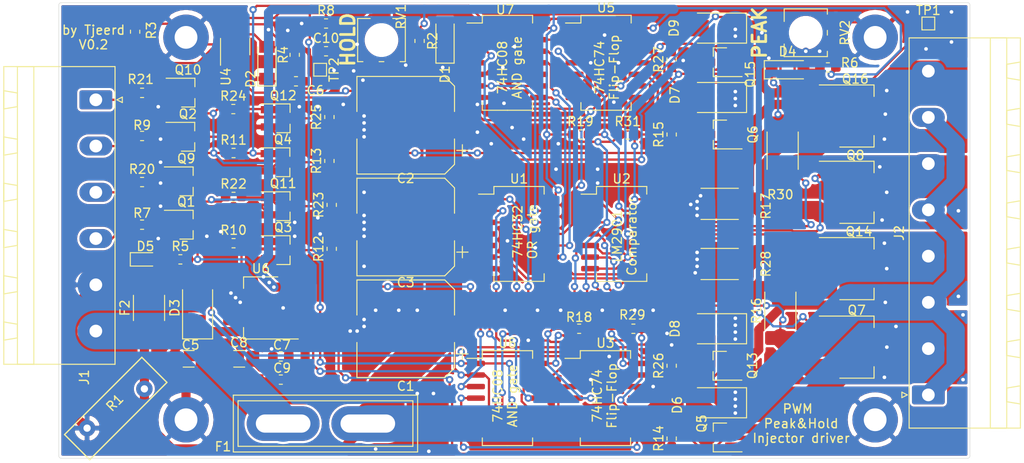
<source format=kicad_pcb>
(kicad_pcb (version 20171130) (host pcbnew 5.1.6-c6e7f7d~87~ubuntu18.04.1)
  (layers (0 F.Cu signal) (31 B.Cu signal) (34 B.Paste user hide) (35 F.Paste user hide) (36 B.SilkS user) (37 F.SilkS user) (38 B.Mask user hide) (39 F.Mask user hide) (44 Edge.Cuts user))
  (net 0 "")
  (net 1 5V)
  (net 2 VBAT)
  (net 3 INJ1-OUT)
  (net 4 "Net-(Q16-Pad3)")
  (net 5 INJ3-OUT)
  (net 6 INJ2-OUT)
  (net 7 INJ4-OUT)
  (net 8 "Net-(Q3-Pad3)")
  (net 9 "Net-(Q4-Pad3)")
  (net 10 "Net-(D1-Pad2)")
  (net 11 "Net-(D2-Pad2)")
  (net 12 "Net-(D6-Pad2)")
  (net 13 VREF)
  (net 14 PWM)
  (net 15 "Net-(U5-Pad8)")
  (net 16 "Net-(U5-Pad6)")
  (net 17 PWR_GND)
  (net 18 VBAT_IN)
  (net 19 INJ4)
  (net 20 INJ3)
  (net 21 INJ2)
  (net 22 INJ1)
  (net 23 inv_INJ1)
  (net 24 inv_INJ3)
  (net 25 "Net-(Q8-Pad3)")
  (net 26 "Net-(Q12-Pad3)")
  (net 27 "Net-(Q14-Pad1)")
  (net 28 "Net-(Q14-Pad3)")
  (net 29 inv_INJ2)
  (net 30 "Net-(RV1-Pad2)")
  (net 31 inv_INJ4)
  (net 32 "Net-(D4-Pad2)")
  (net 33 "Net-(D5-Pad2)")
  (net 34 "Net-(D8-Pad2)")
  (net 35 "Net-(D9-Pad2)")
  (net 36 "Net-(Q5-Pad1)")
  (net 37 "Net-(Q6-Pad1)")
  (net 38 "Net-(Q7-Pad1)")
  (net 39 "Net-(Q7-Pad3)")
  (net 40 "Net-(Q8-Pad1)")
  (net 41 "Net-(Q11-Pad3)")
  (net 42 "Net-(Q13-Pad1)")
  (net 43 "Net-(Q15-Pad1)")
  (net 44 "Net-(Q16-Pad1)")
  (net 45 "Net-(R3-Pad1)")
  (net 46 "Net-(R18-Pad2)")
  (net 47 "Net-(R19-Pad2)")
  (net 48 "Net-(R29-Pad2)")
  (net 49 "Net-(R31-Pad2)")
  (net 50 "Net-(U1-Pad13)")
  (net 51 "Net-(U1-Pad12)")
  (net 52 "Net-(U1-Pad10)")
  (net 53 "Net-(U1-Pad9)")
  (net 54 "Net-(U1-Pad5)")
  (net 55 "Net-(U1-Pad4)")
  (net 56 "Net-(U1-Pad2)")
  (net 57 "Net-(U1-Pad1)")
  (net 58 "Net-(U3-Pad9)")
  (net 59 "Net-(U3-Pad8)")
  (net 60 "Net-(U3-Pad6)")
  (net 61 "Net-(U3-Pad5)")
  (net 62 "Net-(U5-Pad9)")
  (net 63 "Net-(U5-Pad5)")
  (net 64 "Net-(C5-Pad2)")
  (net 65 "Net-(C10-Pad1)")
  (net 66 "Net-(D3-Pad2)")
  (net 67 "Net-(D7-Pad2)")
  (module Diode_SMD:D_MiniMELF (layer F.Cu) (at 134.62 72.644 90)
    (fp_text reference D2 (at -1.778 -1.778 90) (layer F.SilkS))
    (fp_text value BAV103)
    (pad 2 smd rect (at 1.75 0 90) (size 1.3 1.7) (layers F.Cu F.Paste F.Mask) (net 11 "Net-(D2-Pad2)"))
    (pad 1 smd rect (at -1.75 0 90) (size 1.3 1.7) (layers F.Cu F.Paste F.Mask) (net 17 PWR_GND))
  )
  (module Package_TO_SOT_SMD:SOT-23_Handsoldering (layer F.Cu) (at 125.754 90.424)
    (fp_text reference Q1 (at 0 -2.5) (layer F.SilkS))
    (fp_text value AO3400)
    (pad 3 smd rect (at 1.5 0) (size 1.9 0.8) (layers F.Cu F.Paste F.Mask) (net 23 inv_INJ1))
    (pad 2 smd rect (at -1.5 0.95) (size 1.9 0.8) (layers F.Cu F.Paste F.Mask) (net 17 PWR_GND))
    (pad 1 smd rect (at -1.5 -0.95) (size 1.9 0.8) (layers F.Cu F.Paste F.Mask) (net 22 INJ1))
  )
  (module Resistor_SMD:R_0603_1608Metric_Pad1.05x0.95mm_HandSolder (layer F.Cu) (at 130.951 87.376)
    (fp_text reference R22 (at 0 -1.43) (layer F.SilkS))
    (fp_text value 10K)
    (pad 2 smd roundrect (at 0.875 0) (size 1.05 0.95) (layers F.Cu F.Paste F.Mask) (net 29 inv_INJ2))
    (pad 1 smd roundrect (at -0.875 0) (size 1.05 0.95) (layers F.Cu F.Paste F.Mask) (net 1 5V))
  )
  (module Package_SO:SO-14_5.3x10.2mm_P1.27mm (layer F.Cu) (at 161.036 109.474)
    (fp_text reference U8 (at 0 -6.05) (layer F.SilkS))
    (fp_text value 74LS08)
    (pad 14 smd roundrect (at 3.4625 -3.81) (size 1.975 0.6) (layers F.Cu F.Paste F.Mask) (net 1 5V))
    (pad 13 smd roundrect (at 3.4625 -2.54) (size 1.975 0.6) (layers F.Cu F.Paste F.Mask) (net 23 inv_INJ1))
    (pad 12 smd roundrect (at 3.4625 -1.27) (size 1.975 0.6) (layers F.Cu F.Paste F.Mask) (net 60 "Net-(U3-Pad6)"))
    (pad 11 smd roundrect (at 3.4625 0) (size 1.975 0.6) (layers F.Cu F.Paste F.Mask) (net 56 "Net-(U1-Pad2)"))
    (pad 10 smd roundrect (at 3.4625 1.27) (size 1.975 0.6) (layers F.Cu F.Paste F.Mask) (net 23 inv_INJ1))
    (pad 9 smd roundrect (at 3.4625 2.54) (size 1.975 0.6) (layers F.Cu F.Paste F.Mask) (net 14 PWM))
    (pad 8 smd roundrect (at 3.4625 3.81) (size 1.975 0.6) (layers F.Cu F.Paste F.Mask) (net 57 "Net-(U1-Pad1)"))
    (pad 7 smd roundrect (at -3.4625 3.81) (size 1.975 0.6) (layers F.Cu F.Paste F.Mask) (net 17 PWR_GND))
    (pad 6 smd roundrect (at -3.4625 2.54) (size 1.975 0.6) (layers F.Cu F.Paste F.Mask) (net 54 "Net-(U1-Pad5)"))
    (pad 5 smd roundrect (at -3.4625 1.27) (size 1.975 0.6) (layers F.Cu F.Paste F.Mask) (net 29 inv_INJ2))
    (pad 4 smd roundrect (at -3.4625 0) (size 1.975 0.6) (layers F.Cu F.Paste F.Mask) (net 59 "Net-(U3-Pad8)"))
    (pad 3 smd roundrect (at -3.4625 -1.27) (size 1.975 0.6) (layers F.Cu F.Paste F.Mask) (net 55 "Net-(U1-Pad4)"))
    (pad 2 smd roundrect (at -3.4625 -2.54) (size 1.975 0.6) (layers F.Cu F.Paste F.Mask) (net 29 inv_INJ2))
    (pad 1 smd roundrect (at -3.4625 -3.81) (size 1.975 0.6) (layers F.Cu F.Paste F.Mask) (net 14 PWM))
  )
  (module Package_SO:SO-14_5.3x10.2mm_P1.27mm (layer F.Cu) (at 171.7975 109.474)
    (fp_text reference U3 (at 0 -6.05) (layer F.SilkS))
    (fp_text value 74LS74)
    (pad 14 smd roundrect (at 3.4625 -3.81) (size 1.975 0.6) (layers F.Cu F.Paste F.Mask) (net 1 5V))
    (pad 13 smd roundrect (at 3.4625 -2.54) (size 1.975 0.6) (layers F.Cu F.Paste F.Mask) (net 29 inv_INJ2))
    (pad 12 smd roundrect (at 3.4625 -1.27) (size 1.975 0.6) (layers F.Cu F.Paste F.Mask) (net 17 PWR_GND))
    (pad 11 smd roundrect (at 3.4625 0) (size 1.975 0.6) (layers F.Cu F.Paste F.Mask) (net 17 PWR_GND))
    (pad 10 smd roundrect (at 3.4625 1.27) (size 1.975 0.6) (layers F.Cu F.Paste F.Mask) (net 48 "Net-(R29-Pad2)"))
    (pad 9 smd roundrect (at 3.4625 2.54) (size 1.975 0.6) (layers F.Cu F.Paste F.Mask) (net 58 "Net-(U3-Pad9)"))
    (pad 8 smd roundrect (at 3.4625 3.81) (size 1.975 0.6) (layers F.Cu F.Paste F.Mask) (net 59 "Net-(U3-Pad8)"))
    (pad 7 smd roundrect (at -3.4625 3.81) (size 1.975 0.6) (layers F.Cu F.Paste F.Mask) (net 17 PWR_GND))
    (pad 6 smd roundrect (at -3.4625 2.54) (size 1.975 0.6) (layers F.Cu F.Paste F.Mask) (net 60 "Net-(U3-Pad6)"))
    (pad 5 smd roundrect (at -3.4625 1.27) (size 1.975 0.6) (layers F.Cu F.Paste F.Mask) (net 61 "Net-(U3-Pad5)"))
    (pad 4 smd roundrect (at -3.4625 0) (size 1.975 0.6) (layers F.Cu F.Paste F.Mask) (net 46 "Net-(R18-Pad2)"))
    (pad 3 smd roundrect (at -3.4625 -1.27) (size 1.975 0.6) (layers F.Cu F.Paste F.Mask) (net 17 PWR_GND))
    (pad 2 smd roundrect (at -3.4625 -2.54) (size 1.975 0.6) (layers F.Cu F.Paste F.Mask) (net 17 PWR_GND))
    (pad 1 smd roundrect (at -3.4625 -3.81) (size 1.975 0.6) (layers F.Cu F.Paste F.Mask) (net 23 inv_INJ1))
  )
  (module Resistor_SMD:R_2512_6332Metric_Pad1.52x3.35mm_HandSolder (layer F.Cu) (at 191.008 99.8825 90)
    (fp_text reference R16 (at 0 -2.62 90) (layer F.SilkS))
    (fp_text value 0R1)
    (pad 2 smd roundrect (at 2.9875 0 90) (size 1.525 3.35) (layers F.Cu F.Paste F.Mask) (roundrect_rratio 0.163934) (net 17 PWR_GND))
    (pad 1 smd roundrect (at -2.9875 0 90) (size 1.525 3.35) (layers F.Cu F.Paste F.Mask) (roundrect_rratio 0.163934) (net 39 "Net-(Q7-Pad3)"))
  )
  (module Package_TO_SOT_SMD:SOT-23_Handsoldering (layer F.Cu) (at 184.404 72.578 180)
    (fp_text reference Q15 (at -3.302 -1.336 90) (layer F.SilkS))
    (fp_text value TSM2309)
    (pad 3 smd rect (at 1.5 0 180) (size 1.9 0.8) (layers F.Cu F.Paste F.Mask) (net 35 "Net-(D9-Pad2)"))
    (pad 2 smd rect (at -1.5 0.95 180) (size 1.9 0.8) (layers F.Cu F.Paste F.Mask) (net 7 INJ4-OUT))
    (pad 1 smd rect (at -1.5 -0.95 180) (size 1.9 0.8) (layers F.Cu F.Paste F.Mask) (net 43 "Net-(Q15-Pad1)"))
  )
  (module Connector_Phoenix_MSTB:PhoenixContact_MSTBA_2,5_6-G-5,08_1x06_P5.08mm_Horizontal (layer F.Cu) (at 115.824 76.708 270)
    (fp_text reference J1 (at 30.48 1.27 90) (layer F.SilkS))
    (fp_text value Screw_Terminal_01x06)
    (pad 6 thru_hole oval (at 25.4 0 270) (size 2.08 3.6) (drill 1.4) (layers *.Cu *.Mask) (net 18 VBAT_IN))
    (pad 5 thru_hole oval (at 20.32 0 270) (size 2.08 3.6) (drill 1.4) (layers *.Cu *.Mask) (net 17 PWR_GND))
    (pad 4 thru_hole oval (at 15.24 0 270) (size 2.08 3.6) (drill 1.4) (layers *.Cu *.Mask) (net 22 INJ1))
    (pad 3 thru_hole oval (at 10.16 0 270) (size 2.08 3.6) (drill 1.4) (layers *.Cu *.Mask) (net 21 INJ2))
    (pad 2 thru_hole oval (at 5.08 0 270) (size 2.08 3.6) (drill 1.4) (layers *.Cu *.Mask) (net 20 INJ3))
    (pad 1 thru_hole roundrect (at 0 0 270) (size 2.08 3.6) (drill 1.4) (layers *.Cu *.Mask) (roundrect_rratio 0.120192) (net 19 INJ4))
  )
  (module Connector_Phoenix_MSTB:PhoenixContact_MSTBA_2,5_8-G-5,08_1x08_P5.08mm_Horizontal (layer F.Cu) (at 207.264 109.118 90)
    (fp_text reference J2 (at 17.78 -3.2 90) (layer F.SilkS))
    (fp_text value Screw_Terminal_01x08)
    (pad 8 thru_hole oval (at 35.56 0 90) (size 2.08 3.6) (drill 1.4) (layers *.Cu *.Mask) (net 7 INJ4-OUT))
    (pad 7 thru_hole oval (at 30.48 0 90) (size 2.08 3.6) (drill 1.4) (layers *.Cu *.Mask) (net 2 VBAT))
    (pad 6 thru_hole oval (at 25.4 0 90) (size 2.08 3.6) (drill 1.4) (layers *.Cu *.Mask) (net 5 INJ3-OUT))
    (pad 5 thru_hole oval (at 20.32 0 90) (size 2.08 3.6) (drill 1.4) (layers *.Cu *.Mask) (net 2 VBAT))
    (pad 4 thru_hole oval (at 15.24 0 90) (size 2.08 3.6) (drill 1.4) (layers *.Cu *.Mask) (net 6 INJ2-OUT))
    (pad 3 thru_hole oval (at 10.16 0 90) (size 2.08 3.6) (drill 1.4) (layers *.Cu *.Mask) (net 2 VBAT))
    (pad 2 thru_hole oval (at 5.08 0 90) (size 2.08 3.6) (drill 1.4) (layers *.Cu *.Mask) (net 3 INJ1-OUT))
    (pad 1 thru_hole roundrect (at 0 0 90) (size 2.08 3.6) (drill 1.4) (layers *.Cu *.Mask) (roundrect_rratio 0.120192) (net 2 VBAT))
  )
  (module MountingHole:MountingHole_2.5mm_Pad (layer F.Cu) (at 201.422 111.85)
    (fp_text reference H4 (at 0 -0.09) (layer F.SilkS))
    (fp_text value MountingHole_Pad)
    (pad 1 thru_hole circle (at 0 0) (size 5 5) (drill 2.5) (layers *.Cu *.Mask) (net 17 PWR_GND))
  )
  (module MountingHole:MountingHole_2.5mm_Pad (layer F.Cu) (at 201.422 69.85)
    (fp_text reference H3 (at 0 -0.254) (layer F.SilkS))
    (fp_text value MountingHole_Pad)
    (pad 1 thru_hole circle (at 0 0) (size 5 5) (drill 2.5) (layers *.Cu *.Mask) (net 17 PWR_GND))
  )
  (module MountingHole:MountingHole_2.5mm_Pad (layer F.Cu) (at 125.73 111.85)
    (fp_text reference H2 (at -0.254 0.164) (layer F.SilkS))
    (fp_text value MountingHole_Pad)
    (pad 1 thru_hole circle (at 0 0) (size 5 5) (drill 2.5) (layers *.Cu *.Mask) (net 17 PWR_GND))
  )
  (module MountingHole:MountingHole_2.5mm_Pad (layer F.Cu) (at 125.73 69.85)
    (fp_text reference H1 (at 0.254 0) (layer F.SilkS))
    (fp_text value MountingHole_Pad)
    (pad 1 thru_hole circle (at 0 0) (size 5 5) (drill 2.5) (layers *.Cu *.Mask) (net 17 PWR_GND))
  )
  (module Diode_SMD:D_SMA (layer F.Cu) (at 127 99.568 90)
    (fp_text reference D3 (at 0 -2.5 90) (layer F.SilkS))
    (fp_text value 1N4007)
    (pad 2 smd rect (at 2 0 90) (size 2.5 1.8) (layers F.Cu F.Paste F.Mask) (net 66 "Net-(D3-Pad2)"))
    (pad 1 smd rect (at -2 0 90) (size 2.5 1.8) (layers F.Cu F.Paste F.Mask) (net 64 "Net-(C5-Pad2)"))
  )
  (module Diode_SMD:D_SMA (layer F.Cu) (at 183.896 68.834 180)
    (fp_text reference D9 (at 4.572 0 90) (layer F.SilkS))
    (fp_text value SS36)
    (pad 2 smd rect (at 2 0 180) (size 2.5 1.8) (layers F.Cu F.Paste F.Mask) (net 35 "Net-(D9-Pad2)"))
    (pad 1 smd rect (at -2 0 180) (size 2.5 1.8) (layers F.Cu F.Paste F.Mask) (net 2 VBAT))
  )
  (module Diode_SMD:D_SMA (layer F.Cu) (at 183.896 101.854 180)
    (fp_text reference D8 (at 4.466 0 90) (layer F.SilkS))
    (fp_text value SS36)
    (pad 2 smd rect (at 2 0 180) (size 2.5 1.8) (layers F.Cu F.Paste F.Mask) (net 34 "Net-(D8-Pad2)"))
    (pad 1 smd rect (at -2 0 180) (size 2.5 1.8) (layers F.Cu F.Paste F.Mask) (net 2 VBAT))
  )
  (module Diode_SMD:D_SMA (layer F.Cu) (at 183.896 76.454 180)
    (fp_text reference D7 (at 4.466 0.254 90) (layer F.SilkS))
    (fp_text value SS36)
    (pad 2 smd rect (at 2 0 180) (size 2.5 1.8) (layers F.Cu F.Paste F.Mask) (net 67 "Net-(D7-Pad2)"))
    (pad 1 smd rect (at -2 0 180) (size 2.5 1.8) (layers F.Cu F.Paste F.Mask) (net 2 VBAT))
  )
  (module Diode_SMD:D_SMA (layer F.Cu) (at 183.896 109.982 180)
    (fp_text reference D6 (at 4.212 -0.254 90) (layer F.SilkS))
    (fp_text value SS36)
    (pad 2 smd rect (at 2 0 180) (size 2.5 1.8) (layers F.Cu F.Paste F.Mask) (net 12 "Net-(D6-Pad2)"))
    (pad 1 smd rect (at -2 0 180) (size 2.5 1.8) (layers F.Cu F.Paste F.Mask) (net 2 VBAT))
  )
  (module Package_TO_SOT_SMD:SOT-223-3_TabPin2 (layer F.Cu) (at 133.96 99.568 180)
    (fp_text reference U6 (at 0 4.318) (layer F.SilkS))
    (fp_text value LM78M05)
    (pad 1 smd rect (at -3.15 -2.3 180) (size 2 1.5) (layers F.Cu F.Paste F.Mask) (net 64 "Net-(C5-Pad2)"))
    (pad 3 smd rect (at -3.15 2.3 180) (size 2 1.5) (layers F.Cu F.Paste F.Mask) (net 1 5V))
    (pad 2 smd rect (at -3.15 0 180) (size 2 1.5) (layers F.Cu F.Paste F.Mask) (net 17 PWR_GND))
    (pad 2 smd rect (at 3.15 0 180) (size 2 3.8) (layers F.Cu F.Paste F.Mask) (net 17 PWR_GND))
  )
  (module TestPoint:TestPoint_Pad_1.0x1.0mm (layer F.Cu) (at 140.462 73.406 90)
    (fp_text reference TP2 (at 0 1.524 90) (layer F.SilkS))
    (fp_text value HoldTP)
    (pad 1 smd rect (at 0 0 90) (size 1 1) (layers F.Cu F.Mask) (net 65 "Net-(C10-Pad1)"))
  )
  (module TestPoint:TestPoint_Pad_1.0x1.0mm (layer F.Cu) (at 207.264 68.326)
    (fp_text reference TP1 (at 0 -1.448) (layer F.SilkS))
    (fp_text value PeakTP)
    (pad 1 smd rect (at 0 0) (size 1 1) (layers F.Cu F.Mask) (net 13 VREF))
  )
  (module Resistor_SMD:R_0603_1608Metric_Pad1.05x0.95mm_HandSolder (layer F.Cu) (at 141.111 68.326)
    (fp_text reference R8 (at 0 -1.43) (layer F.SilkS))
    (fp_text value 10k)
    (pad 2 smd roundrect (at 0.875 0) (size 1.05 0.95) (layers F.Cu F.Paste F.Mask) (net 14 PWM))
    (pad 1 smd roundrect (at -0.875 0) (size 1.05 0.95) (layers F.Cu F.Paste F.Mask) (net 65 "Net-(C10-Pad1)"))
  )
  (module Capacitor_SMD:C_0603_1608Metric_Pad1.05x0.95mm_HandSolder (layer F.Cu) (at 141.111 71.374)
    (fp_text reference C10 (at 0 -1.43) (layer F.SilkS))
    (fp_text value 220nf)
    (pad 2 smd roundrect (at 0.875 0) (size 1.05 0.95) (layers F.Cu F.Paste F.Mask) (net 17 PWR_GND))
    (pad 1 smd roundrect (at -0.875 0) (size 1.05 0.95) (layers F.Cu F.Paste F.Mask) (net 65 "Net-(C10-Pad1)"))
  )
  (module Capacitor_SMD:CP_Elec_10x12.5 (layer F.Cu) (at 149.86 90.678 180)
    (fp_text reference C3 (at 0 -6.096) (layer F.SilkS))
    (fp_text value 1mF)
    (pad 2 smd roundrect (at 4.2 0 180) (size 4.4 2.5) (layers F.Cu F.Paste F.Mask) (roundrect_rratio 0.1) (net 17 PWR_GND))
    (pad 1 smd roundrect (at -4.2 0 180) (size 4.4 2.5) (layers F.Cu F.Paste F.Mask) (roundrect_rratio 0.1) (net 2 VBAT))
  )
  (module Capacitor_SMD:CP_Elec_10x12.5 (layer F.Cu) (at 149.86 79.502 180)
    (fp_text reference C2 (at 0 -5.842) (layer F.SilkS))
    (fp_text value 1mF)
    (pad 2 smd roundrect (at 4.2 0 180) (size 4.4 2.5) (layers F.Cu F.Paste F.Mask) (roundrect_rratio 0.1) (net 17 PWR_GND))
    (pad 1 smd roundrect (at -4.2 0 180) (size 4.4 2.5) (layers F.Cu F.Paste F.Mask) (roundrect_rratio 0.1) (net 2 VBAT))
  )
  (module Capacitor_SMD:CP_Elec_10x12.5 (layer F.Cu) (at 149.86 101.854 180)
    (fp_text reference C1 (at 0 -6.3) (layer F.SilkS))
    (fp_text value 1mF)
    (pad 2 smd roundrect (at 4.2 0 180) (size 4.4 2.5) (layers F.Cu F.Paste F.Mask) (roundrect_rratio 0.1) (net 17 PWR_GND))
    (pad 1 smd roundrect (at -4.2 0 180) (size 4.4 2.5) (layers F.Cu F.Paste F.Mask) (roundrect_rratio 0.1) (net 2 VBAT))
  )
  (module Diode_SMD:D_MiniMELF (layer F.Cu) (at 191.798 73.406)
    (fp_text reference D4 (at 0 -2) (layer F.SilkS))
    (fp_text value BAV103)
    (pad 2 smd rect (at 1.75 0) (size 1.3 1.7) (layers F.Cu F.Paste F.Mask) (net 32 "Net-(D4-Pad2)"))
    (pad 1 smd rect (at -1.75 0) (size 1.3 1.7) (layers F.Cu F.Paste F.Mask) (net 17 PWR_GND))
  )
  (module Package_SO:SO-14_5.3x10.2mm_P1.27mm (layer F.Cu) (at 161.036 72.644)
    (fp_text reference U7 (at -0.254 -5.842) (layer F.SilkS))
    (fp_text value 74LS08)
    (pad 14 smd roundrect (at 3.4625 -3.81) (size 1.975 0.6) (layers F.Cu F.Paste F.Mask) (net 1 5V))
    (pad 13 smd roundrect (at 3.4625 -2.54) (size 1.975 0.6) (layers F.Cu F.Paste F.Mask) (net 24 inv_INJ3))
    (pad 12 smd roundrect (at 3.4625 -1.27) (size 1.975 0.6) (layers F.Cu F.Paste F.Mask) (net 16 "Net-(U5-Pad6)"))
    (pad 11 smd roundrect (at 3.4625 0) (size 1.975 0.6) (layers F.Cu F.Paste F.Mask) (net 52 "Net-(U1-Pad10)"))
    (pad 10 smd roundrect (at 3.4625 1.27) (size 1.975 0.6) (layers F.Cu F.Paste F.Mask) (net 24 inv_INJ3))
    (pad 9 smd roundrect (at 3.4625 2.54) (size 1.975 0.6) (layers F.Cu F.Paste F.Mask) (net 14 PWM))
    (pad 8 smd roundrect (at 3.4625 3.81) (size 1.975 0.6) (layers F.Cu F.Paste F.Mask) (net 53 "Net-(U1-Pad9)"))
    (pad 7 smd roundrect (at -3.4625 3.81) (size 1.975 0.6) (layers F.Cu F.Paste F.Mask) (net 17 PWR_GND))
    (pad 6 smd roundrect (at -3.4625 2.54) (size 1.975 0.6) (layers F.Cu F.Paste F.Mask) (net 50 "Net-(U1-Pad13)"))
    (pad 5 smd roundrect (at -3.4625 1.27) (size 1.975 0.6) (layers F.Cu F.Paste F.Mask) (net 31 inv_INJ4))
    (pad 4 smd roundrect (at -3.4625 0) (size 1.975 0.6) (layers F.Cu F.Paste F.Mask) (net 15 "Net-(U5-Pad8)"))
    (pad 3 smd roundrect (at -3.4625 -1.27) (size 1.975 0.6) (layers F.Cu F.Paste F.Mask) (net 51 "Net-(U1-Pad12)"))
    (pad 2 smd roundrect (at -3.4625 -2.54) (size 1.975 0.6) (layers F.Cu F.Paste F.Mask) (net 31 inv_INJ4))
    (pad 1 smd roundrect (at -3.4625 -3.81) (size 1.975 0.6) (layers F.Cu F.Paste F.Mask) (net 14 PWM))
  )
  (module Package_SO:SO-14_5.3x10.2mm_P1.27mm (layer F.Cu) (at 162.306 91.44)
    (fp_text reference U1 (at 0 -6.05) (layer F.SilkS))
    (fp_text value 74LS32)
    (pad 14 smd roundrect (at 3.4625 -3.81) (size 1.975 0.6) (layers F.Cu F.Paste F.Mask) (net 1 5V))
    (pad 13 smd roundrect (at 3.4625 -2.54) (size 1.975 0.6) (layers F.Cu F.Paste F.Mask) (net 50 "Net-(U1-Pad13)"))
    (pad 12 smd roundrect (at 3.4625 -1.27) (size 1.975 0.6) (layers F.Cu F.Paste F.Mask) (net 51 "Net-(U1-Pad12)"))
    (pad 11 smd roundrect (at 3.4625 0) (size 1.975 0.6) (layers F.Cu F.Paste F.Mask) (net 44 "Net-(Q16-Pad1)"))
    (pad 10 smd roundrect (at 3.4625 1.27) (size 1.975 0.6) (layers F.Cu F.Paste F.Mask) (net 52 "Net-(U1-Pad10)"))
    (pad 9 smd roundrect (at 3.4625 2.54) (size 1.975 0.6) (layers F.Cu F.Paste F.Mask) (net 53 "Net-(U1-Pad9)"))
    (pad 8 smd roundrect (at 3.4625 3.81) (size 1.975 0.6) (layers F.Cu F.Paste F.Mask) (net 40 "Net-(Q8-Pad1)"))
    (pad 7 smd roundrect (at -3.4625 3.81) (size 1.975 0.6) (layers F.Cu F.Paste F.Mask) (net 17 PWR_GND))
    (pad 6 smd roundrect (at -3.4625 2.54) (size 1.975 0.6) (layers F.Cu F.Paste F.Mask) (net 27 "Net-(Q14-Pad1)"))
    (pad 5 smd roundrect (at -3.4625 1.27) (size 1.975 0.6) (layers F.Cu F.Paste F.Mask) (net 54 "Net-(U1-Pad5)"))
    (pad 4 smd roundrect (at -3.4625 0) (size 1.975 0.6) (layers F.Cu F.Paste F.Mask) (net 55 "Net-(U1-Pad4)"))
    (pad 3 smd roundrect (at -3.4625 -1.27) (size 1.975 0.6) (layers F.Cu F.Paste F.Mask) (net 38 "Net-(Q7-Pad1)"))
    (pad 2 smd roundrect (at -3.4625 -2.54) (size 1.975 0.6) (layers F.Cu F.Paste F.Mask) (net 56 "Net-(U1-Pad2)"))
    (pad 1 smd roundrect (at -3.4625 -3.81) (size 1.975 0.6) (layers F.Cu F.Paste F.Mask) (net 57 "Net-(U1-Pad1)"))
  )
  (module Resistor_SMD:R_2512_6332Metric_Pad1.52x3.35mm_HandSolder (layer F.Cu) (at 184.3435 88.138 180)
    (fp_text reference R17 (at -5.08 -0.254 90) (layer F.SilkS))
    (fp_text value 0R1)
    (pad 2 smd roundrect (at 2.9875 0 180) (size 1.525 3.35) (layers F.Cu F.Paste F.Mask) (roundrect_rratio 0.163934) (net 17 PWR_GND))
    (pad 1 smd roundrect (at -2.9875 0 180) (size 1.525 3.35) (layers F.Cu F.Paste F.Mask) (roundrect_rratio 0.163934) (net 25 "Net-(Q8-Pad3)"))
  )
  (module LED_SMD:LED_0603_1608Metric_Pad1.05x0.95mm_HandSolder (layer F.Cu) (at 121.271 94.234)
    (fp_text reference D5 (at 0 -1.43) (layer F.SilkS))
    (fp_text value BLUE)
    (pad 2 smd roundrect (at 0.875 0) (size 1.05 0.95) (layers F.Cu F.Paste F.Mask) (net 33 "Net-(D5-Pad2)"))
    (pad 1 smd roundrect (at -0.875 0) (size 1.05 0.95) (layers F.Cu F.Paste F.Mask) (net 17 PWR_GND))
  )
  (module Package_TO_SOT_SMD:SOT-223 (layer F.Cu) (at 199.39 78.486)
    (fp_text reference Q16 (at -0.152 -4.064) (layer F.SilkS))
    (fp_text value BSP78)
    (pad 1 smd rect (at -3.15 -2.3) (size 2 1.5) (layers F.Cu F.Paste F.Mask) (net 44 "Net-(Q16-Pad1)"))
    (pad 3 smd rect (at -3.15 2.3) (size 2 1.5) (layers F.Cu F.Paste F.Mask) (net 4 "Net-(Q16-Pad3)"))
    (pad 2 smd rect (at -3.15 0) (size 2 1.5) (layers F.Cu F.Paste F.Mask) (net 7 INJ4-OUT))
    (pad 4 smd rect (at 3.15 0) (size 2 3.8) (layers F.Cu F.Paste F.Mask) (net 7 INJ4-OUT))
  )
  (module Package_TO_SOT_SMD:SOT-223 (layer F.Cu) (at 199.39 95.25)
    (fp_text reference Q14 (at 0.254 -4.064) (layer F.SilkS))
    (fp_text value BSP78)
    (pad 1 smd rect (at -3.15 -2.3) (size 2 1.5) (layers F.Cu F.Paste F.Mask) (net 27 "Net-(Q14-Pad1)"))
    (pad 3 smd rect (at -3.15 2.3) (size 2 1.5) (layers F.Cu F.Paste F.Mask) (net 28 "Net-(Q14-Pad3)"))
    (pad 2 smd rect (at -3.15 0) (size 2 1.5) (layers F.Cu F.Paste F.Mask) (net 6 INJ2-OUT))
    (pad 4 smd rect (at 3.15 0) (size 2 3.8) (layers F.Cu F.Paste F.Mask) (net 6 INJ2-OUT))
  )
  (module Package_TO_SOT_SMD:SOT-223 (layer F.Cu) (at 199.39 86.868)
    (fp_text reference Q8 (at -0.152 -4.064) (layer F.SilkS))
    (fp_text value BSP78)
    (pad 1 smd rect (at -3.15 -2.3) (size 2 1.5) (layers F.Cu F.Paste F.Mask) (net 40 "Net-(Q8-Pad1)"))
    (pad 3 smd rect (at -3.15 2.3) (size 2 1.5) (layers F.Cu F.Paste F.Mask) (net 25 "Net-(Q8-Pad3)"))
    (pad 2 smd rect (at -3.15 0) (size 2 1.5) (layers F.Cu F.Paste F.Mask) (net 5 INJ3-OUT))
    (pad 4 smd rect (at 3.15 0) (size 2 3.8) (layers F.Cu F.Paste F.Mask) (net 5 INJ3-OUT))
  )
  (module Package_TO_SOT_SMD:SOT-223 (layer F.Cu) (at 199.39 103.872)
    (fp_text reference Q7 (at 0 -4.05) (layer F.SilkS))
    (fp_text value BSP78)
    (pad 1 smd rect (at -3.15 -2.3) (size 2 1.5) (layers F.Cu F.Paste F.Mask) (net 38 "Net-(Q7-Pad1)"))
    (pad 3 smd rect (at -3.15 2.3) (size 2 1.5) (layers F.Cu F.Paste F.Mask) (net 39 "Net-(Q7-Pad3)"))
    (pad 2 smd rect (at -3.15 0) (size 2 1.5) (layers F.Cu F.Paste F.Mask) (net 3 INJ1-OUT))
    (pad 4 smd rect (at 3.15 0) (size 2 3.8) (layers F.Cu F.Paste F.Mask) (net 3 INJ1-OUT))
  )
  (module Package_SO:SO-14_5.3x10.2mm_P1.27mm (layer F.Cu) (at 171.8645 72.644)
    (fp_text reference U5 (at 0 -6.05) (layer F.SilkS))
    (fp_text value 74LS74)
    (pad 14 smd roundrect (at 3.4625 -3.81) (size 1.975 0.6) (layers F.Cu F.Paste F.Mask) (net 1 5V))
    (pad 13 smd roundrect (at 3.4625 -2.54) (size 1.975 0.6) (layers F.Cu F.Paste F.Mask) (net 31 inv_INJ4))
    (pad 12 smd roundrect (at 3.4625 -1.27) (size 1.975 0.6) (layers F.Cu F.Paste F.Mask) (net 17 PWR_GND))
    (pad 11 smd roundrect (at 3.4625 0) (size 1.975 0.6) (layers F.Cu F.Paste F.Mask) (net 17 PWR_GND))
    (pad 10 smd roundrect (at 3.4625 1.27) (size 1.975 0.6) (layers F.Cu F.Paste F.Mask) (net 49 "Net-(R31-Pad2)"))
    (pad 9 smd roundrect (at 3.4625 2.54) (size 1.975 0.6) (layers F.Cu F.Paste F.Mask) (net 62 "Net-(U5-Pad9)"))
    (pad 8 smd roundrect (at 3.4625 3.81) (size 1.975 0.6) (layers F.Cu F.Paste F.Mask) (net 15 "Net-(U5-Pad8)"))
    (pad 7 smd roundrect (at -3.4625 3.81) (size 1.975 0.6) (layers F.Cu F.Paste F.Mask) (net 17 PWR_GND))
    (pad 6 smd roundrect (at -3.4625 2.54) (size 1.975 0.6) (layers F.Cu F.Paste F.Mask) (net 16 "Net-(U5-Pad6)"))
    (pad 5 smd roundrect (at -3.4625 1.27) (size 1.975 0.6) (layers F.Cu F.Paste F.Mask) (net 63 "Net-(U5-Pad5)"))
    (pad 4 smd roundrect (at -3.4625 0) (size 1.975 0.6) (layers F.Cu F.Paste F.Mask) (net 47 "Net-(R19-Pad2)"))
    (pad 3 smd roundrect (at -3.4625 -1.27) (size 1.975 0.6) (layers F.Cu F.Paste F.Mask) (net 17 PWR_GND))
    (pad 2 smd roundrect (at -3.4625 -2.54) (size 1.975 0.6) (layers F.Cu F.Paste F.Mask) (net 17 PWR_GND))
    (pad 1 smd roundrect (at -3.4625 -3.81) (size 1.975 0.6) (layers F.Cu F.Paste F.Mask) (net 24 inv_INJ3))
  )
  (module Resistor_SMD:R_0603_1608Metric_Pad1.05x0.95mm_HandSolder (layer F.Cu) (at 130.923 77.724)
    (fp_text reference R24 (at 0 -1.43) (layer F.SilkS))
    (fp_text value 10K)
    (pad 2 smd roundrect (at 0.875 0) (size 1.05 0.95) (layers F.Cu F.Paste F.Mask) (net 31 inv_INJ4))
    (pad 1 smd roundrect (at -0.875 0) (size 1.05 0.95) (layers F.Cu F.Paste F.Mask) (net 1 5V))
  )
  (module Resistor_SMD:R_0603_1608Metric_Pad1.05x0.95mm_HandSolder (layer F.Cu) (at 179.07 80.518 90)
    (fp_text reference R15 (at 0 -1.43 90) (layer F.SilkS))
    (fp_text value 470R)
    (pad 2 smd roundrect (at 0.875 0 90) (size 1.05 0.95) (layers F.Cu F.Paste F.Mask) (net 5 INJ3-OUT))
    (pad 1 smd roundrect (at -0.875 0 90) (size 1.05 0.95) (layers F.Cu F.Paste F.Mask) (net 37 "Net-(Q6-Pad1)"))
  )
  (module Resistor_SMD:R_0603_1608Metric_Pad1.05x0.95mm_HandSolder (layer F.Cu) (at 179.07 113.905 90)
    (fp_text reference R14 (at 0 -1.43 90) (layer F.SilkS))
    (fp_text value 470R)
    (pad 2 smd roundrect (at 0.875 0 90) (size 1.05 0.95) (layers F.Cu F.Paste F.Mask) (net 3 INJ1-OUT))
    (pad 1 smd roundrect (at -0.875 0 90) (size 1.05 0.95) (layers F.Cu F.Paste F.Mask) (net 36 "Net-(Q5-Pad1)"))
  )
  (module Resistor_SMD:R_0603_1608Metric_Pad1.05x0.95mm_HandSolder (layer F.Cu) (at 141.478 83.425 90)
    (fp_text reference R13 (at 0 -1.43 90) (layer F.SilkS))
    (fp_text value 1K8)
    (pad 2 smd roundrect (at 0.875 0 90) (size 1.05 0.95) (layers F.Cu F.Paste F.Mask) (net 9 "Net-(Q4-Pad3)"))
    (pad 1 smd roundrect (at -0.875 0 90) (size 1.05 0.95) (layers F.Cu F.Paste F.Mask) (net 37 "Net-(Q6-Pad1)"))
  )
  (module Resistor_SMD:R_0603_1608Metric_Pad1.05x0.95mm_HandSolder (layer F.Cu) (at 141.732 93.077 90)
    (fp_text reference R12 (at 0 -1.43 90) (layer F.SilkS))
    (fp_text value 1K8)
    (pad 2 smd roundrect (at 0.875 0 90) (size 1.05 0.95) (layers F.Cu F.Paste F.Mask) (net 8 "Net-(Q3-Pad3)"))
    (pad 1 smd roundrect (at -0.875 0 90) (size 1.05 0.95) (layers F.Cu F.Paste F.Mask) (net 36 "Net-(Q5-Pad1)"))
  )
  (module Resistor_SMD:R_0603_1608Metric_Pad1.05x0.95mm_HandSolder (layer F.Cu) (at 130.951 82.55)
    (fp_text reference R11 (at 0 -1.43) (layer F.SilkS))
    (fp_text value 10K)
    (pad 2 smd roundrect (at 0.875 0) (size 1.05 0.95) (layers F.Cu F.Paste F.Mask) (net 24 inv_INJ3))
    (pad 1 smd roundrect (at -0.875 0) (size 1.05 0.95) (layers F.Cu F.Paste F.Mask) (net 1 5V))
  )
  (module Resistor_SMD:R_0603_1608Metric_Pad1.05x0.95mm_HandSolder (layer F.Cu) (at 130.951 92.456)
    (fp_text reference R10 (at 0 -1.43) (layer F.SilkS))
    (fp_text value 10K)
    (pad 2 smd roundrect (at 0.875 0) (size 1.05 0.95) (layers F.Cu F.Paste F.Mask) (net 23 inv_INJ1))
    (pad 1 smd roundrect (at -0.875 0) (size 1.05 0.95) (layers F.Cu F.Paste F.Mask) (net 1 5V))
  )
  (module Resistor_SMD:R_0603_1608Metric_Pad1.05x0.95mm_HandSolder (layer F.Cu) (at 120.904 75.946 180)
    (fp_text reference R21 (at 0.153 1.49) (layer F.SilkS))
    (fp_text value 1K)
    (pad 2 smd roundrect (at 0.875 0 180) (size 1.05 0.95) (layers F.Cu F.Paste F.Mask) (net 19 INJ4))
    (pad 1 smd roundrect (at -0.875 0 180) (size 1.05 0.95) (layers F.Cu F.Paste F.Mask) (net 1 5V))
  )
  (module Resistor_SMD:R_0603_1608Metric_Pad1.05x0.95mm_HandSolder (layer F.Cu) (at 120.904 85.741 180)
    (fp_text reference R20 (at 0 1.413) (layer F.SilkS))
    (fp_text value 1K)
    (pad 2 smd roundrect (at 0.875 0 180) (size 1.05 0.95) (layers F.Cu F.Paste F.Mask) (net 21 INJ2))
    (pad 1 smd roundrect (at -0.875 0 180) (size 1.05 0.95) (layers F.Cu F.Paste F.Mask) (net 1 5V))
  )
  (module Resistor_SMD:R_0603_1608Metric_Pad1.05x0.95mm_HandSolder (layer F.Cu) (at 120.904 80.681 180)
    (fp_text reference R9 (at 0 1.179) (layer F.SilkS))
    (fp_text value 1K)
    (pad 2 smd roundrect (at 0.875 0 180) (size 1.05 0.95) (layers F.Cu F.Paste F.Mask) (net 20 INJ3))
    (pad 1 smd roundrect (at -0.875 0 180) (size 1.05 0.95) (layers F.Cu F.Paste F.Mask) (net 1 5V))
  )
  (module Resistor_SMD:R_0603_1608Metric_Pad1.05x0.95mm_HandSolder (layer F.Cu) (at 120.904 90.424 180)
    (fp_text reference R7 (at 0 1.27) (layer F.SilkS))
    (fp_text value 1K)
    (pad 2 smd roundrect (at 0.875 0 180) (size 1.05 0.95) (layers F.Cu F.Paste F.Mask) (net 22 INJ1))
    (pad 1 smd roundrect (at -0.875 0 180) (size 1.05 0.95) (layers F.Cu F.Paste F.Mask) (net 1 5V))
  )
  (module Package_TO_SOT_SMD:SOT-23_Handsoldering (layer F.Cu) (at 184.404 80.518 180)
    (fp_text reference Q6 (at -3.58 0 90) (layer F.SilkS))
    (fp_text value TSM2309)
    (pad 3 smd rect (at 1.5 0 180) (size 1.9 0.8) (layers F.Cu F.Paste F.Mask) (net 67 "Net-(D7-Pad2)"))
    (pad 2 smd rect (at -1.5 0.95 180) (size 1.9 0.8) (layers F.Cu F.Paste F.Mask) (net 5 INJ3-OUT))
    (pad 1 smd rect (at -1.5 -0.95 180) (size 1.9 0.8) (layers F.Cu F.Paste F.Mask) (net 37 "Net-(Q6-Pad1)"))
  )
  (module Package_TO_SOT_SMD:SOT-23_Handsoldering (layer F.Cu) (at 184.404 113.792 180)
    (fp_text reference Q5 (at 2.032 1.524 90) (layer F.SilkS))
    (fp_text value TSM2309)
    (pad 3 smd rect (at 1.5 0 180) (size 1.9 0.8) (layers F.Cu F.Paste F.Mask) (net 12 "Net-(D6-Pad2)"))
    (pad 2 smd rect (at -1.5 0.95 180) (size 1.9 0.8) (layers F.Cu F.Paste F.Mask) (net 3 INJ1-OUT))
    (pad 1 smd rect (at -1.5 -0.95 180) (size 1.9 0.8) (layers F.Cu F.Paste F.Mask) (net 36 "Net-(Q5-Pad1)"))
  )
  (module Package_TO_SOT_SMD:SOT-23_Handsoldering (layer F.Cu) (at 136.398 93.218)
    (fp_text reference Q3 (at 0 -2.5) (layer F.SilkS))
    (fp_text value 2N7002)
    (pad 3 smd rect (at 1.5 0) (size 1.9 0.8) (layers F.Cu F.Paste F.Mask) (net 8 "Net-(Q3-Pad3)"))
    (pad 2 smd rect (at -1.5 0.95) (size 1.9 0.8) (layers F.Cu F.Paste F.Mask) (net 17 PWR_GND))
    (pad 1 smd rect (at -1.5 -0.95) (size 1.9 0.8) (layers F.Cu F.Paste F.Mask) (net 23 inv_INJ1))
  )
  (module Package_TO_SOT_SMD:SOT-23_Handsoldering (layer F.Cu) (at 125.946 75.92)
    (fp_text reference Q10 (at 0 -2.5) (layer F.SilkS))
    (fp_text value AO3400)
    (pad 3 smd rect (at 1.5 0) (size 1.9 0.8) (layers F.Cu F.Paste F.Mask) (net 31 inv_INJ4))
    (pad 2 smd rect (at -1.5 0.95) (size 1.9 0.8) (layers F.Cu F.Paste F.Mask) (net 17 PWR_GND))
    (pad 1 smd rect (at -1.5 -0.95) (size 1.9 0.8) (layers F.Cu F.Paste F.Mask) (net 19 INJ4))
  )
  (module Package_TO_SOT_SMD:SOT-23_Handsoldering (layer F.Cu) (at 125.754 85.664)
    (fp_text reference Q9 (at 0 -2.5) (layer F.SilkS))
    (fp_text value AO3400)
    (pad 3 smd rect (at 1.5 0) (size 1.9 0.8) (layers F.Cu F.Paste F.Mask) (net 29 inv_INJ2))
    (pad 2 smd rect (at -1.5 0.95) (size 1.9 0.8) (layers F.Cu F.Paste F.Mask) (net 17 PWR_GND))
    (pad 1 smd rect (at -1.5 -0.95) (size 1.9 0.8) (layers F.Cu F.Paste F.Mask) (net 21 INJ2))
  )
  (module Package_TO_SOT_SMD:SOT-23_Handsoldering (layer F.Cu) (at 125.926 80.766)
    (fp_text reference Q2 (at 0 -2.5) (layer F.SilkS))
    (fp_text value AO3400)
    (pad 3 smd rect (at 1.5 0) (size 1.9 0.8) (layers F.Cu F.Paste F.Mask) (net 24 inv_INJ3))
    (pad 2 smd rect (at -1.5 0.95) (size 1.9 0.8) (layers F.Cu F.Paste F.Mask) (net 17 PWR_GND))
    (pad 1 smd rect (at -1.5 -0.95) (size 1.9 0.8) (layers F.Cu F.Paste F.Mask) (net 20 INJ3))
  )
  (module Fuse:Fuse_Blade_ATO_directSolder (layer F.Cu) (at 136.398 112.268)
    (fp_text reference F1 (at -6.604 2.54) (layer F.SilkS))
    (fp_text value Fuse)
    (pad 2 thru_hole oval (at 9.3 0) (size 8 3.8) (drill oval 6 2) (layers *.Cu *.Mask) (net 2 VBAT))
    (pad 1 thru_hole oval (at 0 0) (size 8 3.8) (drill oval 6 2) (layers *.Cu *.Mask) (net 18 VBAT_IN))
  )
  (module Fuse:Fuse_1812_4532Metric_Pad1.30x3.40mm_HandSolder (layer F.Cu) (at 121.666 99.568 90)
    (fp_text reference F2 (at 0 -2.65 90) (layer F.SilkS))
    (fp_text value "PPTC 16V2A")
    (pad 2 smd roundrect (at 2.225 0 90) (size 1.3 3.4) (layers F.Cu F.Paste F.Mask) (roundrect_rratio 0.192308) (net 66 "Net-(D3-Pad2)"))
    (pad 1 smd roundrect (at -2.225 0 90) (size 1.3 3.4) (layers F.Cu F.Paste F.Mask) (roundrect_rratio 0.192308) (net 2 VBAT))
  )
  (module Diode_SMD:D_MiniMELF (layer F.Cu) (at 154.178 70.132 90)
    (fp_text reference D1 (at -3.782 0 90) (layer F.SilkS))
    (fp_text value BAV103)
    (pad 2 smd rect (at 1.75 0 90) (size 1.3 1.7) (layers F.Cu F.Paste F.Mask) (net 10 "Net-(D1-Pad2)"))
    (pad 1 smd rect (at -1.75 0 90) (size 1.3 1.7) (layers F.Cu F.Paste F.Mask) (net 17 PWR_GND))
  )
  (module Capacitor_SMD:C_1206_3216Metric_Pad1.42x1.75mm_HandSolder (layer F.Cu) (at 131.572 105.156)
    (fp_text reference C8 (at -0.0365 -1.778) (layer F.SilkS))
    (fp_text value 10uf)
    (pad 2 smd roundrect (at 1.4875 0) (size 1.425 1.75) (layers F.Cu F.Paste F.Mask) (roundrect_rratio 0.175439) (net 1 5V))
    (pad 1 smd roundrect (at -1.4875 0) (size 1.425 1.75) (layers F.Cu F.Paste F.Mask) (roundrect_rratio 0.175439) (net 17 PWR_GND))
  )
  (module Capacitor_SMD:C_1206_3216Metric_Pad1.42x1.75mm_HandSolder (layer F.Cu) (at 126.0205 105.156 180)
    (fp_text reference C5 (at -0.2175 1.524) (layer F.SilkS))
    (fp_text value 10uf)
    (pad 2 smd roundrect (at 1.4875 0 180) (size 1.425 1.75) (layers F.Cu F.Paste F.Mask) (roundrect_rratio 0.175439) (net 64 "Net-(C5-Pad2)"))
    (pad 1 smd roundrect (at -1.4875 0 180) (size 1.425 1.75) (layers F.Cu F.Paste F.Mask) (roundrect_rratio 0.175439) (net 17 PWR_GND))
  )
  (module Package_TO_SOT_SMD:SOT-23-6_Handsoldering (layer F.Cu) (at 131.13 70.866 90)
    (fp_text reference U4 (at -3.302 -1.016 90) (layer F.SilkS))
    (fp_text value LTC6992)
    (pad 5 smd rect (at 1.35 0 90) (size 1.56 0.65) (layers F.Cu F.Paste F.Mask) (net 1 5V))
    (pad 6 smd rect (at 1.35 -0.95 90) (size 1.56 0.65) (layers F.Cu F.Paste F.Mask) (net 14 PWM))
    (pad 4 smd rect (at 1.35 0.95 90) (size 1.56 0.65) (layers F.Cu F.Paste F.Mask) (net 11 "Net-(D2-Pad2)"))
    (pad 3 smd rect (at -1.35 0.95 90) (size 1.56 0.65) (layers F.Cu F.Paste F.Mask) (net 45 "Net-(R3-Pad1)"))
    (pad 2 smd rect (at -1.35 0 90) (size 1.56 0.65) (layers F.Cu F.Paste F.Mask) (net 17 PWR_GND))
    (pad 1 smd rect (at -1.35 -0.95 90) (size 1.56 0.65) (layers F.Cu F.Paste F.Mask) (net 30 "Net-(RV1-Pad2)"))
  )
  (module Package_SO:SO-14_5.3x10.2mm_P1.27mm (layer F.Cu) (at 173.5755 91.44)
    (fp_text reference U2 (at 0 -6.05) (layer F.SilkS))
    (fp_text value LM2901)
    (pad 14 smd roundrect (at 3.4625 -3.81) (size 1.975 0.6) (layers F.Cu F.Paste F.Mask) (net 49 "Net-(R31-Pad2)"))
    (pad 13 smd roundrect (at 3.4625 -2.54) (size 1.975 0.6) (layers F.Cu F.Paste F.Mask) (net 47 "Net-(R19-Pad2)"))
    (pad 12 smd roundrect (at 3.4625 -1.27) (size 1.975 0.6) (layers F.Cu F.Paste F.Mask) (net 17 PWR_GND))
    (pad 11 smd roundrect (at 3.4625 0) (size 1.975 0.6) (layers F.Cu F.Paste F.Mask) (net 13 VREF))
    (pad 10 smd roundrect (at 3.4625 1.27) (size 1.975 0.6) (layers F.Cu F.Paste F.Mask) (net 25 "Net-(Q8-Pad3)"))
    (pad 9 smd roundrect (at 3.4625 2.54) (size 1.975 0.6) (layers F.Cu F.Paste F.Mask) (net 13 VREF))
    (pad 8 smd roundrect (at 3.4625 3.81) (size 1.975 0.6) (layers F.Cu F.Paste F.Mask) (net 4 "Net-(Q16-Pad3)"))
    (pad 7 smd roundrect (at -3.4625 3.81) (size 1.975 0.6) (layers F.Cu F.Paste F.Mask) (net 13 VREF))
    (pad 6 smd roundrect (at -3.4625 2.54) (size 1.975 0.6) (layers F.Cu F.Paste F.Mask) (net 28 "Net-(Q14-Pad3)"))
    (pad 5 smd roundrect (at -3.4625 1.27) (size 1.975 0.6) (layers F.Cu F.Paste F.Mask) (net 13 VREF))
    (pad 4 smd roundrect (at -3.4625 0) (size 1.975 0.6) (layers F.Cu F.Paste F.Mask) (net 39 "Net-(Q7-Pad3)"))
    (pad 3 smd roundrect (at -3.4625 -1.27) (size 1.975 0.6) (layers F.Cu F.Paste F.Mask) (net 1 5V))
    (pad 2 smd roundrect (at -3.4625 -2.54) (size 1.975 0.6) (layers F.Cu F.Paste F.Mask) (net 46 "Net-(R18-Pad2)"))
    (pad 1 smd roundrect (at -3.4625 -3.81) (size 1.975 0.6) (layers F.Cu F.Paste F.Mask) (net 48 "Net-(R29-Pad2)"))
  )
  (module Potentiometer_SMD:Potentiometer_Bourns_3314R-1_Vertical_Hole (layer F.Cu) (at 147.2 70.148 180)
    (fp_text reference RV1 (at -2.152 2.584 270) (layer F.SilkS))
    (fp_text value R_POT_Small)
    (pad "" np_thru_hole circle (at 0 0 180) (size 3.2 3.2) (drill 3.2) (layers *.Cu *.Mask))
    (pad 3 smd rect (at -1.15 -2.75 180) (size 1.3 1.3) (layers F.Cu F.Paste F.Mask) (net 17 PWR_GND))
    (pad 2 smd rect (at 0 2.75 180) (size 2 1.3) (layers F.Cu F.Paste F.Mask) (net 30 "Net-(RV1-Pad2)"))
    (pad 1 smd rect (at 1.15 -2.75 180) (size 1.3 1.3) (layers F.Cu F.Paste F.Mask) (net 10 "Net-(D1-Pad2)"))
  )
  (module Potentiometer_SMD:Potentiometer_Bourns_3314R-1_Vertical_Hole (layer F.Cu) (at 193.802 69.342 270)
    (fp_text reference RV2 (at 0 -4.318 90) (layer F.SilkS))
    (fp_text value R_POT_Small)
    (pad "" np_thru_hole circle (at 0 0 270) (size 3.2 3.2) (drill 3.2) (layers *.Cu *.Mask))
    (pad 3 smd rect (at -1.15 -2.75 270) (size 1.3 1.3) (layers F.Cu F.Paste F.Mask) (net 17 PWR_GND))
    (pad 2 smd rect (at 0 2.75 270) (size 2 1.3) (layers F.Cu F.Paste F.Mask) (net 13 VREF))
    (pad 1 smd rect (at 1.15 -2.75 270) (size 1.3 1.3) (layers F.Cu F.Paste F.Mask) (net 32 "Net-(D4-Pad2)"))
  )
  (module Resistor_SMD:R_0603_1608Metric_Pad1.05x0.95mm_HandSolder (layer F.Cu) (at 174.244 80.518)
    (fp_text reference R31 (at 0 -1.43) (layer F.SilkS))
    (fp_text value 1K)
    (pad 2 smd roundrect (at 0.875 0) (size 1.05 0.95) (layers F.Cu F.Paste F.Mask) (net 49 "Net-(R31-Pad2)"))
    (pad 1 smd roundrect (at -0.875 0) (size 1.05 0.95) (layers F.Cu F.Paste F.Mask) (net 1 5V))
  )
  (module Resistor_SMD:R_0603_1608Metric_Pad1.05x0.95mm_HandSolder (layer F.Cu) (at 174.865 101.854)
    (fp_text reference R29 (at -0.113 -1.524) (layer F.SilkS))
    (fp_text value 1K)
    (pad 2 smd roundrect (at 0.875 0) (size 1.05 0.95) (layers F.Cu F.Paste F.Mask) (net 48 "Net-(R29-Pad2)"))
    (pad 1 smd roundrect (at -0.875 0) (size 1.05 0.95) (layers F.Cu F.Paste F.Mask) (net 1 5V))
  )
  (module Resistor_SMD:R_0603_1608Metric_Pad1.05x0.95mm_HandSolder (layer F.Cu) (at 169.051 80.518)
    (fp_text reference R19 (at 0 -1.43) (layer F.SilkS))
    (fp_text value 1K)
    (pad 2 smd roundrect (at 0.875 0) (size 1.05 0.95) (layers F.Cu F.Paste F.Mask) (net 47 "Net-(R19-Pad2)"))
    (pad 1 smd roundrect (at -0.875 0) (size 1.05 0.95) (layers F.Cu F.Paste F.Mask) (net 1 5V))
  )
  (module Resistor_SMD:R_0603_1608Metric_Pad1.05x0.95mm_HandSolder (layer F.Cu) (at 168.91 101.854 180)
    (fp_text reference R18 (at 0 1.27) (layer F.SilkS))
    (fp_text value 1K)
    (pad 2 smd roundrect (at 0.875 0 180) (size 1.05 0.95) (layers F.Cu F.Paste F.Mask) (net 46 "Net-(R18-Pad2)"))
    (pad 1 smd roundrect (at -0.875 0 180) (size 1.05 0.95) (layers F.Cu F.Paste F.Mask) (net 1 5V))
  )
  (module Resistor_SMD:R_0603_1608Metric_Pad1.05x0.95mm_HandSolder (layer F.Cu) (at 137.668 71.769 270)
    (fp_text reference R4 (at 0 1.27 90) (layer F.SilkS))
    (fp_text value 500k)
    (pad 2 smd roundrect (at 0.875 0 270) (size 1.05 0.95) (layers F.Cu F.Paste F.Mask) (net 11 "Net-(D2-Pad2)"))
    (pad 1 smd roundrect (at -0.875 0 270) (size 1.05 0.95) (layers F.Cu F.Paste F.Mask) (net 1 5V))
  )
  (module Resistor_SMD:R_0603_1608Metric_Pad1.05x0.95mm_HandSolder (layer F.Cu) (at 120.142 69.229 90)
    (fp_text reference R3 (at 0.141 1.778 90) (layer F.SilkS))
    (fp_text value 500k)
    (pad 2 smd roundrect (at 0.875 0 90) (size 1.05 0.95) (layers F.Cu F.Paste F.Mask) (net 17 PWR_GND))
    (pad 1 smd roundrect (at -0.875 0 90) (size 1.05 0.95) (layers F.Cu F.Paste F.Mask) (net 45 "Net-(R3-Pad1)"))
  )
  (module Resistor_SMD:R_0603_1608Metric_Pad1.05x0.95mm_HandSolder (layer F.Cu) (at 151.384 70.245 270)
    (fp_text reference R2 (at 0 -1.43 90) (layer F.SilkS))
    (fp_text value 470R)
    (pad 2 smd roundrect (at 0.875 0 270) (size 1.05 0.95) (layers F.Cu F.Paste F.Mask) (net 10 "Net-(D1-Pad2)"))
    (pad 1 smd roundrect (at -0.875 0 270) (size 1.05 0.95) (layers F.Cu F.Paste F.Mask) (net 1 5V))
  )
  (module Resistor_SMD:R_0603_1608Metric_Pad1.05x0.95mm_HandSolder (layer F.Cu) (at 196.229 73.152 180)
    (fp_text reference R6 (at -2.399 0.508) (layer F.SilkS))
    (fp_text value 470R)
    (pad 2 smd roundrect (at 0.875 0 180) (size 1.05 0.95) (layers F.Cu F.Paste F.Mask) (net 32 "Net-(D4-Pad2)"))
    (pad 1 smd roundrect (at -0.875 0 180) (size 1.05 0.95) (layers F.Cu F.Paste F.Mask) (net 1 5V))
  )
  (module Resistor_SMD:R_2512_6332Metric_Pad1.52x3.35mm_HandSolder (layer F.Cu) (at 191.262 82.296 90)
    (fp_text reference R30 (at -4.826 -0.254) (layer F.SilkS))
    (fp_text value 0R1)
    (pad 2 smd roundrect (at 2.9875 0 90) (size 1.525 3.35) (layers F.Cu F.Paste F.Mask) (roundrect_rratio 0.163934) (net 17 PWR_GND))
    (pad 1 smd roundrect (at -2.9875 0 90) (size 1.525 3.35) (layers F.Cu F.Paste F.Mask) (roundrect_rratio 0.163934) (net 4 "Net-(Q16-Pad3)"))
  )
  (module Resistor_SMD:R_2512_6332Metric_Pad1.52x3.35mm_HandSolder (layer F.Cu) (at 184.3435 94.742 180)
    (fp_text reference R28 (at -5.08 0 90) (layer F.SilkS))
    (fp_text value 0R1)
    (pad 2 smd roundrect (at 2.9875 0 180) (size 1.525 3.35) (layers F.Cu F.Paste F.Mask) (roundrect_rratio 0.163934) (net 17 PWR_GND))
    (pad 1 smd roundrect (at -2.9875 0 180) (size 1.525 3.35) (layers F.Cu F.Paste F.Mask) (roundrect_rratio 0.163934) (net 28 "Net-(Q14-Pad3)"))
  )
  (module Capacitor_SMD:C_0603_1608Metric_Pad1.05x0.95mm_HandSolder (layer F.Cu) (at 137.809 74.676 180)
    (fp_text reference C6 (at -2.145 -1.016) (layer F.SilkS))
    (fp_text value 220nf)
    (pad 2 smd roundrect (at 0.875 0 180) (size 1.05 0.95) (layers F.Cu F.Paste F.Mask) (net 17 PWR_GND))
    (pad 1 smd roundrect (at -0.875 0 180) (size 1.05 0.95) (layers F.Cu F.Paste F.Mask) (net 1 5V))
  )
  (module Resistor_SMD:R_0603_1608Metric_Pad1.05x0.95mm_HandSolder (layer F.Cu) (at 141.478 78.599 90)
    (fp_text reference R25 (at 0 -1.43 90) (layer F.SilkS))
    (fp_text value 1K8)
    (pad 2 smd roundrect (at 0.875 0 90) (size 1.05 0.95) (layers F.Cu F.Paste F.Mask) (net 26 "Net-(Q12-Pad3)"))
    (pad 1 smd roundrect (at -0.875 0 90) (size 1.05 0.95) (layers F.Cu F.Paste F.Mask) (net 43 "Net-(Q15-Pad1)"))
  )
  (module Resistor_SMD:R_0603_1608Metric_Pad1.05x0.95mm_HandSolder (layer F.Cu) (at 179.07 72.277 90)
    (fp_text reference R27 (at 0 -1.43 90) (layer F.SilkS))
    (fp_text value 470R)
    (pad 2 smd roundrect (at 0.875 0 90) (size 1.05 0.95) (layers F.Cu F.Paste F.Mask) (net 7 INJ4-OUT))
    (pad 1 smd roundrect (at -0.875 0 90) (size 1.05 0.95) (layers F.Cu F.Paste F.Mask) (net 43 "Net-(Q15-Pad1)"))
  )
  (module Resistor_SMD:R_0603_1608Metric_Pad1.05x0.95mm_HandSolder (layer F.Cu) (at 141.732 88.251 90)
    (fp_text reference R23 (at 0 -1.43 90) (layer F.SilkS))
    (fp_text value 1K8)
    (pad 2 smd roundrect (at 0.875 0 90) (size 1.05 0.95) (layers F.Cu F.Paste F.Mask) (net 41 "Net-(Q11-Pad3)"))
    (pad 1 smd roundrect (at -0.875 0 90) (size 1.05 0.95) (layers F.Cu F.Paste F.Mask) (net 42 "Net-(Q13-Pad1)"))
  )
  (module Resistor_SMD:R_0603_1608Metric_Pad1.05x0.95mm_HandSolder (layer F.Cu) (at 179.07 105.918 90)
    (fp_text reference R26 (at 0 -1.43 90) (layer F.SilkS))
    (fp_text value 470R)
    (pad 2 smd roundrect (at 0.875 0 90) (size 1.05 0.95) (layers F.Cu F.Paste F.Mask) (net 6 INJ2-OUT))
    (pad 1 smd roundrect (at -0.875 0 90) (size 1.05 0.95) (layers F.Cu F.Paste F.Mask) (net 42 "Net-(Q13-Pad1)"))
  )
  (module Resistor_SMD:R_0603_1608Metric_Pad1.05x0.95mm_HandSolder (layer F.Cu) (at 125.109 94.234)
    (fp_text reference R5 (at 0 -1.43) (layer F.SilkS))
    (fp_text value 180R)
    (pad 2 smd roundrect (at 0.875 0) (size 1.05 0.95) (layers F.Cu F.Paste F.Mask) (net 1 5V))
    (pad 1 smd roundrect (at -0.875 0) (size 1.05 0.95) (layers F.Cu F.Paste F.Mask) (net 33 "Net-(D5-Pad2)"))
  )
  (module Varistor:RV_Disc_D12mm_W3.9mm_P7.5mm (layer F.Cu) (at 114.86475 112.771351 45)
    (fp_text reference R1 (at 4.130918 0.179605 45) (layer F.SilkS))
    (fp_text value VARISTOR-18V)
    (pad 2 thru_hole circle (at 7.5 1.4 45) (size 1.8 1.8) (drill 0.8) (layers *.Cu *.Mask) (net 2 VBAT))
    (pad 1 thru_hole circle (at 0 0 45) (size 1.8 1.8) (drill 0.8) (layers *.Cu *.Mask) (net 17 PWR_GND))
  )
  (module Package_TO_SOT_SMD:SOT-23_Handsoldering (layer F.Cu) (at 184.38 105.918 180)
    (fp_text reference Q13 (at -3.556 0 90) (layer F.SilkS))
    (fp_text value TSM2309)
    (pad 3 smd rect (at 1.5 0 180) (size 1.9 0.8) (layers F.Cu F.Paste F.Mask) (net 34 "Net-(D8-Pad2)"))
    (pad 2 smd rect (at -1.5 0.95 180) (size 1.9 0.8) (layers F.Cu F.Paste F.Mask) (net 6 INJ2-OUT))
    (pad 1 smd rect (at -1.5 -0.95 180) (size 1.9 0.8) (layers F.Cu F.Paste F.Mask) (net 42 "Net-(Q13-Pad1)"))
  )
  (module Package_TO_SOT_SMD:SOT-23_Handsoldering (layer F.Cu) (at 136.398 78.74)
    (fp_text reference Q12 (at 0 -2.5) (layer F.SilkS))
    (fp_text value 2N7002)
    (pad 3 smd rect (at 1.5 0) (size 1.9 0.8) (layers F.Cu F.Paste F.Mask) (net 26 "Net-(Q12-Pad3)"))
    (pad 2 smd rect (at -1.5 0.95) (size 1.9 0.8) (layers F.Cu F.Paste F.Mask) (net 17 PWR_GND))
    (pad 1 smd rect (at -1.5 -0.95) (size 1.9 0.8) (layers F.Cu F.Paste F.Mask) (net 31 inv_INJ4))
  )
  (module Package_TO_SOT_SMD:SOT-23_Handsoldering (layer F.Cu) (at 136.398 88.392)
    (fp_text reference Q11 (at 0 -2.5) (layer F.SilkS))
    (fp_text value 2N7002)
    (pad 3 smd rect (at 1.5 0) (size 1.9 0.8) (layers F.Cu F.Paste F.Mask) (net 41 "Net-(Q11-Pad3)"))
    (pad 2 smd rect (at -1.5 0.95) (size 1.9 0.8) (layers F.Cu F.Paste F.Mask) (net 17 PWR_GND))
    (pad 1 smd rect (at -1.5 -0.95) (size 1.9 0.8) (layers F.Cu F.Paste F.Mask) (net 29 inv_INJ2))
  )
  (module Package_TO_SOT_SMD:SOT-23_Handsoldering (layer F.Cu) (at 136.374 83.566)
    (fp_text reference Q4 (at 0 -2.5) (layer F.SilkS))
    (fp_text value 2N7002)
    (pad 3 smd rect (at 1.5 0) (size 1.9 0.8) (layers F.Cu F.Paste F.Mask) (net 9 "Net-(Q4-Pad3)"))
    (pad 2 smd rect (at -1.5 0.95) (size 1.9 0.8) (layers F.Cu F.Paste F.Mask) (net 17 PWR_GND))
    (pad 1 smd rect (at -1.5 -0.95) (size 1.9 0.8) (layers F.Cu F.Paste F.Mask) (net 24 inv_INJ3))
  )
  (module Capacitor_SMD:C_0603_1608Metric_Pad1.05x0.95mm_HandSolder (layer F.Cu) (at 136.144 107.442)
    (fp_text reference C9 (at 0.141 -1.27) (layer F.SilkS))
    (fp_text value 220nf)
    (pad 2 smd roundrect (at 0.875 0) (size 1.05 0.95) (layers F.Cu F.Paste F.Mask) (net 1 5V))
    (pad 1 smd roundrect (at -0.875 0) (size 1.05 0.95) (layers F.Cu F.Paste F.Mask) (net 17 PWR_GND))
  )
  (module Capacitor_SMD:C_0603_1608Metric_Pad1.05x0.95mm_HandSolder (layer F.Cu) (at 136.144 104.902)
    (fp_text reference C7 (at 0.113 -1.27) (layer F.SilkS))
    (fp_text value 220nf)
    (pad 2 smd roundrect (at 0.875 0) (size 1.05 0.95) (layers F.Cu F.Paste F.Mask) (net 64 "Net-(C5-Pad2)"))
    (pad 1 smd roundrect (at -0.875 0) (size 1.05 0.95) (layers F.Cu F.Paste F.Mask) (net 17 PWR_GND))
  )
  (gr_text "PWM \nPeak&Hold\nInjector driver\n" (at 193.294 112.268) (layer F.SilkS) (effects (font (size 1 1))))
  (gr_text HOLD (at 143.51 70.104 90) (layer F.SilkS) (effects (font (size 1.5 1.5) (thickness 0.3))))
  (gr_text "LM2901\nComparator" (at 173.896 91.694 90) (layer F.SilkS) (effects (font (size 1 1))))
  (gr_text "74HC08\nAND gate" (at 160.782 109.22 90) (layer F.SilkS) (effects (font (size 1 1))))
  (gr_arc (start 112.014 66.294) (end 112.014 66.04) (angle -90) (layer Edge.Cuts) (width 0.05))
  (gr_arc (start 112.014 115.824) (end 111.76 115.824) (angle -90) (layer Edge.Cuts) (width 0.05))
  (gr_arc (start 211.582 115.824) (end 211.582 116.078) (angle -90) (layer Edge.Cuts) (width 0.05))
  (gr_arc (start 211.582 66.294) (end 211.836 66.294) (angle -90) (layer Edge.Cuts) (width 0.05))
  (gr_text "74HC32\nOR gate" (at 162.974 91.186 90) (layer F.SilkS) (effects (font (size 1 1))))
  (gr_text "74HC08\nAND gate" (at 161.29 73.152 90) (layer F.SilkS) (effects (font (size 1 1))))
  (gr_text "74HC74\nFlip-Flop" (at 171.704 109.22 90) (layer F.SilkS) (effects (font (size 1 1))))
  (gr_text "74HC74\nFlip-Flop" (at 171.958 73.152 90) (layer F.SilkS) (effects (font (size 1 1))))
  (gr_text "by Tjeerd\nV0.2" (at 115.57 69.85) (layer F.SilkS) (effects (font (size 1 1))))
  (gr_line (start 111.76 115.824) (end 111.76 66.294) (layer Edge.Cuts) (width 0.05))
  (gr_line (start 211.582 116.078) (end 112.014 116.078) (layer Edge.Cuts) (width 0.05))
  (gr_line (start 211.836 66.294) (end 211.836 115.824) (layer Edge.Cuts) (width 0.05))
  (gr_line (start 112.014 66.04) (end 211.582 66.04) (layer Edge.Cuts) (width 0.05))
  (gr_text PEAK (at 188.722 69.342 90) (layer F.SilkS) (effects (font (size 1.5 1.5) (thickness 0.3))))
  (via (at 196.596 73.914) (size 0.8) (drill 0.4) (layers F.Cu B.Cu) (net 1))
  (segment (start 197.104 73.152) (end 197.104 73.406) (width 0.25) (layer F.Cu) (net 1))
  (segment (start 197.104 73.406) (end 196.596 73.914) (width 0.25) (layer F.Cu) (net 1))
  (segment (start 201.539002 73.914) (end 204.247001 71.206001) (width 0.25) (layer B.Cu) (net 1))
  (segment (start 196.596 73.914) (end 201.539002 73.914) (width 0.25) (layer B.Cu) (net 1))
  (segment (start 204.247001 71.206001) (end 204.247001 68.493999) (width 0.25) (layer B.Cu) (net 1))
  (segment (start 204.247001 68.493999) (end 202.398002 66.645) (width 0.25) (layer B.Cu) (net 1))
  (segment (start 202.398002 66.645) (end 179.227 66.645) (width 0.25) (layer B.Cu) (net 1))
  (via (at 177.038 68.834) (size 0.8) (drill 0.4) (layers F.Cu B.Cu) (net 1))
  (segment (start 179.227 66.645) (end 177.038 68.834) (width 0.25) (layer B.Cu) (net 1))
  (segment (start 175.327 68.834) (end 173.736 68.834) (width 0.25) (layer F.Cu) (net 1))
  (segment (start 173.736 68.834) (end 172.72 67.818) (width 0.25) (layer F.Cu) (net 1))
  (segment (start 172.72 67.818) (end 165.862 67.818) (width 0.25) (layer F.Cu) (net 1))
  (segment (start 164.846 68.834) (end 164.4985 68.834) (width 0.25) (layer F.Cu) (net 1))
  (segment (start 165.862 67.818) (end 164.846 68.834) (width 0.25) (layer F.Cu) (net 1))
  (segment (start 177.038 68.834) (end 175.327 68.834) (width 0.25) (layer F.Cu) (net 1))
  (segment (start 172.56899 81.31801) (end 173.369 80.518) (width 0.25) (layer F.Cu) (net 1))
  (segment (start 168.176 80.518) (end 168.97601 81.31801) (width 0.25) (layer F.Cu) (net 1))
  (via (at 165.354 80.518) (size 0.8) (drill 0.4) (layers F.Cu B.Cu) (net 1))
  (segment (start 168.176 80.518) (end 165.354 80.518) (width 0.25) (layer F.Cu) (net 1))
  (via (at 166.116 68.834) (size 0.8) (drill 0.4) (layers F.Cu B.Cu) (net 1))
  (segment (start 165.354 80.518) (end 165.354 69.596) (width 0.25) (layer B.Cu) (net 1))
  (segment (start 165.354 69.596) (end 166.116 68.834) (width 0.25) (layer B.Cu) (net 1))
  (segment (start 166.116 68.834) (end 164.4985 68.834) (width 0.25) (layer F.Cu) (net 1))
  (via (at 171.958 90.17) (size 0.8) (drill 0.4) (layers F.Cu B.Cu) (net 1))
  (via (at 170.98001 81.31801) (size 0.8) (drill 0.4) (layers F.Cu B.Cu) (net 1))
  (segment (start 171.958 82.296) (end 170.98001 81.31801) (width 0.25) (layer B.Cu) (net 1))
  (segment (start 171.958 90.17) (end 171.958 82.296) (width 0.25) (layer B.Cu) (net 1))
  (segment (start 168.97601 81.31801) (end 170.98001 81.31801) (width 0.25) (layer F.Cu) (net 1))
  (segment (start 170.98001 81.31801) (end 172.56899 81.31801) (width 0.25) (layer F.Cu) (net 1))
  (via (at 166.624 86.614) (size 0.8) (drill 0.4) (layers F.Cu B.Cu) (net 1))
  (segment (start 166.343 87.63) (end 166.343 86.895) (width 0.25) (layer F.Cu) (net 1))
  (segment (start 166.343 86.895) (end 166.624 86.614) (width 0.25) (layer F.Cu) (net 1))
  (segment (start 165.354 85.344) (end 165.354 80.518) (width 0.25) (layer B.Cu) (net 1))
  (segment (start 166.624 86.614) (end 165.354 85.344) (width 0.25) (layer B.Cu) (net 1))
  (via (at 166.346097 105.640097) (size 0.8) (drill 0.4) (layers F.Cu B.Cu) (net 1))
  (segment (start 164.4985 105.664) (end 166.322194 105.664) (width 0.25) (layer F.Cu) (net 1))
  (segment (start 166.322194 105.664) (end 166.346097 105.640097) (width 0.25) (layer F.Cu) (net 1))
  (via (at 173.736 105.664) (size 0.8) (drill 0.4) (layers F.Cu B.Cu) (net 1))
  (segment (start 175.26 105.664) (end 173.736 105.664) (width 0.25) (layer F.Cu) (net 1))
  (segment (start 173.736 105.664) (end 173.736 103.692) (width 0.25) (layer B.Cu) (net 1))
  (via (at 172.466 102.422) (size 0.8) (drill 0.4) (layers F.Cu B.Cu) (net 1))
  (segment (start 173.736 103.692) (end 172.466 102.422) (width 0.25) (layer B.Cu) (net 1))
  (segment (start 172.466 102.422) (end 172.466 101.854) (width 0.25) (layer F.Cu) (net 1))
  (segment (start 169.785 101.854) (end 172.466 101.854) (width 0.25) (layer F.Cu) (net 1))
  (segment (start 172.466 101.854) (end 173.99 101.854) (width 0.25) (layer F.Cu) (net 1))
  (via (at 166.624 102.579) (size 0.8) (drill 0.4) (layers F.Cu B.Cu) (net 1))
  (segment (start 166.346097 105.640097) (end 166.346097 102.856903) (width 0.25) (layer B.Cu) (net 1))
  (segment (start 166.346097 102.856903) (end 166.624 102.579) (width 0.25) (layer B.Cu) (net 1))
  (segment (start 168.98499 102.65401) (end 169.785 101.854) (width 0.25) (layer F.Cu) (net 1))
  (segment (start 167.264695 102.65401) (end 168.98499 102.65401) (width 0.25) (layer F.Cu) (net 1))
  (segment (start 167.189685 102.579) (end 167.264695 102.65401) (width 0.25) (layer F.Cu) (net 1))
  (segment (start 166.624 102.579) (end 167.189685 102.579) (width 0.25) (layer F.Cu) (net 1))
  (via (at 169.672 97.222) (size 0.8) (drill 0.4) (layers F.Cu B.Cu) (net 1))
  (segment (start 169.785 101.854) (end 169.785 97.335) (width 0.25) (layer F.Cu) (net 1))
  (segment (start 169.785 97.335) (end 169.672 97.222) (width 0.25) (layer F.Cu) (net 1))
  (segment (start 169.672 92.456) (end 171.958 90.17) (width 0.25) (layer B.Cu) (net 1))
  (segment (start 169.672 97.222) (end 169.672 92.456) (width 0.25) (layer B.Cu) (net 1))
  (segment (start 170.113 90.17) (end 171.958 90.17) (width 0.25) (layer F.Cu) (net 1))
  (segment (start 138.684 71.91) (end 137.668 70.894) (width 0.25) (layer F.Cu) (net 1))
  (segment (start 138.684 74.676) (end 138.684 71.91) (width 0.25) (layer F.Cu) (net 1))
  (via (at 135.382 97.282) (size 0.8) (drill 0.4) (layers F.Cu B.Cu) (net 1))
  (segment (start 137.096 97.282) (end 137.11 97.268) (width 1) (layer F.Cu) (net 1))
  (segment (start 135.382 97.282) (end 137.096 97.282) (width 1) (layer F.Cu) (net 1))
  (segment (start 135.382 97.282) (end 134.874 96.774) (width 1) (layer F.Cu) (net 1))
  (segment (start 134.874 96.774) (end 134.366 96.266) (width 1) (layer F.Cu) (net 1))
  (via (at 134.874 96.774) (size 0.8) (drill 0.4) (layers F.Cu B.Cu) (net 1))
  (segment (start 134.239 96.139) (end 135.382 97.282) (width 1) (layer B.Cu) (net 1))
  (via (at 134.239 96.139) (size 0.8) (drill 0.4) (layers F.Cu B.Cu) (net 1))
  (segment (start 134.789999 67.140001) (end 135.128 66.802) (width 1) (layer B.Cu) (net 1))
  (segment (start 133.35 95.25) (end 134.239 96.139) (width 1) (layer B.Cu) (net 1))
  (segment (start 133.35 95.25) (end 134.789999 93.810001) (width 1) (layer B.Cu) (net 1))
  (segment (start 135.128 66.802) (end 139.446 66.802) (width 1) (layer B.Cu) (net 1))
  (segment (start 139.446 66.802) (end 139.48299 66.76501) (width 1) (layer B.Cu) (net 1))
  (segment (start 166.116 67.31) (end 165.57101 66.76501) (width 0.25) (layer B.Cu) (net 1))
  (segment (start 166.116 68.834) (end 166.116 67.31) (width 0.25) (layer B.Cu) (net 1))
  (segment (start 165.57101 66.76501) (end 179.324 66.76501) (width 1) (layer B.Cu) (net 1))
  (segment (start 134.705998 90.932) (end 134.789999 91.016001) (width 0.25) (layer B.Cu) (net 1))
  (segment (start 134.789999 93.810001) (end 134.789999 91.016001) (width 1) (layer B.Cu) (net 1))
  (segment (start 134.451998 87.884) (end 134.789999 87.545999) (width 0.25) (layer B.Cu) (net 1))
  (segment (start 134.789999 91.016001) (end 134.789999 87.545999) (width 1) (layer B.Cu) (net 1))
  (segment (start 134.789999 87.545999) (end 134.789999 83.650001) (width 1) (layer B.Cu) (net 1))
  (segment (start 121.779 86.216) (end 123.447 87.884) (width 0.25) (layer F.Cu) (net 1))
  (segment (start 121.779 85.741) (end 121.779 86.216) (width 0.25) (layer F.Cu) (net 1))
  (via (at 127 94.234) (size 0.8) (drill 0.4) (layers F.Cu B.Cu) (net 1))
  (segment (start 125.984 94.234) (end 127 94.234) (width 0.25) (layer F.Cu) (net 1))
  (segment (start 129.568 87.884) (end 130.076 87.376) (width 0.25) (layer F.Cu) (net 1))
  (segment (start 121.779 81.004002) (end 121.779 80.681) (width 0.25) (layer F.Cu) (net 1))
  (segment (start 123.324998 82.55) (end 121.779 81.004002) (width 0.25) (layer F.Cu) (net 1))
  (segment (start 121.779 78.091) (end 121.779 75.946) (width 0.25) (layer F.Cu) (net 1))
  (segment (start 121.883001 78.195001) (end 121.779 78.091) (width 0.25) (layer F.Cu) (net 1))
  (segment (start 125.318998 90.424) (end 121.779 90.424) (width 0.25) (layer F.Cu) (net 1))
  (segment (start 130.076 92.456) (end 127.350998 92.456) (width 0.25) (layer F.Cu) (net 1))
  (segment (start 127.350998 92.456) (end 125.318998 90.424) (width 0.25) (layer F.Cu) (net 1))
  (segment (start 132.334 94.234) (end 134.239 96.139) (width 0.25) (layer B.Cu) (net 1))
  (segment (start 127 94.234) (end 132.334 94.234) (width 0.25) (layer B.Cu) (net 1))
  (segment (start 127 92.806998) (end 127.350998 92.456) (width 0.25) (layer F.Cu) (net 1))
  (segment (start 127 94.234) (end 127 92.806998) (width 0.25) (layer F.Cu) (net 1))
  (via (at 128.741001 78.195001) (size 0.8) (drill 0.4) (layers F.Cu B.Cu) (net 1))
  (segment (start 129.212002 77.724) (end 128.741001 78.195001) (width 0.25) (layer F.Cu) (net 1))
  (segment (start 130.048 77.724) (end 129.212002 77.724) (width 0.25) (layer F.Cu) (net 1))
  (segment (start 128.741001 78.195001) (end 121.883001 78.195001) (width 0.25) (layer F.Cu) (net 1))
  (segment (start 128.741001 82.513001) (end 128.778 82.55) (width 0.25) (layer B.Cu) (net 1))
  (via (at 128.778 82.55) (size 0.8) (drill 0.4) (layers F.Cu B.Cu) (net 1))
  (segment (start 128.741001 78.195001) (end 128.741001 82.513001) (width 0.25) (layer B.Cu) (net 1))
  (segment (start 130.076 82.55) (end 128.778 82.55) (width 0.25) (layer F.Cu) (net 1))
  (segment (start 128.778 82.55) (end 123.324998 82.55) (width 0.25) (layer F.Cu) (net 1))
  (segment (start 129.878001 83.650001) (end 134.789999 83.650001) (width 0.25) (layer B.Cu) (net 1))
  (segment (start 128.778 82.55) (end 129.878001 83.650001) (width 0.25) (layer B.Cu) (net 1))
  (via (at 128.524 87.670143) (size 0.8) (drill 0.4) (layers F.Cu B.Cu) (net 1))
  (segment (start 128.524 87.884) (end 128.524 87.670143) (width 0.25) (layer F.Cu) (net 1))
  (segment (start 128.524 87.884) (end 129.568 87.884) (width 0.25) (layer F.Cu) (net 1))
  (segment (start 123.447 87.884) (end 128.524 87.884) (width 0.25) (layer F.Cu) (net 1))
  (segment (start 134.665855 87.670143) (end 134.789999 87.545999) (width 0.25) (layer B.Cu) (net 1))
  (segment (start 128.524 87.670143) (end 134.665855 87.670143) (width 0.25) (layer B.Cu) (net 1))
  (segment (start 153.67 66.98202) (end 153.45299 66.76501) (width 0.25) (layer B.Cu) (net 1))
  (segment (start 153.45299 66.76501) (end 165.57101 66.76501) (width 1) (layer B.Cu) (net 1))
  (segment (start 131.205001 68.410999) (end 134.704999 68.410999) (width 0.25) (layer F.Cu) (net 1))
  (segment (start 131.13 69.516) (end 131.13 68.486) (width 0.25) (layer F.Cu) (net 1))
  (segment (start 131.13 68.486) (end 131.205001 68.410999) (width 0.25) (layer F.Cu) (net 1))
  (via (at 134.789999 69.003999) (size 0.8) (drill 0.4) (layers F.Cu B.Cu) (net 1))
  (segment (start 134.789999 68.495999) (end 134.789999 69.003999) (width 0.25) (layer F.Cu) (net 1))
  (segment (start 134.704999 68.410999) (end 134.789999 68.495999) (width 0.25) (layer F.Cu) (net 1))
  (segment (start 134.789999 83.650001) (end 134.789999 69.003999) (width 1) (layer B.Cu) (net 1))
  (segment (start 134.789999 69.003999) (end 134.789999 67.140001) (width 1) (layer B.Cu) (net 1))
  (segment (start 136.68 70.894) (end 134.789999 69.003999) (width 0.25) (layer F.Cu) (net 1))
  (segment (start 137.668 70.894) (end 136.68 70.894) (width 0.25) (layer F.Cu) (net 1))
  (via (at 151.892 68.326) (size 0.8) (drill 0.4) (layers F.Cu B.Cu) (net 1))
  (segment (start 151.384 69.37) (end 151.384 68.834) (width 0.25) (layer F.Cu) (net 1))
  (segment (start 151.384 68.834) (end 151.892 68.326) (width 0.25) (layer F.Cu) (net 1))
  (segment (start 151.892 68.326) (end 151.892 66.802) (width 0.25) (layer B.Cu) (net 1))
  (segment (start 139.48299 66.76501) (end 151.92899 66.76501) (width 1) (layer B.Cu) (net 1))
  (segment (start 151.892 66.802) (end 151.92899 66.76501) (width 0.25) (layer B.Cu) (net 1))
  (segment (start 151.92899 66.76501) (end 153.45299 66.76501) (width 1) (layer B.Cu) (net 1))
  (segment (start 137.019 106.967) (end 137.019 107.442) (width 1) (layer F.Cu) (net 1))
  (segment (start 136.15401 106.10201) (end 137.019 106.967) (width 1) (layer F.Cu) (net 1))
  (segment (start 134.00551 106.10201) (end 136.15401 106.10201) (width 1) (layer F.Cu) (net 1))
  (segment (start 133.0595 105.156) (end 134.00551 106.10201) (width 1) (layer F.Cu) (net 1))
  (segment (start 137.820002 97.268) (end 137.11 97.268) (width 1) (layer F.Cu) (net 1))
  (segment (start 138.810001 98.257999) (end 137.820002 97.268) (width 1) (layer F.Cu) (net 1))
  (segment (start 138.810001 105.650999) (end 138.810001 98.257999) (width 1) (layer F.Cu) (net 1))
  (segment (start 137.019 107.442) (end 138.810001 105.650999) (width 1) (layer F.Cu) (net 1))
  (segment (start 210.26401 101.95801) (end 207.264 98.958) (width 2) (layer B.Cu) (net 2))
  (segment (start 210.26401 106.11799) (end 210.26401 101.95801) (width 2) (layer B.Cu) (net 2))
  (segment (start 207.264 109.118) (end 210.26401 106.11799) (width 2) (layer B.Cu) (net 2))
  (segment (start 210.26401 91.79801) (end 207.264 88.798) (width 2) (layer B.Cu) (net 2))
  (segment (start 210.26401 95.95799) (end 210.26401 91.79801) (width 2) (layer B.Cu) (net 2))
  (segment (start 207.264 98.958) (end 210.26401 95.95799) (width 2) (layer B.Cu) (net 2))
  (segment (start 210.26401 85.79799) (end 210.26401 81.63801) (width 2) (layer B.Cu) (net 2))
  (segment (start 210.26401 81.63801) (end 207.264 78.638) (width 2) (layer B.Cu) (net 2))
  (segment (start 207.264 88.798) (end 210.26401 85.79799) (width 2) (layer B.Cu) (net 2))
  (segment (start 145.698 112.268) (end 185.42 112.268) (width 4) (layer B.Cu) (net 2))
  (segment (start 198.73 98.958) (end 202.54 98.958) (width 4) (layer B.Cu) (net 2))
  (segment (start 185.42 112.268) (end 198.73 98.958) (width 4) (layer B.Cu) (net 2))
  (segment (start 154.06 79.502) (end 154.06 101.854) (width 4) (layer F.Cu) (net 2))
  (segment (start 186.06401 111.62399) (end 186.06401 111.11599) (width 4) (layer B.Cu) (net 2))
  (segment (start 185.42 112.268) (end 186.06401 111.62399) (width 4) (layer B.Cu) (net 2))
  (segment (start 186.06401 69.71399) (end 186.06401 68.97001) (width 4) (layer B.Cu) (net 2))
  (via (at 186.06401 69.71399) (size 0.8) (drill 0.4) (layers F.Cu B.Cu) (net 2))
  (via (at 186.06401 68.97001) (size 0.8) (drill 0.4) (layers F.Cu B.Cu) (net 2))
  (segment (start 186.06401 77.33399) (end 186.06401 76.57199) (width 4) (layer B.Cu) (net 2))
  (via (at 186.06401 77.33399) (size 0.8) (drill 0.4) (layers F.Cu B.Cu) (net 2))
  (segment (start 186.06401 76.57199) (end 186.06401 75.80999) (width 4) (layer B.Cu) (net 2))
  (via (at 186.06401 76.57199) (size 0.8) (drill 0.4) (layers F.Cu B.Cu) (net 2))
  (segment (start 186.06401 75.80999) (end 186.06401 69.71399) (width 4) (layer B.Cu) (net 2))
  (via (at 186.06401 75.80999) (size 0.8) (drill 0.4) (layers F.Cu B.Cu) (net 2))
  (segment (start 186.06401 102.98799) (end 186.06401 102.22599) (width 4) (layer B.Cu) (net 2))
  (via (at 186.06401 102.98799) (size 0.8) (drill 0.4) (layers F.Cu B.Cu) (net 2))
  (segment (start 186.06401 102.22599) (end 186.06401 101.46399) (width 4) (layer B.Cu) (net 2))
  (via (at 186.06401 102.22599) (size 0.8) (drill 0.4) (layers F.Cu B.Cu) (net 2))
  (segment (start 186.06401 101.46399) (end 186.06401 100.70199) (width 4) (layer B.Cu) (net 2))
  (via (at 186.06401 101.46399) (size 0.8) (drill 0.4) (layers F.Cu B.Cu) (net 2))
  (segment (start 186.06401 100.70199) (end 186.06401 77.33399) (width 4) (layer B.Cu) (net 2))
  (via (at 186.06401 100.70199) (size 0.8) (drill 0.4) (layers F.Cu B.Cu) (net 2))
  (segment (start 186.06401 108.82999) (end 186.06401 102.98799) (width 4) (layer B.Cu) (net 2))
  (via (at 186.06401 108.82999) (size 0.8) (drill 0.4) (layers F.Cu B.Cu) (net 2))
  (segment (start 186.06401 109.59199) (end 186.06401 108.82999) (width 4) (layer B.Cu) (net 2))
  (via (at 186.06401 109.59199) (size 0.8) (drill 0.4) (layers F.Cu B.Cu) (net 2))
  (segment (start 186.06401 110.35399) (end 186.06401 109.59199) (width 4) (layer B.Cu) (net 2))
  (via (at 186.06401 110.35399) (size 0.8) (drill 0.4) (layers F.Cu B.Cu) (net 2))
  (segment (start 186.06401 111.11599) (end 186.06401 110.35399) (width 4) (layer B.Cu) (net 2))
  (via (at 186.06401 111.11599) (size 0.8) (drill 0.4) (layers F.Cu B.Cu) (net 2))
  (segment (start 154.06 101.854) (end 147.71 108.204) (width 4) (layer F.Cu) (net 2))
  (segment (start 147.71 110.256) (end 145.698 112.268) (width 4) (layer F.Cu) (net 2))
  (segment (start 147.71 108.204) (end 147.71 110.256) (width 4) (layer F.Cu) (net 2))
  (segment (start 121.158 112.014002) (end 121.158 108.458) (width 1) (layer F.Cu) (net 2))
  (segment (start 124.193999 115.050001) (end 121.158 112.014002) (width 1) (layer F.Cu) (net 2))
  (segment (start 142.915999 115.050001) (end 124.193999 115.050001) (width 1) (layer F.Cu) (net 2))
  (segment (start 145.698 112.268) (end 142.915999 115.050001) (width 1) (layer F.Cu) (net 2))
  (segment (start 121.158 102.301) (end 121.666 101.793) (width 1) (layer F.Cu) (net 2))
  (segment (start 121.158 108.458) (end 121.158 102.301) (width 1) (layer F.Cu) (net 2))
  (segment (start 202.54 98.958) (end 207.264 98.958) (width 4) (layer B.Cu) (net 2))
  (via (at 202.54 98.958) (size 0.8) (drill 0.4) (layers F.Cu B.Cu) (net 2))
  (segment (start 207.098 103.872) (end 207.264 104.038) (width 2) (layer F.Cu) (net 3))
  (segment (start 202.54 103.872) (end 202.706 103.872) (width 2) (layer F.Cu) (net 3))
  (segment (start 185.904 112.842) (end 189.926 112.842) (width 1) (layer F.Cu) (net 3))
  (segment (start 197.549992 107.87201) (end 199.136 106.286002) (width 1) (layer F.Cu) (net 3))
  (segment (start 189.926 112.842) (end 194.89599 107.87201) (width 1) (layer F.Cu) (net 3))
  (segment (start 194.89599 107.87201) (end 197.549992 107.87201) (width 1) (layer F.Cu) (net 3))
  (segment (start 199.136 103.886) (end 199.15 103.872) (width 1) (layer F.Cu) (net 3))
  (segment (start 199.136 106.286002) (end 199.136 103.886) (width 1) (layer F.Cu) (net 3))
  (segment (start 196.24 103.872) (end 199.15 103.872) (width 2) (layer F.Cu) (net 3))
  (segment (start 199.15 103.872) (end 202.54 103.872) (width 2) (layer F.Cu) (net 3))
  (segment (start 182.355163 115.11701) (end 180.34 113.101847) (width 0.25) (layer F.Cu) (net 3))
  (segment (start 185.904 112.842) (end 183.62899 115.11701) (width 0.25) (layer F.Cu) (net 3))
  (segment (start 183.62899 115.11701) (end 182.355163 115.11701) (width 0.25) (layer F.Cu) (net 3))
  (segment (start 179.141847 113.101847) (end 179.07 113.03) (width 0.25) (layer F.Cu) (net 3))
  (segment (start 180.34 113.101847) (end 179.141847 113.101847) (width 0.25) (layer F.Cu) (net 3))
  (via (at 211.074 100.33) (size 0.8) (drill 0.4) (layers F.Cu B.Cu) (net 3))
  (via (at 211.074 107.442) (size 0.8) (drill 0.4) (layers F.Cu B.Cu) (net 3))
  (via (at 203.708 101.6) (size 0.8) (drill 0.4) (layers F.Cu B.Cu) (net 3))
  (segment (start 202.706 103.872) (end 207.098 103.872) (width 2) (layer F.Cu) (net 3))
  (via (at 202.706 103.872) (size 0.8) (drill 0.4) (layers F.Cu B.Cu) (net 3))
  (via (at 202.438 107.188) (size 0.8) (drill 0.4) (layers F.Cu B.Cu) (net 3))
  (segment (start 196.24 80.786) (end 193.294 83.732) (width 2) (layer F.Cu) (net 4))
  (segment (start 192.8135 83.732) (end 191.262 85.2835) (width 2) (layer F.Cu) (net 4))
  (segment (start 193.294 83.732) (end 192.8135 83.732) (width 2) (layer F.Cu) (net 4))
  (via (at 193.802 85.852) (size 0.8) (drill 0.4) (layers F.Cu B.Cu) (net 4))
  (segment (start 191.262 85.2835) (end 193.2335 85.2835) (width 0.25) (layer F.Cu) (net 4))
  (segment (start 193.2335 85.2835) (end 193.802 85.852) (width 0.25) (layer F.Cu) (net 4))
  (via (at 194.383373 90.418001) (size 0.8) (drill 0.4) (layers F.Cu B.Cu) (net 4))
  (segment (start 193.802 85.852) (end 193.802 89.836628) (width 0.25) (layer B.Cu) (net 4))
  (segment (start 193.802 89.836628) (end 194.383373 90.418001) (width 0.25) (layer B.Cu) (net 4))
  (segment (start 194.383373 90.418001) (end 194.108383 90.143011) (width 0.25) (layer F.Cu) (net 4))
  (segment (start 178.562 95.25) (end 177.038 95.25) (width 0.25) (layer F.Cu) (net 4))
  (segment (start 178.80052 95.01148) (end 178.562 95.25) (width 0.25) (layer F.Cu) (net 4))
  (segment (start 178.80052 90.82189) (end 178.80052 95.01148) (width 0.25) (layer F.Cu) (net 4))
  (segment (start 179.03439 90.58802) (end 178.80052 90.82189) (width 0.25) (layer F.Cu) (net 4))
  (segment (start 194.213354 90.58802) (end 194.383373 90.418001) (width 0.25) (layer F.Cu) (net 4))
  (segment (start 179.03439 90.58802) (end 194.213354 90.58802) (width 0.25) (layer F.Cu) (net 4))
  (segment (start 196.24 86.868) (end 202.54 86.868) (width 2) (layer F.Cu) (net 5))
  (segment (start 204.114 86.868) (end 207.264 83.718) (width 2) (layer F.Cu) (net 5))
  (segment (start 202.54 86.868) (end 202.692 86.868) (width 2) (layer F.Cu) (net 5))
  (segment (start 188.88699 84.087686) (end 190.942685 82.031991) (width 1) (layer F.Cu) (net 5))
  (segment (start 188.88699 86.18951) (end 188.88699 84.087686) (width 1) (layer F.Cu) (net 5))
  (segment (start 189.680989 86.983509) (end 188.88699 86.18951) (width 1) (layer F.Cu) (net 5))
  (segment (start 190.942685 82.031991) (end 192.034009 82.031991) (width 1) (layer F.Cu) (net 5))
  (segment (start 196.24 86.868) (end 196.124491 86.983509) (width 1) (layer F.Cu) (net 5))
  (segment (start 196.124491 86.983509) (end 189.680989 86.983509) (width 1) (layer F.Cu) (net 5))
  (segment (start 194.056 78.994) (end 193.63701 78.57501) (width 1) (layer F.Cu) (net 5))
  (segment (start 192.034009 82.031991) (end 194.056 80.01) (width 1) (layer F.Cu) (net 5))
  (segment (start 194.056 80.01) (end 194.056 78.994) (width 1) (layer F.Cu) (net 5))
  (segment (start 192.562928 77.216) (end 189.992 77.216) (width 1) (layer F.Cu) (net 5))
  (segment (start 193.63701 78.57501) (end 193.63701 78.290082) (width 1) (layer F.Cu) (net 5))
  (segment (start 193.63701 78.290082) (end 192.562928 77.216) (width 1) (layer F.Cu) (net 5))
  (segment (start 187.64 79.568) (end 185.904 79.568) (width 1) (layer F.Cu) (net 5))
  (segment (start 189.992 77.216) (end 187.64 79.568) (width 1) (layer F.Cu) (net 5))
  (segment (start 181.794008 81.34301) (end 181.61 81.159002) (width 0.25) (layer F.Cu) (net 5))
  (segment (start 185.904 79.568) (end 184.12899 81.34301) (width 0.25) (layer F.Cu) (net 5))
  (segment (start 184.12899 81.34301) (end 181.794008 81.34301) (width 0.25) (layer F.Cu) (net 5))
  (segment (start 181.61 81.159002) (end 181.61 81.026) (width 0.25) (layer F.Cu) (net 5))
  (segment (start 180.227 79.643) (end 179.07 79.643) (width 0.25) (layer F.Cu) (net 5))
  (segment (start 181.61 81.026) (end 180.227 79.643) (width 0.25) (layer F.Cu) (net 5))
  (via (at 210.566 88.9) (size 0.8) (drill 0.4) (layers F.Cu B.Cu) (net 5))
  (via (at 201.93 84.074) (size 0.8) (drill 0.4) (layers F.Cu B.Cu) (net 5))
  (segment (start 202.692 86.868) (end 204.114 86.868) (width 2) (layer F.Cu) (net 5))
  (via (at 202.692 86.868) (size 0.8) (drill 0.4) (layers F.Cu B.Cu) (net 5))
  (via (at 202.184 89.916) (size 0.8) (drill 0.4) (layers F.Cu B.Cu) (net 5))
  (segment (start 205.892 95.25) (end 207.264 93.878) (width 2) (layer F.Cu) (net 6))
  (segment (start 202.54 95.25) (end 202.692 95.25) (width 2) (layer F.Cu) (net 6))
  (segment (start 198.12 98.680002) (end 198.12 95.25) (width 1) (layer F.Cu) (net 6))
  (segment (start 197.549992 99.25001) (end 198.12 98.680002) (width 1) (layer F.Cu) (net 6))
  (segment (start 191.34697 99.25001) (end 197.549992 99.25001) (width 1) (layer F.Cu) (net 6))
  (segment (start 188.63299 101.96399) (end 191.34697 99.25001) (width 1) (layer F.Cu) (net 6))
  (segment (start 188.63299 104.16501) (end 188.63299 101.96399) (width 1) (layer F.Cu) (net 6))
  (segment (start 187.83 104.968) (end 188.63299 104.16501) (width 1) (layer F.Cu) (net 6))
  (segment (start 185.88 104.968) (end 187.83 104.968) (width 1) (layer F.Cu) (net 6))
  (segment (start 198.12 95.25) (end 202.54 95.25) (width 2) (layer F.Cu) (net 6))
  (segment (start 196.24 95.25) (end 198.12 95.25) (width 2) (layer F.Cu) (net 6))
  (segment (start 181.27001 107.24301) (end 179.07 105.043) (width 0.25) (layer F.Cu) (net 6))
  (segment (start 183.60499 107.24301) (end 181.27001 107.24301) (width 0.25) (layer F.Cu) (net 6))
  (segment (start 185.88 104.968) (end 183.60499 107.24301) (width 0.25) (layer F.Cu) (net 6))
  (via (at 210.566 98.298) (size 0.8) (drill 0.4) (layers F.Cu B.Cu) (net 6))
  (segment (start 202.692 95.25) (end 205.892 95.25) (width 2) (layer F.Cu) (net 6))
  (via (at 202.692 95.25) (size 0.8) (drill 0.4) (layers F.Cu B.Cu) (net 6))
  (via (at 202.438 92.456) (size 0.8) (drill 0.4) (layers F.Cu B.Cu) (net 6))
  (segment (start 196.24 78.486) (end 202.54 78.486) (width 2) (layer F.Cu) (net 7))
  (segment (start 202.54 78.282) (end 202.54 78.282) (width 2) (layer F.Cu) (net 7))
  (segment (start 202.54 78.486) (end 202.54 78.282) (width 2) (layer F.Cu) (net 7))
  (segment (start 195.326 78.486) (end 196.24 78.486) (width 1) (layer F.Cu) (net 7))
  (segment (start 187.854 71.628) (end 185.904 71.628) (width 1) (layer F.Cu) (net 7))
  (segment (start 188.697999 74.816001) (end 188.697999 72.471999) (width 1) (layer F.Cu) (net 7))
  (segment (start 195.529998 78.486) (end 194.539999 77.496001) (width 1) (layer F.Cu) (net 7))
  (segment (start 194.539999 77.496001) (end 194.539999 76.429999) (width 1) (layer F.Cu) (net 7))
  (segment (start 188.697999 72.471999) (end 187.854 71.628) (width 1) (layer F.Cu) (net 7))
  (segment (start 196.24 78.486) (end 195.529998 78.486) (width 1) (layer F.Cu) (net 7))
  (segment (start 189.827998 75.946) (end 188.697999 74.816001) (width 1) (layer F.Cu) (net 7))
  (segment (start 194.539999 76.429999) (end 194.056 75.946) (width 1) (layer F.Cu) (net 7))
  (segment (start 194.056 75.946) (end 189.827998 75.946) (width 1) (layer F.Cu) (net 7))
  (segment (start 178.26999 72.20201) (end 179.07 71.402) (width 0.25) (layer F.Cu) (net 7))
  (segment (start 178.26999 73.6725) (end 178.26999 72.20201) (width 0.25) (layer F.Cu) (net 7))
  (segment (start 179.413491 74.816001) (end 178.26999 73.6725) (width 0.25) (layer F.Cu) (net 7))
  (segment (start 188.697999 74.816001) (end 179.413491 74.816001) (width 0.25) (layer F.Cu) (net 7))
  (via (at 202.438 81.026) (size 0.8) (drill 0.4) (layers F.Cu B.Cu) (net 7))
  (segment (start 202.54 78.282) (end 207.264 73.558) (width 2) (layer F.Cu) (net 7))
  (via (at 202.54 78.282) (size 0.8) (drill 0.4) (layers F.Cu B.Cu) (net 7))
  (via (at 202.692 75.692) (size 0.8) (drill 0.4) (layers F.Cu B.Cu) (net 7))
  (segment (start 140.716 93.218) (end 141.732 92.202) (width 0.25) (layer F.Cu) (net 8))
  (segment (start 138.128 93.218) (end 140.716 93.218) (width 0.25) (layer F.Cu) (net 8))
  (segment (start 140.462 83.566) (end 141.478 82.55) (width 0.25) (layer F.Cu) (net 9))
  (segment (start 137.874 83.566) (end 140.462 83.566) (width 0.25) (layer F.Cu) (net 9))
  (segment (start 151.384 72.447002) (end 149.409002 74.422) (width 0.25) (layer F.Cu) (net 10))
  (segment (start 151.384 71.12) (end 151.384 72.447002) (width 0.25) (layer F.Cu) (net 10))
  (segment (start 147.574 74.422) (end 146.05 72.898) (width 0.25) (layer F.Cu) (net 10))
  (segment (start 149.409002 74.422) (end 147.574 74.422) (width 0.25) (layer F.Cu) (net 10))
  (segment (start 154.122 68.382) (end 151.384 71.12) (width 0.25) (layer F.Cu) (net 10))
  (segment (start 154.178 68.382) (end 154.122 68.382) (width 0.25) (layer F.Cu) (net 10))
  (segment (start 135.946 70.922) (end 137.668 72.644) (width 0.25) (layer F.Cu) (net 11))
  (segment (start 134.62 70.922) (end 135.946 70.922) (width 0.25) (layer F.Cu) (net 11))
  (segment (start 133.214 69.516) (end 134.62 70.922) (width 0.25) (layer F.Cu) (net 11))
  (segment (start 132.08 69.516) (end 133.214 69.516) (width 0.25) (layer F.Cu) (net 11))
  (segment (start 182.904 110.99) (end 181.896 109.982) (width 2) (layer F.Cu) (net 12))
  (segment (start 182.904 113.792) (end 182.904 110.99) (width 2) (layer F.Cu) (net 12))
  (segment (start 191.052 69.342) (end 189.318999 67.608999) (width 0.25) (layer F.Cu) (net 13))
  (via (at 183.882588 67.555302) (size 0.8) (drill 0.4) (layers F.Cu B.Cu) (net 13))
  (segment (start 189.318999 67.608999) (end 183.936285 67.608999) (width 0.25) (layer F.Cu) (net 13))
  (segment (start 183.936285 67.608999) (end 183.882588 67.555302) (width 0.25) (layer F.Cu) (net 13))
  (segment (start 183.882588 67.555302) (end 173.99 77.44789) (width 0.25) (layer B.Cu) (net 13))
  (segment (start 192.695999 74.639001) (end 200.950999 74.639001) (width 0.25) (layer F.Cu) (net 13))
  (segment (start 200.950999 74.639001) (end 207.264 68.326) (width 0.25) (layer F.Cu) (net 13))
  (segment (start 192.572999 74.516001) (end 192.695999 74.639001) (width 0.25) (layer F.Cu) (net 13))
  (segment (start 192.572999 72.112999) (end 192.572999 74.516001) (width 0.25) (layer F.Cu) (net 13))
  (segment (start 191.052 70.592) (end 192.572999 72.112999) (width 0.25) (layer F.Cu) (net 13))
  (segment (start 191.052 69.342) (end 191.052 70.592) (width 0.25) (layer F.Cu) (net 13))
  (via (at 174.244 91.44) (size 0.8) (drill 0.4) (layers F.Cu B.Cu) (net 13))
  (segment (start 173.99 77.44789) (end 173.99 91.186) (width 0.25) (layer B.Cu) (net 13))
  (segment (start 173.99 91.186) (end 174.244 91.44) (width 0.25) (layer B.Cu) (net 13))
  (segment (start 174.244 91.44) (end 177.038 91.44) (width 0.25) (layer F.Cu) (net 13))
  (via (at 174.244 93.98) (size 0.8) (drill 0.4) (layers F.Cu B.Cu) (net 13))
  (segment (start 174.244 91.44) (end 174.244 93.98) (width 0.25) (layer B.Cu) (net 13))
  (segment (start 174.244 93.98) (end 177.038 93.98) (width 0.25) (layer F.Cu) (net 13))
  (segment (start 172.974 95.25) (end 174.244 93.98) (width 0.25) (layer F.Cu) (net 13))
  (segment (start 170.113 95.25) (end 172.974 95.25) (width 0.25) (layer F.Cu) (net 13))
  (segment (start 173.844001 93.580001) (end 174.244 93.98) (width 0.25) (layer F.Cu) (net 13))
  (segment (start 171.500999 93.580001) (end 173.844001 93.580001) (width 0.25) (layer F.Cu) (net 13))
  (segment (start 170.630998 92.71) (end 171.500999 93.580001) (width 0.25) (layer F.Cu) (net 13))
  (segment (start 170.113 92.71) (end 170.630998 92.71) (width 0.25) (layer F.Cu) (net 13))
  (segment (start 158.561 68.834) (end 161.544 71.817) (width 0.25) (layer F.Cu) (net 14))
  (segment (start 157.5735 68.834) (end 158.561 68.834) (width 0.25) (layer F.Cu) (net 14))
  (segment (start 161.544 71.817) (end 161.544 74.168) (width 0.25) (layer F.Cu) (net 14))
  (segment (start 162.56 75.184) (end 164.4985 75.184) (width 0.25) (layer F.Cu) (net 14))
  (segment (start 161.544 74.168) (end 162.56 75.184) (width 0.25) (layer F.Cu) (net 14))
  (segment (start 140.848 67.188) (end 141.986 68.326) (width 0.25) (layer F.Cu) (net 14))
  (via (at 155.956 105.664) (size 0.8) (drill 0.4) (layers F.Cu B.Cu) (net 14))
  (segment (start 157.5735 105.664) (end 155.956 105.664) (width 0.25) (layer F.Cu) (net 14))
  (via (at 161.253 105.664) (size 0.8) (drill 0.4) (layers F.Cu B.Cu) (net 14))
  (segment (start 157.5735 105.664) (end 161.253 105.664) (width 0.25) (layer F.Cu) (net 14))
  (via (at 161.528003 109.668) (size 0.8) (drill 0.4) (layers F.Cu B.Cu) (net 14))
  (segment (start 161.253 105.664) (end 161.253 109.392997) (width 0.25) (layer B.Cu) (net 14))
  (segment (start 161.253 109.392997) (end 161.528003 109.668) (width 0.25) (layer B.Cu) (net 14))
  (segment (start 161.528003 109.668) (end 161.528003 111.744003) (width 0.25) (layer F.Cu) (net 14))
  (segment (start 161.798 112.014) (end 164.4985 112.014) (width 0.25) (layer F.Cu) (net 14))
  (segment (start 161.528003 111.744003) (end 161.798 112.014) (width 0.25) (layer F.Cu) (net 14))
  (via (at 140.462 105.518999) (size 0.8) (drill 0.4) (layers F.Cu B.Cu) (net 14))
  (segment (start 155.956 105.664) (end 140.607001 105.664) (width 0.25) (layer B.Cu) (net 14))
  (segment (start 140.607001 105.664) (end 140.462 105.518999) (width 0.25) (layer B.Cu) (net 14))
  (segment (start 139.324 67.188) (end 140.848 67.188) (width 0.25) (layer F.Cu) (net 14))
  (via (at 140.462 99.508) (size 0.8) (drill 0.4) (layers F.Cu B.Cu) (net 14))
  (segment (start 140.462 105.518999) (end 140.462 99.508) (width 0.25) (layer F.Cu) (net 14))
  (segment (start 140.462 99.508) (end 140.462 94.682) (width 0.25) (layer B.Cu) (net 14))
  (via (at 139.210977 70.375571) (size 0.8) (drill 0.4) (layers F.Cu B.Cu) (net 14))
  (segment (start 139.324 67.188) (end 139.324 70.262548) (width 0.25) (layer F.Cu) (net 14))
  (segment (start 139.324 70.262548) (end 139.210977 70.375571) (width 0.25) (layer F.Cu) (net 14))
  (segment (start 139.210977 93.430977) (end 139.476 93.696) (width 0.25) (layer B.Cu) (net 14))
  (segment (start 140.462 94.682) (end 139.476 93.696) (width 0.25) (layer B.Cu) (net 14))
  (segment (start 139.476 93.696) (end 139.324 93.544) (width 0.25) (layer B.Cu) (net 14))
  (segment (start 135.418999 67.723999) (end 135.954998 67.188) (width 0.25) (layer F.Cu) (net 14))
  (segment (start 130.354001 67.723999) (end 135.418999 67.723999) (width 0.25) (layer F.Cu) (net 14))
  (segment (start 135.954998 67.188) (end 139.324 67.188) (width 0.25) (layer F.Cu) (net 14))
  (segment (start 130.18 67.898) (end 130.354001 67.723999) (width 0.25) (layer F.Cu) (net 14))
  (segment (start 130.18 68.928) (end 130.18 67.898) (width 0.25) (layer F.Cu) (net 14))
  (segment (start 139.229954 75.692) (end 139.210977 75.710977) (width 0.25) (layer B.Cu) (net 14))
  (segment (start 139.210977 70.375571) (end 139.210977 75.710977) (width 0.25) (layer B.Cu) (net 14))
  (via (at 143.256 75.729) (size 0.8) (drill 0.4) (layers F.Cu B.Cu) (net 14))
  (segment (start 139.210977 75.964977) (end 143.020023 75.964977) (width 0.25) (layer B.Cu) (net 14))
  (segment (start 143.020023 75.964977) (end 143.256 75.729) (width 0.25) (layer B.Cu) (net 14))
  (segment (start 139.210977 75.964977) (end 139.210977 93.430977) (width 0.25) (layer B.Cu) (net 14))
  (segment (start 139.210977 75.710977) (end 139.210977 75.964977) (width 0.25) (layer B.Cu) (net 14))
  (segment (start 157.050499 69.357001) (end 157.5735 68.834) (width 0.25) (layer F.Cu) (net 14))
  (segment (start 153.783409 69.357001) (end 157.050499 69.357001) (width 0.25) (layer F.Cu) (net 14))
  (segment (start 152.18401 70.9564) (end 153.783409 69.357001) (width 0.25) (layer F.Cu) (net 14))
  (segment (start 152.18401 72.283402) (end 152.18401 70.9564) (width 0.25) (layer F.Cu) (net 14))
  (segment (start 143.256 75.729) (end 148.738412 75.729) (width 0.25) (layer F.Cu) (net 14))
  (segment (start 148.738412 75.729) (end 152.18401 72.283402) (width 0.25) (layer F.Cu) (net 14))
  (segment (start 156.26099 72.96901) (end 156.586 72.644) (width 0.25) (layer F.Cu) (net 15))
  (segment (start 156.26099 76.800758) (end 156.26099 72.96901) (width 0.25) (layer F.Cu) (net 15))
  (segment (start 156.586 72.644) (end 157.5735 72.644) (width 0.25) (layer F.Cu) (net 15))
  (segment (start 158.396242 78.93601) (end 156.26099 76.800758) (width 0.25) (layer F.Cu) (net 15))
  (segment (start 172.84499 78.93601) (end 158.396242 78.93601) (width 0.25) (layer F.Cu) (net 15))
  (segment (start 175.327 76.454) (end 172.84499 78.93601) (width 0.25) (layer F.Cu) (net 15))
  (segment (start 165.486 71.374) (end 166.37 72.258) (width 0.25) (layer F.Cu) (net 16))
  (segment (start 164.4985 71.374) (end 165.486 71.374) (width 0.25) (layer F.Cu) (net 16))
  (segment (start 166.37 72.258) (end 166.37 74.676) (width 0.25) (layer F.Cu) (net 16))
  (segment (start 166.878 75.184) (end 168.402 75.184) (width 0.25) (layer F.Cu) (net 16))
  (segment (start 166.37 74.676) (end 166.878 75.184) (width 0.25) (layer F.Cu) (net 16))
  (via (at 136.398 99.568) (size 0.8) (drill 0.4) (layers F.Cu B.Cu) (net 17))
  (segment (start 191.262 79.3085) (end 183.9565 86.614) (width 2) (layer F.Cu) (net 17))
  (via (at 189.744728 72.133827) (size 0.8) (drill 0.4) (layers F.Cu B.Cu) (net 17))
  (segment (start 190.048 73.406) (end 190.048 72.437099) (width 0.25) (layer F.Cu) (net 17))
  (segment (start 190.048 72.437099) (end 189.744728 72.133827) (width 0.25) (layer F.Cu) (net 17))
  (segment (start 199.138173 72.133827) (end 201.422 69.85) (width 0.25) (layer B.Cu) (net 17))
  (segment (start 189.744728 72.133827) (end 199.138173 72.133827) (width 0.25) (layer B.Cu) (net 17))
  (segment (start 199.764 68.192) (end 201.422 69.85) (width 0.25) (layer F.Cu) (net 17))
  (segment (start 196.552 68.192) (end 199.764 68.192) (width 0.25) (layer F.Cu) (net 17))
  (segment (start 190.048 73.406) (end 190.048 74.610366) (width 0.25) (layer F.Cu) (net 17))
  (via (at 190.264817 74.827183) (size 0.8) (drill 0.4) (layers F.Cu B.Cu) (net 17))
  (segment (start 190.048 74.610366) (end 190.264817 74.827183) (width 0.25) (layer F.Cu) (net 17))
  (via (at 190.754 78.316) (size 0.8) (drill 0.4) (layers F.Cu B.Cu) (net 17))
  (segment (start 190.264817 74.827183) (end 190.754 75.316366) (width 0.25) (layer B.Cu) (net 17))
  (segment (start 190.754 75.316366) (end 190.754 78.316) (width 0.25) (layer B.Cu) (net 17))
  (segment (start 190.754 78.8005) (end 191.262 79.3085) (width 0.25) (layer F.Cu) (net 17))
  (segment (start 190.754 78.316) (end 190.754 78.8005) (width 0.25) (layer F.Cu) (net 17))
  (segment (start 182.88 86.614) (end 182.245 87.249) (width 2) (layer F.Cu) (net 17))
  (segment (start 183.9565 86.614) (end 182.88 86.614) (width 2) (layer F.Cu) (net 17))
  (segment (start 190.28599 97.61701) (end 191.008 96.895) (width 2) (layer F.Cu) (net 17))
  (segment (start 183.564856 97.61701) (end 190.28599 97.61701) (width 2) (layer F.Cu) (net 17))
  (segment (start 183.564856 97.61701) (end 182.118 96.170154) (width 2) (layer F.Cu) (net 17))
  (segment (start 182.118 96.170154) (end 182.118 94.234) (width 2) (layer F.Cu) (net 17))
  (segment (start 181.356 95.408154) (end 181.657923 95.710077) (width 0.25) (layer F.Cu) (net 17))
  (segment (start 181.356 94.742) (end 181.356 95.408154) (width 0.25) (layer F.Cu) (net 17))
  (segment (start 181.22759 88.138) (end 181.356 88.138) (width 0.25) (layer F.Cu) (net 17))
  (segment (start 175.327 72.644) (end 175.327 71.374) (width 0.25) (layer F.Cu) (net 17))
  (segment (start 168.402 71.374) (end 168.402 70.104) (width 0.25) (layer F.Cu) (net 17))
  (segment (start 169.3895 76.454) (end 169.926 75.9175) (width 0.25) (layer F.Cu) (net 17))
  (segment (start 168.402 76.454) (end 169.3895 76.454) (width 0.25) (layer F.Cu) (net 17))
  (segment (start 169.3895 71.374) (end 168.402 71.374) (width 0.25) (layer F.Cu) (net 17))
  (segment (start 169.926 71.9105) (end 169.3895 71.374) (width 0.25) (layer F.Cu) (net 17))
  (segment (start 169.010014 78.141664) (end 161.707664 78.141664) (width 0.25) (layer F.Cu) (net 17))
  (segment (start 174.01449 73.137188) (end 169.010014 78.141664) (width 0.25) (layer F.Cu) (net 17))
  (segment (start 174.01449 72.68651) (end 174.01449 73.137188) (width 0.25) (layer F.Cu) (net 17))
  (segment (start 160.02 76.454) (end 157.5735 76.454) (width 0.25) (layer F.Cu) (net 17))
  (segment (start 161.707664 78.141664) (end 160.655 77.089) (width 0.25) (layer F.Cu) (net 17))
  (segment (start 174.057 72.644) (end 174.01449 72.68651) (width 0.25) (layer F.Cu) (net 17))
  (segment (start 175.327 72.644) (end 174.057 72.644) (width 0.25) (layer F.Cu) (net 17))
  (via (at 173.228 72.644) (size 0.8) (drill 0.4) (layers F.Cu B.Cu) (net 17))
  (segment (start 175.327 72.644) (end 173.228 72.644) (width 0.25) (layer F.Cu) (net 17))
  (via (at 170.18 72.644) (size 0.8) (drill 0.4) (layers F.Cu B.Cu) (net 17))
  (segment (start 173.228 72.644) (end 170.18 72.644) (width 0.25) (layer B.Cu) (net 17))
  (segment (start 170.18 72.644) (end 169.926 72.644) (width 0.25) (layer F.Cu) (net 17))
  (segment (start 169.926 75.9175) (end 169.926 72.644) (width 0.25) (layer F.Cu) (net 17))
  (segment (start 169.926 72.644) (end 169.926 71.9105) (width 0.25) (layer F.Cu) (net 17))
  (segment (start 145.288 102.108) (end 145.542 102.108) (width 4) (layer B.Cu) (net 17))
  (segment (start 145.288 99.568) (end 145.288 94.996) (width 4) (layer B.Cu) (net 17))
  (segment (start 157.734 113.4445) (end 157.5735 113.284) (width 0.25) (layer F.Cu) (net 17))
  (segment (start 175.26 109.474) (end 175.26 108.204) (width 0.25) (layer F.Cu) (net 17))
  (segment (start 168.335 108.204) (end 168.335 106.934) (width 0.25) (layer F.Cu) (net 17))
  (segment (start 181.61 106.68) (end 181.864 106.426) (width 4) (layer B.Cu) (net 17))
  (segment (start 181.864 99.568) (end 181.864 94.996) (width 4) (layer B.Cu) (net 17))
  (segment (start 145.288 99.568) (end 145.288 100.838) (width 4) (layer B.Cu) (net 17))
  (segment (start 181.61 99.822) (end 181.864 99.568) (width 4) (layer B.Cu) (net 17))
  (segment (start 145.542 99.822) (end 146.558 99.822) (width 4) (layer B.Cu) (net 17))
  (segment (start 145.288 99.568) (end 145.542 99.822) (width 4) (layer B.Cu) (net 17))
  (segment (start 181.864 106.426) (end 181.864 99.568) (width 4) (layer B.Cu) (net 17))
  (segment (start 167.70999 113.90901) (end 168.335 113.284) (width 0.25) (layer F.Cu) (net 17))
  (segment (start 158.19851 113.90901) (end 167.70999 113.90901) (width 0.25) (layer F.Cu) (net 17))
  (segment (start 157.5735 113.284) (end 158.19851 113.90901) (width 0.25) (layer F.Cu) (net 17))
  (via (at 170.18 107.442) (size 0.8) (drill 0.4) (layers F.Cu B.Cu) (net 17))
  (segment (start 168.335 108.204) (end 169.418 108.204) (width 0.25) (layer F.Cu) (net 17))
  (segment (start 169.418 108.204) (end 170.18 107.442) (width 0.25) (layer F.Cu) (net 17))
  (via (at 177.038 108.204) (size 0.8) (drill 0.4) (layers F.Cu B.Cu) (net 17))
  (segment (start 175.26 108.204) (end 177.038 108.204) (width 0.25) (layer F.Cu) (net 17))
  (segment (start 180.086 108.204) (end 181.864 106.426) (width 0.25) (layer B.Cu) (net 17))
  (segment (start 177.038 108.204) (end 180.086 108.204) (width 0.25) (layer B.Cu) (net 17))
  (segment (start 170.942 108.204) (end 170.18 107.442) (width 0.25) (layer F.Cu) (net 17))
  (segment (start 181.657923 95.710077) (end 182.118 96.170154) (width 0.25) (layer F.Cu) (net 17))
  (via (at 181.657923 95.710077) (size 0.8) (drill 0.4) (layers F.Cu B.Cu) (net 17))
  (segment (start 181.864 94.996) (end 181.864 94.234) (width 4) (layer B.Cu) (net 17))
  (via (at 181.864 94.996) (size 0.8) (drill 0.4) (layers F.Cu B.Cu) (net 17))
  (segment (start 181.864 94.234) (end 181.864 93.472) (width 4) (layer B.Cu) (net 17))
  (via (at 181.864 94.234) (size 0.8) (drill 0.4) (layers F.Cu B.Cu) (net 17))
  (segment (start 181.864 93.472) (end 181.864 89.408) (width 4) (layer B.Cu) (net 17))
  (via (at 181.864 93.472) (size 0.8) (drill 0.4) (layers F.Cu B.Cu) (net 17))
  (segment (start 181.864 89.408) (end 181.864 88.646) (width 4) (layer B.Cu) (net 17))
  (via (at 181.864 89.408) (size 0.8) (drill 0.4) (layers F.Cu B.Cu) (net 17))
  (segment (start 181.864 88.646) (end 181.864 87.884) (width 4) (layer B.Cu) (net 17))
  (via (at 181.864 88.646) (size 0.8) (drill 0.4) (layers F.Cu B.Cu) (net 17))
  (via (at 181.864 87.884) (size 0.8) (drill 0.4) (layers F.Cu B.Cu) (net 17))
  (segment (start 182.245 87.249) (end 181.356 88.138) (width 2) (layer F.Cu) (net 17))
  (via (at 182.245 87.249) (size 0.8) (drill 0.4) (layers F.Cu B.Cu) (net 17))
  (segment (start 181.164795 88.200795) (end 181.22759 88.138) (width 0.25) (layer F.Cu) (net 17))
  (via (at 181.164795 88.200795) (size 0.8) (drill 0.4) (layers F.Cu B.Cu) (net 17))
  (segment (start 171.958 110.815) (end 171.958 108.204) (width 0.25) (layer F.Cu) (net 17))
  (segment (start 169.189 113.584) (end 171.958 110.815) (width 0.25) (layer F.Cu) (net 17))
  (segment (start 168.635 113.584) (end 169.189 113.584) (width 0.25) (layer F.Cu) (net 17))
  (segment (start 168.335 113.284) (end 168.635 113.584) (width 0.25) (layer F.Cu) (net 17))
  (segment (start 175.26 108.204) (end 171.958 108.204) (width 0.25) (layer F.Cu) (net 17))
  (segment (start 171.958 108.204) (end 170.942 108.204) (width 0.25) (layer F.Cu) (net 17))
  (segment (start 180.0575 88.138) (end 181.356 88.138) (width 0.25) (layer F.Cu) (net 17))
  (segment (start 178.0255 90.17) (end 180.0575 88.138) (width 0.25) (layer F.Cu) (net 17))
  (segment (start 177.038 90.17) (end 178.0255 90.17) (width 0.25) (layer F.Cu) (net 17))
  (segment (start 164.338 99.822) (end 166.878 99.822) (width 4) (layer B.Cu) (net 17))
  (via (at 164.338 99.822) (size 0.8) (drill 0.4) (layers F.Cu B.Cu) (net 17))
  (segment (start 166.878 99.822) (end 171.45 99.822) (width 4) (layer B.Cu) (net 17))
  (via (at 166.878 99.822) (size 0.8) (drill 0.4) (layers F.Cu B.Cu) (net 17))
  (segment (start 171.45 99.822) (end 175.006 99.822) (width 4) (layer B.Cu) (net 17))
  (via (at 171.45 99.822) (size 0.8) (drill 0.4) (layers F.Cu B.Cu) (net 17))
  (segment (start 151.13 99.822) (end 160.782 99.822) (width 4) (layer B.Cu) (net 17))
  (via (at 151.13 99.822) (size 0.8) (drill 0.4) (layers F.Cu B.Cu) (net 17))
  (segment (start 149.098 99.822) (end 151.13 99.822) (width 4) (layer B.Cu) (net 17))
  (via (at 149.098 99.822) (size 0.8) (drill 0.4) (layers F.Cu B.Cu) (net 17))
  (segment (start 146.558 99.822) (end 149.098 99.822) (width 4) (layer B.Cu) (net 17))
  (via (at 146.558 99.822) (size 0.8) (drill 0.4) (layers F.Cu B.Cu) (net 17))
  (segment (start 145.288 94.996) (end 145.288 91.694) (width 4) (layer B.Cu) (net 17))
  (via (at 145.288 94.996) (size 0.8) (drill 0.4) (layers F.Cu B.Cu) (net 17))
  (segment (start 145.288 86.868) (end 145.288 80.772) (width 4) (layer B.Cu) (net 17))
  (via (at 145.288 86.868) (size 0.8) (drill 0.4) (layers F.Cu B.Cu) (net 17))
  (segment (start 160.782 99.822) (end 164.338 99.822) (width 4) (layer B.Cu) (net 17))
  (via (at 160.782 99.822) (size 0.8) (drill 0.4) (layers F.Cu B.Cu) (net 17))
  (segment (start 160.782 96.201) (end 160.782 99.822) (width 0.25) (layer F.Cu) (net 17))
  (segment (start 159.831 95.25) (end 160.782 96.201) (width 0.25) (layer F.Cu) (net 17))
  (segment (start 158.8435 95.25) (end 159.831 95.25) (width 0.25) (layer F.Cu) (net 17))
  (segment (start 134.839784 102.108) (end 131.681892 98.950108) (width 4) (layer B.Cu) (net 17))
  (segment (start 145.288 102.108) (end 144.526 102.108) (width 4) (layer B.Cu) (net 17))
  (segment (start 115.858216 97.062216) (end 115.824 97.028) (width 4) (layer B.Cu) (net 17))
  (segment (start 129.794 97.062216) (end 115.858216 97.062216) (width 4) (layer B.Cu) (net 17))
  (via (at 157.734 77.216) (size 0.8) (drill 0.4) (layers F.Cu B.Cu) (net 17))
  (segment (start 157.5735 76.454) (end 157.5735 77.0555) (width 0.25) (layer F.Cu) (net 17))
  (segment (start 157.5735 77.0555) (end 157.734 77.216) (width 0.25) (layer F.Cu) (net 17))
  (segment (start 154.94 80.01) (end 145.288 80.01) (width 0.25) (layer B.Cu) (net 17))
  (segment (start 157.734 77.216) (end 154.94 80.01) (width 0.25) (layer B.Cu) (net 17))
  (segment (start 134.874 74.676) (end 134.62 74.422) (width 0.25) (layer F.Cu) (net 17))
  (segment (start 136.934 74.676) (end 134.874 74.676) (width 0.25) (layer F.Cu) (net 17))
  (segment (start 145.288 89.408) (end 145.288 86.868) (width 4) (layer B.Cu) (net 17))
  (via (at 145.288 89.408) (size 0.8) (drill 0.4) (layers F.Cu B.Cu) (net 17))
  (segment (start 145.288 90.17) (end 145.288 89.408) (width 4) (layer B.Cu) (net 17))
  (via (at 145.288 90.17) (size 0.8) (drill 0.4) (layers F.Cu B.Cu) (net 17))
  (segment (start 145.288 90.932) (end 145.288 90.17) (width 4) (layer B.Cu) (net 17))
  (via (at 145.288 90.932) (size 0.8) (drill 0.4) (layers F.Cu B.Cu) (net 17))
  (segment (start 145.288 91.694) (end 145.288 90.932) (width 4) (layer B.Cu) (net 17))
  (via (at 145.288 91.694) (size 0.8) (drill 0.4) (layers F.Cu B.Cu) (net 17))
  (via (at 145.288 80.01) (size 0.8) (drill 0.4) (layers F.Cu B.Cu) (net 17))
  (segment (start 145.288 80.772) (end 145.288 80.01) (width 4) (layer B.Cu) (net 17))
  (segment (start 145.288 100.838) (end 145.288 101.6) (width 4) (layer B.Cu) (net 17))
  (via (at 145.288 100.838) (size 0.8) (drill 0.4) (layers F.Cu B.Cu) (net 17))
  (segment (start 145.288 101.6) (end 145.288 102.108) (width 4) (layer B.Cu) (net 17))
  (via (at 145.288 101.6) (size 0.8) (drill 0.4) (layers F.Cu B.Cu) (net 17))
  (segment (start 144.526 102.108) (end 143.764 102.108) (width 4) (layer B.Cu) (net 17))
  (via (at 144.526 102.108) (size 0.8) (drill 0.4) (layers F.Cu B.Cu) (net 17))
  (via (at 143.764 102.108) (size 0.8) (drill 0.4) (layers F.Cu B.Cu) (net 17))
  (segment (start 117.602 97.028) (end 120.396 94.234) (width 0.25) (layer F.Cu) (net 17))
  (segment (start 115.824 97.028) (end 117.602 97.028) (width 0.25) (layer F.Cu) (net 17))
  (segment (start 123.256 91.374) (end 124.254 91.374) (width 0.25) (layer F.Cu) (net 17))
  (segment (start 130.665892 97.934108) (end 129.794 97.062216) (width 4) (layer B.Cu) (net 17))
  (via (at 130.665892 97.934108) (size 0.8) (drill 0.4) (layers F.Cu B.Cu) (net 17))
  (segment (start 131.173892 98.442108) (end 130.665892 97.934108) (width 4) (layer B.Cu) (net 17))
  (via (at 131.173892 98.442108) (size 0.8) (drill 0.4) (layers F.Cu B.Cu) (net 17))
  (segment (start 131.681892 98.950108) (end 131.173892 98.442108) (width 4) (layer B.Cu) (net 17))
  (via (at 131.681892 98.950108) (size 0.8) (drill 0.4) (layers F.Cu B.Cu) (net 17))
  (segment (start 136.398 101.092) (end 137.414 102.108) (width 1) (layer B.Cu) (net 17))
  (segment (start 136.398 99.568) (end 136.398 101.092) (width 1) (layer B.Cu) (net 17))
  (segment (start 143.764 102.108) (end 137.414 102.108) (width 4) (layer B.Cu) (net 17))
  (segment (start 137.414 102.108) (end 134.839784 102.108) (width 4) (layer B.Cu) (net 17))
  (segment (start 137.16 101.854) (end 137.414 102.108) (width 1) (layer B.Cu) (net 17))
  (segment (start 137.922 101.6) (end 137.414 102.108) (width 1) (layer B.Cu) (net 17))
  (via (at 122.682 77.47) (size 0.8) (drill 0.4) (layers F.Cu B.Cu) (net 17))
  (segment (start 124.446 76.87) (end 123.282 76.87) (width 0.25) (layer F.Cu) (net 17))
  (segment (start 123.282 76.87) (end 122.682 77.47) (width 0.25) (layer F.Cu) (net 17))
  (via (at 122.936 81.026) (size 0.8) (drill 0.4) (layers F.Cu B.Cu) (net 17))
  (segment (start 122.682 77.47) (end 122.682 80.772) (width 0.25) (layer B.Cu) (net 17))
  (segment (start 122.682 80.772) (end 122.936 81.026) (width 0.25) (layer B.Cu) (net 17))
  (segment (start 123.736 81.026) (end 124.426 81.716) (width 0.25) (layer F.Cu) (net 17))
  (segment (start 122.936 81.026) (end 123.736 81.026) (width 0.25) (layer F.Cu) (net 17))
  (via (at 122.936 85.852) (size 0.8) (drill 0.4) (layers F.Cu B.Cu) (net 17))
  (segment (start 124.254 86.614) (end 123.698 86.614) (width 0.25) (layer F.Cu) (net 17))
  (segment (start 123.698 86.614) (end 122.936 85.852) (width 0.25) (layer F.Cu) (net 17))
  (via (at 122.682 91.948) (size 0.8) (drill 0.4) (layers F.Cu B.Cu) (net 17))
  (segment (start 122.936 91.694) (end 122.682 91.948) (width 0.25) (layer B.Cu) (net 17))
  (segment (start 122.936 85.852) (end 122.936 91.694) (width 0.25) (layer B.Cu) (net 17))
  (segment (start 120.396 94.234) (end 122.682 91.948) (width 0.25) (layer F.Cu) (net 17))
  (segment (start 122.682 91.948) (end 123.256 91.374) (width 0.25) (layer F.Cu) (net 17))
  (segment (start 136.149001 83.240999) (end 134.874 84.516) (width 0.25) (layer F.Cu) (net 17))
  (segment (start 136.149001 80.941001) (end 136.149001 83.240999) (width 0.25) (layer F.Cu) (net 17))
  (segment (start 134.898 79.69) (end 136.149001 80.941001) (width 0.25) (layer F.Cu) (net 17))
  (via (at 122.932838 88.395143) (size 0.8) (drill 0.4) (layers F.Cu B.Cu) (net 17))
  (segment (start 134.898 89.342) (end 133.951143 88.395143) (width 0.25) (layer F.Cu) (net 17))
  (segment (start 133.951143 88.395143) (end 122.932838 88.395143) (width 0.25) (layer F.Cu) (net 17))
  (via (at 122.936 83.566) (size 0.8) (drill 0.4) (layers F.Cu B.Cu) (net 17))
  (segment (start 123.358999 83.988999) (end 122.936 83.566) (width 0.25) (layer F.Cu) (net 17))
  (segment (start 134.874 84.516) (end 134.346999 83.988999) (width 0.25) (layer F.Cu) (net 17))
  (segment (start 134.346999 83.988999) (end 123.358999 83.988999) (width 0.25) (layer F.Cu) (net 17))
  (segment (start 122.936 83.566) (end 122.936 85.852) (width 0.25) (layer B.Cu) (net 17))
  (segment (start 122.936 83.566) (end 122.936 81.026) (width 0.25) (layer B.Cu) (net 17))
  (segment (start 113.32399 99.52801) (end 115.824 97.028) (width 1) (layer F.Cu) (net 17))
  (segment (start 113.32399 111.230591) (end 113.32399 99.52801) (width 1) (layer F.Cu) (net 17))
  (segment (start 114.86475 112.771351) (end 113.32399 111.230591) (width 1) (layer F.Cu) (net 17))
  (segment (start 125.73 108.314467) (end 125.73 111.85) (width 1) (layer F.Cu) (net 17))
  (segment (start 127.508 105.156) (end 130.0845 105.156) (width 1) (layer F.Cu) (net 17))
  (segment (start 127.508 106.536467) (end 125.73 108.314467) (width 1) (layer F.Cu) (net 17))
  (segment (start 127.508 105.156) (end 127.508 106.536467) (width 1) (layer F.Cu) (net 17))
  (segment (start 130.0845 105.156) (end 132.6245 107.696) (width 1) (layer F.Cu) (net 17))
  (segment (start 131.13 72.956002) (end 132.595998 74.422) (width 0.25) (layer F.Cu) (net 17))
  (segment (start 132.595998 74.422) (end 134.62 74.422) (width 0.25) (layer F.Cu) (net 17))
  (segment (start 131.13 72.216) (end 131.13 72.956002) (width 0.25) (layer F.Cu) (net 17))
  (segment (start 124.234 68.354) (end 125.73 69.85) (width 0.25) (layer F.Cu) (net 17))
  (segment (start 120.142 68.354) (end 124.234 68.354) (width 0.25) (layer F.Cu) (net 17))
  (segment (start 132.175003 70.621001) (end 126.501001 70.621001) (width 0.25) (layer F.Cu) (net 17))
  (segment (start 126.501001 70.621001) (end 125.73 69.85) (width 0.25) (layer F.Cu) (net 17))
  (segment (start 134.62 73.065998) (end 132.175003 70.621001) (width 0.25) (layer F.Cu) (net 17))
  (segment (start 134.62 74.422) (end 134.62 73.065998) (width 0.25) (layer F.Cu) (net 17))
  (segment (start 137.73401 75.47601) (end 136.934 74.676) (width 0.25) (layer F.Cu) (net 17))
  (segment (start 139.976992 75.47601) (end 137.73401 75.47601) (width 0.25) (layer F.Cu) (net 17))
  (segment (start 141.986 73.467002) (end 139.976992 75.47601) (width 0.25) (layer F.Cu) (net 17))
  (segment (start 144.41 103.104) (end 145.66 101.854) (width 1) (layer F.Cu) (net 17))
  (segment (start 144.41 107.718004) (end 144.41 103.104) (width 1) (layer F.Cu) (net 17))
  (segment (start 142.460014 109.66799) (end 144.41 107.718004) (width 1) (layer F.Cu) (net 17))
  (segment (start 136.90699 109.66799) (end 142.460014 109.66799) (width 1) (layer F.Cu) (net 17))
  (via (at 141.986 73.467002) (size 0.8) (drill 0.4) (layers F.Cu B.Cu) (net 17))
  (segment (start 141.986 71.374) (end 141.986 73.467002) (width 0.25) (layer F.Cu) (net 17))
  (via (at 149.86 72.898) (size 0.8) (drill 0.4) (layers F.Cu B.Cu) (net 17))
  (segment (start 148.35 72.898) (end 149.86 72.898) (width 0.25) (layer F.Cu) (net 17))
  (segment (start 145.288 77.47) (end 149.86 72.898) (width 0.25) (layer B.Cu) (net 17))
  (segment (start 145.288 80.01) (end 145.288 78.486) (width 0.25) (layer B.Cu) (net 17))
  (segment (start 154.178 71.882) (end 154.178 72.898) (width 0.25) (layer F.Cu) (net 17))
  (via (at 153.924 73.152) (size 0.8) (drill 0.4) (layers F.Cu B.Cu) (net 17))
  (segment (start 154.178 72.898) (end 153.924 73.152) (width 0.25) (layer F.Cu) (net 17))
  (segment (start 147.066 80.01) (end 145.288 80.01) (width 0.25) (layer B.Cu) (net 17))
  (segment (start 153.924 73.152) (end 147.066 80.01) (width 0.25) (layer B.Cu) (net 17))
  (segment (start 141.986 73.467002) (end 144.079002 73.467002) (width 0.25) (layer B.Cu) (net 17))
  (segment (start 145.288 74.676) (end 145.288 79.248) (width 0.25) (layer B.Cu) (net 17))
  (segment (start 144.079002 73.467002) (end 144.145 73.533) (width 0.25) (layer B.Cu) (net 17))
  (segment (start 135.015 107.696) (end 135.269 107.442) (width 1) (layer F.Cu) (net 17))
  (segment (start 132.6245 107.696) (end 135.015 107.696) (width 1) (layer F.Cu) (net 17))
  (segment (start 135.269 108.03) (end 135.269 107.442) (width 1) (layer F.Cu) (net 17))
  (segment (start 136.90699 109.66799) (end 135.269 108.03) (width 1) (layer F.Cu) (net 17))
  (segment (start 135.269 104.902) (end 135.269 104.209999) (width 0.25) (layer F.Cu) (net 17))
  (via (at 135.128 104.068999) (size 0.8) (drill 0.4) (layers F.Cu B.Cu) (net 17))
  (segment (start 135.269 104.209999) (end 135.128 104.068999) (width 0.25) (layer F.Cu) (net 17))
  (segment (start 135.128 102.396216) (end 134.839784 102.108) (width 0.25) (layer B.Cu) (net 17))
  (segment (start 135.128 104.068999) (end 135.128 102.396216) (width 0.25) (layer B.Cu) (net 17))
  (segment (start 160.655 77.089) (end 160.02 76.454) (width 0.25) (layer F.Cu) (net 17))
  (via (at 160.655 77.089) (size 0.8) (drill 0.4) (layers F.Cu B.Cu) (net 17))
  (via (at 145.288 80.772) (size 0.8) (drill 0.4) (layers F.Cu B.Cu) (net 17))
  (segment (start 145.288 79.248) (end 145.288 80.01) (width 0.25) (layer B.Cu) (net 17))
  (via (at 145.288 79.248) (size 0.8) (drill 0.4) (layers F.Cu B.Cu) (net 17))
  (segment (start 145.288 78.486) (end 145.288 77.47) (width 0.25) (layer B.Cu) (net 17))
  (via (at 145.288 78.486) (size 0.8) (drill 0.4) (layers F.Cu B.Cu) (net 17))
  (via (at 146.558 115.062) (size 0.8) (drill 0.4) (layers F.Cu B.Cu) (net 17))
  (via (at 152.4 115.316) (size 0.8) (drill 0.4) (layers F.Cu B.Cu) (net 17))
  (via (at 152.908 108.966) (size 0.8) (drill 0.4) (layers F.Cu B.Cu) (net 17))
  (via (at 151.13 108.966) (size 0.8) (drill 0.4) (layers F.Cu B.Cu) (net 17))
  (via (at 137.668 90.17) (size 0.8) (drill 0.4) (layers F.Cu B.Cu) (net 17))
  (via (at 137.668 91.694) (size 0.8) (drill 0.4) (layers F.Cu B.Cu) (net 17))
  (via (at 140.208 89.662) (size 0.8) (drill 0.4) (layers F.Cu B.Cu) (net 17))
  (via (at 140.462 91.44) (size 0.8) (drill 0.4) (layers F.Cu B.Cu) (net 17))
  (via (at 128.016 91.694) (size 0.8) (drill 0.4) (layers F.Cu B.Cu) (net 17))
  (via (at 129.54 91.186) (size 0.8) (drill 0.4) (layers F.Cu B.Cu) (net 17))
  (via (at 138.176 77.47) (size 0.8) (drill 0.4) (layers F.Cu B.Cu) (net 17))
  (via (at 140.208 77.47) (size 0.8) (drill 0.4) (layers F.Cu B.Cu) (net 17))
  (via (at 143.002 77.216) (size 0.8) (drill 0.4) (layers F.Cu B.Cu) (net 17))
  (segment (start 145.161 74.549) (end 145.288 74.676) (width 0.25) (layer B.Cu) (net 17))
  (via (at 145.161 74.549) (size 0.8) (drill 0.4) (layers F.Cu B.Cu) (net 17))
  (segment (start 144.145 73.533) (end 145.161 74.549) (width 0.25) (layer B.Cu) (net 17))
  (via (at 144.145 73.533) (size 0.8) (drill 0.4) (layers F.Cu B.Cu) (net 17))
  (via (at 144.526 70.612) (size 0.8) (drill 0.4) (layers F.Cu B.Cu) (net 17))
  (via (at 138.43 68.326) (size 0.8) (drill 0.4) (layers F.Cu B.Cu) (net 17))
  (via (at 136.906 69.088) (size 0.8) (drill 0.4) (layers F.Cu B.Cu) (net 17))
  (via (at 157.734 80.264) (size 0.8) (drill 0.4) (layers F.Cu B.Cu) (net 17))
  (via (at 159.258 81.534) (size 0.8) (drill 0.4) (layers F.Cu B.Cu) (net 17))
  (via (at 161.544 79.756) (size 0.8) (drill 0.4) (layers F.Cu B.Cu) (net 17))
  (via (at 162.814 81.026) (size 0.8) (drill 0.4) (layers F.Cu B.Cu) (net 17))
  (via (at 178.562 102.362) (size 0.8) (drill 0.4) (layers F.Cu B.Cu) (net 17))
  (via (at 179.07 103.632) (size 0.8) (drill 0.4) (layers F.Cu B.Cu) (net 17))
  (via (at 172.212 104.902) (size 0.8) (drill 0.4) (layers F.Cu B.Cu) (net 17))
  (via (at 195.326 71.374) (size 0.8) (drill 0.4) (layers F.Cu B.Cu) (net 17))
  (via (at 193.802 71.374) (size 0.8) (drill 0.4) (layers F.Cu B.Cu) (net 17))
  (via (at 209.804 67.056) (size 0.8) (drill 0.4) (layers F.Cu B.Cu) (net 17))
  (via (at 209.804 70.358) (size 0.8) (drill 0.4) (layers F.Cu B.Cu) (net 17))
  (via (at 207.01 71.12) (size 0.8) (drill 0.4) (layers F.Cu B.Cu) (net 17))
  (via (at 204.978 67.056) (size 0.8) (drill 0.4) (layers F.Cu B.Cu) (net 17))
  (via (at 170.942 84.328) (size 0.8) (drill 0.4) (layers F.Cu B.Cu) (net 17))
  (via (at 170.942 85.852) (size 0.8) (drill 0.4) (layers F.Cu B.Cu) (net 17))
  (via (at 166.37 84.328) (size 0.8) (drill 0.4) (layers F.Cu B.Cu) (net 17))
  (via (at 166.624 81.534) (size 0.8) (drill 0.4) (layers F.Cu B.Cu) (net 17))
  (via (at 163.322 103.124) (size 0.8) (drill 0.4) (layers F.Cu B.Cu) (net 17))
  (via (at 164.084 92.964) (size 0.8) (drill 0.4) (layers F.Cu B.Cu) (net 17))
  (via (at 161.036 92.202) (size 0.8) (drill 0.4) (layers F.Cu B.Cu) (net 17))
  (segment (start 175.006 99.822) (end 177.038 99.822) (width 4) (layer B.Cu) (net 17))
  (via (at 175.006 99.822) (size 0.8) (drill 0.4) (layers F.Cu B.Cu) (net 17))
  (segment (start 177.038 99.822) (end 181.61 99.822) (width 4) (layer B.Cu) (net 17))
  (via (at 177.038 99.822) (size 0.8) (drill 0.4) (layers F.Cu B.Cu) (net 17))
  (via (at 160.528 73.152) (size 0.8) (drill 0.4) (layers F.Cu B.Cu) (net 17))
  (via (at 161.798 70.866) (size 0.8) (drill 0.4) (layers F.Cu B.Cu) (net 17))
  (via (at 172.72 76.962) (size 0.8) (drill 0.4) (layers F.Cu B.Cu) (net 17))
  (via (at 171.704 69.596) (size 0.8) (drill 0.4) (layers F.Cu B.Cu) (net 17))
  (via (at 180.34 72.39) (size 0.8) (drill 0.4) (layers F.Cu B.Cu) (net 17))
  (via (at 188.976 69.342) (size 0.8) (drill 0.4) (layers F.Cu B.Cu) (net 17))
  (segment (start 126.238 102.108) (end 136.398 112.268) (width 4) (layer B.Cu) (net 18))
  (segment (start 115.824 102.108) (end 126.238 102.108) (width 4) (layer B.Cu) (net 18))
  (segment (start 119.267 76.708) (end 120.029 75.946) (width 0.25) (layer F.Cu) (net 19))
  (segment (start 115.824 76.708) (end 119.267 76.708) (width 0.25) (layer F.Cu) (net 19))
  (segment (start 120.53 74.97) (end 124.446 74.97) (width 0.25) (layer F.Cu) (net 19))
  (segment (start 120.029 75.471) (end 120.53 74.97) (width 0.25) (layer F.Cu) (net 19))
  (segment (start 120.029 75.946) (end 120.029 75.471) (width 0.25) (layer F.Cu) (net 19))
  (segment (start 118.922 81.788) (end 120.029 80.681) (width 0.25) (layer F.Cu) (net 20))
  (segment (start 115.824 81.788) (end 118.922 81.788) (width 0.25) (layer F.Cu) (net 20))
  (segment (start 120.894 79.816) (end 124.426 79.816) (width 0.25) (layer F.Cu) (net 20))
  (segment (start 120.029 80.681) (end 120.894 79.816) (width 0.25) (layer F.Cu) (net 20))
  (segment (start 118.902 86.868) (end 120.029 85.741) (width 0.25) (layer F.Cu) (net 21))
  (segment (start 115.824 86.868) (end 118.902 86.868) (width 0.25) (layer F.Cu) (net 21))
  (segment (start 120.581 84.714) (end 124.254 84.714) (width 0.25) (layer F.Cu) (net 21))
  (segment (start 120.029 85.266) (end 120.581 84.714) (width 0.25) (layer F.Cu) (net 21))
  (segment (start 120.029 85.741) (end 120.029 85.266) (width 0.25) (layer F.Cu) (net 21))
  (segment (start 115.824 91.948) (end 117.602 91.948) (width 0.25) (layer F.Cu) (net 22))
  (segment (start 119.126 90.424) (end 120.029 90.424) (width 0.25) (layer F.Cu) (net 22))
  (segment (start 117.602 91.948) (end 119.126 90.424) (width 0.25) (layer F.Cu) (net 22))
  (segment (start 120.029 90.424) (end 120.029 90.029) (width 0.25) (layer F.Cu) (net 22))
  (segment (start 120.584 89.474) (end 124.254 89.474) (width 0.25) (layer F.Cu) (net 22))
  (segment (start 120.029 90.029) (end 120.584 89.474) (width 0.25) (layer F.Cu) (net 22))
  (segment (start 166.0775 106.934) (end 164.4985 106.934) (width 0.25) (layer F.Cu) (net 23))
  (segment (start 167.3475 105.664) (end 166.0775 106.934) (width 0.25) (layer F.Cu) (net 23))
  (segment (start 168.335 105.664) (end 167.3475 105.664) (width 0.25) (layer F.Cu) (net 23))
  (segment (start 164.4985 106.934) (end 162.814 106.934) (width 0.25) (layer F.Cu) (net 23))
  (segment (start 163.518998 110.744) (end 164.4985 110.744) (width 0.25) (layer F.Cu) (net 23))
  (segment (start 162.596999 109.822001) (end 163.518998 110.744) (width 0.25) (layer F.Cu) (net 23))
  (segment (start 162.596999 109.125999) (end 162.596999 109.822001) (width 0.25) (layer F.Cu) (net 23))
  (segment (start 162.814 108.908998) (end 162.596999 109.125999) (width 0.25) (layer F.Cu) (net 23))
  (segment (start 162.814 106.934) (end 162.814 108.908998) (width 0.25) (layer F.Cu) (net 23))
  (via (at 155.956 104.394) (size 0.8) (drill 0.4) (layers F.Cu B.Cu) (net 23))
  (segment (start 167.536001 104.865001) (end 168.335 105.664) (width 0.25) (layer F.Cu) (net 23))
  (segment (start 155.956 104.394) (end 156.427001 104.865001) (width 0.25) (layer F.Cu) (net 23))
  (segment (start 156.427001 104.865001) (end 167.536001 104.865001) (width 0.25) (layer F.Cu) (net 23))
  (segment (start 131.826 96.462588) (end 131.826 92.456) (width 0.25) (layer F.Cu) (net 23))
  (segment (start 134.94 92.456) (end 135.128 92.268) (width 0.25) (layer F.Cu) (net 23))
  (segment (start 127.254 90.424) (end 130.556 90.424) (width 0.25) (layer F.Cu) (net 23))
  (segment (start 131.826 91.694) (end 131.826 92.456) (width 0.25) (layer F.Cu) (net 23))
  (segment (start 130.556 90.424) (end 131.826 91.694) (width 0.25) (layer F.Cu) (net 23))
  (segment (start 132.014 92.268) (end 131.826 92.456) (width 0.25) (layer F.Cu) (net 23))
  (segment (start 134.898 92.268) (end 132.014 92.268) (width 0.25) (layer F.Cu) (net 23))
  (via (at 128.524 100.076) (size 0.8) (drill 0.4) (layers F.Cu B.Cu) (net 23))
  (segment (start 128.524 98.368998) (end 128.524 100.076) (width 0.25) (layer F.Cu) (net 23))
  (segment (start 131.826 96.462588) (end 130.43041 96.462588) (width 0.25) (layer F.Cu) (net 23))
  (segment (start 130.43041 96.462588) (end 128.524 98.368998) (width 0.25) (layer F.Cu) (net 23))
  (segment (start 155.556001 104.793999) (end 155.956 104.394) (width 0.25) (layer B.Cu) (net 23))
  (segment (start 128.524 100.076) (end 133.241999 104.793999) (width 0.25) (layer B.Cu) (net 23))
  (segment (start 133.241999 104.793999) (end 155.556001 104.793999) (width 0.25) (layer B.Cu) (net 23))
  (segment (start 168.402 68.834) (end 167.386 68.834) (width 0.25) (layer F.Cu) (net 24))
  (segment (start 166.116 70.104) (end 164.4985 70.104) (width 0.25) (layer F.Cu) (net 24))
  (segment (start 167.386 68.834) (end 166.116 70.104) (width 0.25) (layer F.Cu) (net 24))
  (segment (start 163.511 70.104) (end 162.56 71.055) (width 0.25) (layer F.Cu) (net 24))
  (segment (start 164.4985 70.104) (end 163.511 70.104) (width 0.25) (layer F.Cu) (net 24))
  (segment (start 163.511 73.914) (end 164.4985 73.914) (width 0.25) (layer F.Cu) (net 24))
  (segment (start 162.56 72.963) (end 163.511 73.914) (width 0.25) (layer F.Cu) (net 24))
  (segment (start 162.56 71.055) (end 162.56 72.963) (width 0.25) (layer F.Cu) (net 24))
  (segment (start 127.426 80.766) (end 131.058 80.766) (width 0.25) (layer F.Cu) (net 24))
  (segment (start 131.826 81.534) (end 131.826 82.55) (width 0.25) (layer F.Cu) (net 24))
  (segment (start 131.058 80.766) (end 131.826 81.534) (width 0.25) (layer F.Cu) (net 24))
  (segment (start 134.808 82.55) (end 134.874 82.616) (width 0.25) (layer F.Cu) (net 24))
  (segment (start 133.38551 66.51249) (end 133.096 66.802) (width 0.25) (layer F.Cu) (net 24))
  (via (at 133.096 66.802) (size 0.8) (drill 0.4) (layers F.Cu B.Cu) (net 24))
  (segment (start 164.4985 70.104) (end 160.502768 70.104) (width 0.25) (layer F.Cu) (net 24))
  (via (at 133.096 82.55) (size 0.8) (drill 0.4) (layers F.Cu B.Cu) (net 24))
  (segment (start 133.096 66.802) (end 133.096 82.55) (width 0.25) (layer B.Cu) (net 24))
  (segment (start 131.826 82.55) (end 133.096 82.55) (width 0.25) (layer F.Cu) (net 24))
  (segment (start 133.162 82.616) (end 133.096 82.55) (width 0.25) (layer F.Cu) (net 24))
  (segment (start 134.874 82.616) (end 133.162 82.616) (width 0.25) (layer F.Cu) (net 24))
  (segment (start 133.50799 66.39001) (end 156.788778 66.39001) (width 0.25) (layer F.Cu) (net 24))
  (segment (start 133.096 66.802) (end 133.50799 66.39001) (width 0.25) (layer F.Cu) (net 24))
  (segment (start 156.788778 66.39001) (end 157.086384 66.687616) (width 0.25) (layer F.Cu) (net 24))
  (segment (start 160.502768 70.104) (end 157.086384 66.687616) (width 0.25) (layer F.Cu) (net 24))
  (segment (start 157.086384 66.687616) (end 156.911258 66.51249) (width 0.25) (layer F.Cu) (net 24))
  (segment (start 195.428717 89.168) (end 196.24 89.168) (width 2) (layer F.Cu) (net 25))
  (segment (start 195.078718 88.818001) (end 195.428717 89.168) (width 2) (layer F.Cu) (net 25))
  (segment (start 189.111304 88.818001) (end 195.078718 88.818001) (width 2) (layer F.Cu) (net 25))
  (segment (start 188.177303 87.884) (end 189.111304 88.818001) (width 2) (layer F.Cu) (net 25))
  (segment (start 187.585 87.884) (end 188.177303 87.884) (width 2) (layer F.Cu) (net 25))
  (segment (start 187.331 88.138) (end 187.585 87.884) (width 2) (layer F.Cu) (net 25))
  (segment (start 178.308 92.71) (end 177.038 92.71) (width 0.25) (layer F.Cu) (net 25))
  (segment (start 178.35051 90.63549) (end 178.35051 92.66749) (width 0.25) (layer F.Cu) (net 25))
  (segment (start 178.35051 92.66749) (end 178.308 92.71) (width 0.25) (layer F.Cu) (net 25))
  (segment (start 178.84799 90.13801) (end 178.35051 90.63549) (width 0.25) (layer F.Cu) (net 25))
  (segment (start 187.331 88.138) (end 185.33099 90.13801) (width 0.25) (layer F.Cu) (net 25))
  (segment (start 185.33099 90.13801) (end 178.84799 90.13801) (width 0.25) (layer F.Cu) (net 25))
  (segment (start 140.462 78.74) (end 141.478 77.724) (width 0.25) (layer F.Cu) (net 26))
  (segment (start 137.922 78.74) (end 140.462 78.74) (width 0.25) (layer F.Cu) (net 26))
  (segment (start 196.24 92.95) (end 195.436991 92.146991) (width 0.25) (layer F.Cu) (net 27))
  (segment (start 194.907106 91.617106) (end 196.24 92.95) (width 0.25) (layer F.Cu) (net 27))
  (segment (start 190.677106 91.617106) (end 194.907106 91.617106) (width 0.25) (layer F.Cu) (net 27))
  (segment (start 179.78396 91.48804) (end 190.54804 91.48804) (width 0.25) (layer F.Cu) (net 27))
  (segment (start 160.782 93.98) (end 163.12702 96.32502) (width 0.25) (layer F.Cu) (net 27))
  (segment (start 163.12702 96.32502) (end 178.7598 96.32502) (width 0.25) (layer F.Cu) (net 27))
  (segment (start 179.700539 91.571461) (end 179.78396 91.48804) (width 0.25) (layer F.Cu) (net 27))
  (segment (start 158.8435 93.98) (end 160.782 93.98) (width 0.25) (layer F.Cu) (net 27))
  (segment (start 178.7598 96.32502) (end 179.700538 95.384282) (width 0.25) (layer F.Cu) (net 27))
  (segment (start 190.54804 91.48804) (end 190.677106 91.617106) (width 0.25) (layer F.Cu) (net 27))
  (segment (start 179.700538 95.384282) (end 179.700539 91.571461) (width 0.25) (layer F.Cu) (net 27))
  (segment (start 194.03999 95.938864) (end 191.573126 93.472) (width 2) (layer F.Cu) (net 28))
  (segment (start 194.03999 96.959992) (end 194.03999 95.938864) (width 2) (layer F.Cu) (net 28))
  (segment (start 194.629998 97.55) (end 194.03999 96.959992) (width 2) (layer F.Cu) (net 28))
  (segment (start 196.24 97.55) (end 194.629998 97.55) (width 2) (layer F.Cu) (net 28))
  (segment (start 191.395127 93.649999) (end 191.573126 93.472) (width 2) (layer F.Cu) (net 28))
  (segment (start 188.423001 93.649999) (end 191.395127 93.649999) (width 2) (layer F.Cu) (net 28))
  (segment (start 187.331 94.742) (end 188.423001 93.649999) (width 2) (layer F.Cu) (net 28))
  (segment (start 187.331 94.742) (end 185.33099 92.74199) (width 0.25) (layer F.Cu) (net 28))
  (via (at 173.228 97.05002) (size 0.8) (drill 0.4) (layers F.Cu B.Cu) (net 28))
  (segment (start 173.40302 97.22504) (end 173.228 97.05002) (width 0.25) (layer F.Cu) (net 28))
  (via (at 172.715347 94.483347) (size 0.8) (drill 0.4) (layers F.Cu B.Cu) (net 28))
  (segment (start 173.228 97.05002) (end 172.715347 96.537367) (width 0.25) (layer B.Cu) (net 28))
  (segment (start 172.715347 96.537367) (end 172.715347 94.483347) (width 0.25) (layer B.Cu) (net 28))
  (segment (start 172.715347 94.483347) (end 172.262011 94.030011) (width 0.25) (layer F.Cu) (net 28))
  (segment (start 170.163011 94.030011) (end 170.113 93.98) (width 0.25) (layer F.Cu) (net 28))
  (segment (start 172.262011 94.030011) (end 170.163011 94.030011) (width 0.25) (layer F.Cu) (net 28))
  (segment (start 180.60395 91.93805) (end 184.52705 91.93805) (width 0.25) (layer F.Cu) (net 28))
  (segment (start 184.52705 91.93805) (end 187.331 94.742) (width 0.25) (layer F.Cu) (net 28))
  (segment (start 173.73497 96.77503) (end 178.946201 96.775029) (width 0.25) (layer F.Cu) (net 28))
  (segment (start 180.150547 92.391453) (end 180.60395 91.93805) (width 0.25) (layer F.Cu) (net 28))
  (segment (start 173.45998 97.05002) (end 173.73497 96.77503) (width 0.25) (layer F.Cu) (net 28))
  (segment (start 173.228 97.05002) (end 173.45998 97.05002) (width 0.25) (layer F.Cu) (net 28))
  (segment (start 178.946201 96.775029) (end 180.150547 95.570681) (width 0.25) (layer F.Cu) (net 28))
  (segment (start 180.150547 95.570681) (end 180.150547 92.391453) (width 0.25) (layer F.Cu) (net 28))
  (via (at 155.956 106.934) (size 0.8) (drill 0.4) (layers F.Cu B.Cu) (net 29))
  (segment (start 157.5735 106.934) (end 155.956 106.934) (width 0.25) (layer F.Cu) (net 29))
  (segment (start 157.5735 110.744) (end 159.004 110.744) (width 0.25) (layer F.Cu) (net 29))
  (segment (start 158.561 106.934) (end 157.5735 106.934) (width 0.25) (layer F.Cu) (net 29))
  (segment (start 159.004 107.377) (end 158.561 106.934) (width 0.25) (layer F.Cu) (net 29))
  (segment (start 159.004 110.744) (end 159.004 107.377) (width 0.25) (layer F.Cu) (net 29))
  (segment (start 155.230999 106.208999) (end 155.956 106.934) (width 0.25) (layer F.Cu) (net 29))
  (segment (start 155.230999 104.045999) (end 155.230999 106.208999) (width 0.25) (layer F.Cu) (net 29))
  (segment (start 175.26 106.934) (end 172.72 106.934) (width 0.25) (layer F.Cu) (net 29))
  (segment (start 172.72 106.934) (end 170.200991 104.414991) (width 0.25) (layer F.Cu) (net 29))
  (segment (start 170.200991 104.414991) (end 157.049993 104.414991) (width 0.25) (layer F.Cu) (net 29))
  (segment (start 156.304001 103.668999) (end 155.607999 103.668999) (width 0.25) (layer F.Cu) (net 29))
  (segment (start 157.049993 104.414991) (end 156.304001 103.668999) (width 0.25) (layer F.Cu) (net 29))
  (segment (start 155.607999 103.668999) (end 155.230999 104.045999) (width 0.25) (layer F.Cu) (net 29))
  (segment (start 127.254 85.664) (end 131.13 85.664) (width 0.25) (layer F.Cu) (net 29))
  (segment (start 131.826 86.36) (end 131.826 87.376) (width 0.25) (layer F.Cu) (net 29))
  (segment (start 131.13 85.664) (end 131.826 86.36) (width 0.25) (layer F.Cu) (net 29))
  (segment (start 135.086 87.376) (end 135.152 87.442) (width 0.25) (layer F.Cu) (net 29))
  (segment (start 131.892 87.442) (end 131.826 87.376) (width 0.25) (layer F.Cu) (net 29))
  (segment (start 134.898 87.442) (end 131.892 87.442) (width 0.25) (layer F.Cu) (net 29))
  (segment (start 136.173001 93.507999) (end 139.7 97.034998) (width 0.25) (layer F.Cu) (net 29))
  (segment (start 136.173001 88.717001) (end 136.173001 93.507999) (width 0.25) (layer F.Cu) (net 29))
  (segment (start 134.898 87.442) (end 136.173001 88.717001) (width 0.25) (layer F.Cu) (net 29))
  (via (at 140.462 106.519002) (size 0.8) (drill 0.4) (layers F.Cu B.Cu) (net 29))
  (segment (start 140.389001 106.519002) (end 140.462 106.519002) (width 0.25) (layer F.Cu) (net 29))
  (segment (start 139.7 97.034998) (end 139.7 105.830001) (width 0.25) (layer F.Cu) (net 29))
  (segment (start 139.7 105.830001) (end 140.389001 106.519002) (width 0.25) (layer F.Cu) (net 29))
  (segment (start 155.541002 106.519002) (end 155.956 106.934) (width 0.25) (layer B.Cu) (net 29))
  (segment (start 140.462 106.519002) (end 155.541002 106.519002) (width 0.25) (layer B.Cu) (net 29))
  (segment (start 130.18 72.956002) (end 130.18 72.216) (width 0.25) (layer F.Cu) (net 30))
  (segment (start 133.150018 75.92602) (end 130.18 72.956002) (width 0.25) (layer F.Cu) (net 30))
  (segment (start 140.73598 75.92602) (end 133.150018 75.92602) (width 0.25) (layer F.Cu) (net 30))
  (segment (start 142.83601 73.82599) (end 140.73598 75.92602) (width 0.25) (layer F.Cu) (net 30))
  (segment (start 142.83601 70.51199) (end 142.83601 73.82599) (width 0.25) (layer F.Cu) (net 30))
  (segment (start 145.95 67.398) (end 142.83601 70.51199) (width 0.25) (layer F.Cu) (net 30))
  (segment (start 147.2 67.398) (end 145.95 67.398) (width 0.25) (layer F.Cu) (net 30))
  (segment (start 159.512 73.914) (end 157.5735 73.914) (width 0.25) (layer F.Cu) (net 31))
  (segment (start 160.274 74.676) (end 159.512 73.914) (width 0.25) (layer F.Cu) (net 31))
  (segment (start 163.035654 77.691654) (end 160.274 74.93) (width 0.25) (layer F.Cu) (net 31))
  (segment (start 168.823614 77.691654) (end 163.035654 77.691654) (width 0.25) (layer F.Cu) (net 31))
  (segment (start 160.274 74.93) (end 160.274 74.676) (width 0.25) (layer F.Cu) (net 31))
  (segment (start 175.327 70.104) (end 174.3395 70.104) (width 0.25) (layer F.Cu) (net 31))
  (segment (start 174.3395 70.104) (end 170.688 73.7555) (width 0.25) (layer F.Cu) (net 31))
  (segment (start 170.688 73.7555) (end 170.688 75.827268) (width 0.25) (layer F.Cu) (net 31))
  (segment (start 170.688 75.827268) (end 168.823614 77.691654) (width 0.25) (layer F.Cu) (net 31))
  (segment (start 158.561 73.914) (end 160.02 72.455) (width 0.25) (layer F.Cu) (net 31))
  (segment (start 157.5735 73.914) (end 158.561 73.914) (width 0.25) (layer F.Cu) (net 31))
  (segment (start 160.02 72.455) (end 160.02 71.12) (width 0.25) (layer F.Cu) (net 31))
  (segment (start 159.004 70.104) (end 157.5735 70.104) (width 0.25) (layer F.Cu) (net 31))
  (segment (start 160.02 71.12) (end 159.004 70.104) (width 0.25) (layer F.Cu) (net 31))
  (segment (start 136.332 77.79) (end 137.668 76.454) (width 0.25) (layer F.Cu) (net 31))
  (segment (start 156.21 70.104) (end 157.5735 70.104) (width 0.25) (layer F.Cu) (net 31))
  (segment (start 134.922 77.79) (end 136.332 77.79) (width 0.25) (layer F.Cu) (net 31))
  (segment (start 137.668 76.454) (end 155.194 76.454) (width 0.25) (layer F.Cu) (net 31))
  (segment (start 155.81098 75.83702) (end 155.81098 70.50302) (width 0.25) (layer F.Cu) (net 31))
  (segment (start 155.194 76.454) (end 155.81098 75.83702) (width 0.25) (layer F.Cu) (net 31))
  (segment (start 155.81098 70.50302) (end 156.21 70.104) (width 0.25) (layer F.Cu) (net 31))
  (segment (start 127.446 75.92) (end 130.784 75.92) (width 0.25) (layer F.Cu) (net 31))
  (segment (start 131.798 76.934) (end 131.798 77.724) (width 0.25) (layer F.Cu) (net 31))
  (segment (start 130.784 75.92) (end 131.798 76.934) (width 0.25) (layer F.Cu) (net 31))
  (segment (start 134.856 77.724) (end 134.922 77.79) (width 0.25) (layer F.Cu) (net 31))
  (segment (start 131.798 77.724) (end 134.856 77.724) (width 0.25) (layer F.Cu) (net 31))
  (segment (start 196.552 71.954) (end 195.354 73.152) (width 0.25) (layer F.Cu) (net 32))
  (segment (start 196.552 70.492) (end 196.552 71.954) (width 0.25) (layer F.Cu) (net 32))
  (segment (start 195.1 73.406) (end 195.354 73.152) (width 0.25) (layer F.Cu) (net 32))
  (segment (start 193.548 73.406) (end 195.1 73.406) (width 0.25) (layer F.Cu) (net 32))
  (segment (start 122.146 94.234) (end 124.234 94.234) (width 0.25) (layer F.Cu) (net 33))
  (segment (start 182.88 102.838) (end 181.896 101.854) (width 2) (layer F.Cu) (net 34))
  (segment (start 182.88 105.918) (end 182.88 102.838) (width 2) (layer F.Cu) (net 34))
  (segment (start 182.904 69.842) (end 181.896 68.834) (width 1) (layer F.Cu) (net 35))
  (segment (start 182.904 72.578) (end 182.904 69.842) (width 1) (layer F.Cu) (net 35))
  (segment (start 179.857019 115.567019) (end 179.07 114.78) (width 0.25) (layer F.Cu) (net 36))
  (segment (start 185.078981 115.567019) (end 179.857019 115.567019) (width 0.25) (layer F.Cu) (net 36))
  (segment (start 185.904 114.742) (end 185.078981 115.567019) (width 0.25) (layer F.Cu) (net 36))
  (segment (start 179.07 114.78) (end 178.256999 115.593001) (width 0.25) (layer F.Cu) (net 36))
  (segment (start 154.955997 114.686999) (end 154.955997 109.474) (width 0.25) (layer F.Cu) (net 36))
  (segment (start 178.256999 115.593001) (end 155.861999 115.593001) (width 0.25) (layer F.Cu) (net 36))
  (segment (start 155.861999 115.593001) (end 154.955997 114.686999) (width 0.25) (layer F.Cu) (net 36))
  (segment (start 142.494 94.714) (end 141.732 93.952) (width 0.25) (layer F.Cu) (net 36))
  (via (at 143.256 107.244002) (size 0.8) (drill 0.4) (layers F.Cu B.Cu) (net 36))
  (segment (start 142.494 94.714) (end 142.494 106.482002) (width 0.25) (layer F.Cu) (net 36))
  (segment (start 142.494 106.482002) (end 143.256 107.244002) (width 0.25) (layer F.Cu) (net 36))
  (segment (start 143.256 107.244002) (end 154.629998 107.244002) (width 0.25) (layer B.Cu) (net 36))
  (via (at 154.686 107.442) (size 0.8) (drill 0.4) (layers F.Cu B.Cu) (net 36))
  (segment (start 154.629998 107.244002) (end 154.686 107.300004) (width 0.25) (layer B.Cu) (net 36))
  (segment (start 154.686 107.300004) (end 154.686 107.442) (width 0.25) (layer B.Cu) (net 36))
  (segment (start 154.686 109.204003) (end 154.955997 109.474) (width 0.25) (layer F.Cu) (net 36))
  (segment (start 154.686 107.442) (end 154.686 109.204003) (width 0.25) (layer F.Cu) (net 36))
  (segment (start 185.904 81.468) (end 184.64041 81.468) (width 0.25) (layer F.Cu) (net 37))
  (segment (start 184.31539 81.79302) (end 180.85302 81.79302) (width 0.25) (layer F.Cu) (net 37))
  (segment (start 184.64041 81.468) (end 184.31539 81.79302) (width 0.25) (layer F.Cu) (net 37))
  (segment (start 180.453 81.393) (end 179.07 81.393) (width 0.25) (layer F.Cu) (net 37))
  (segment (start 180.85302 81.79302) (end 180.453 81.393) (width 0.25) (layer F.Cu) (net 37))
  (via (at 157.734 82.55) (size 0.8) (drill 0.4) (layers F.Cu B.Cu) (net 37))
  (segment (start 179.07 81.393) (end 177.913 82.55) (width 0.25) (layer F.Cu) (net 37))
  (segment (start 177.913 82.55) (end 157.734 82.55) (width 0.25) (layer F.Cu) (net 37))
  (via (at 150.876 82.55) (size 0.8) (drill 0.4) (layers F.Cu B.Cu) (net 37))
  (segment (start 157.734 82.55) (end 150.876 82.55) (width 0.25) (layer B.Cu) (net 37))
  (segment (start 150.876 82.55) (end 144.272 82.55) (width 0.25) (layer F.Cu) (net 37))
  (segment (start 142.522 84.3) (end 141.478 84.3) (width 0.25) (layer F.Cu) (net 37))
  (segment (start 144.272 82.55) (end 142.522 84.3) (width 0.25) (layer F.Cu) (net 37))
  (via (at 193.487522 100.523522) (size 0.8) (drill 0.4) (layers F.Cu B.Cu) (net 38))
  (segment (start 196.24 101.572) (end 194.536 101.572) (width 0.25) (layer F.Cu) (net 38))
  (segment (start 194.536 101.572) (end 193.487522 100.523522) (width 0.25) (layer F.Cu) (net 38))
  (via (at 188.722 100.076) (size 0.8) (drill 0.4) (layers F.Cu B.Cu) (net 38))
  (segment (start 190.235309 101.589309) (end 188.722 100.076) (width 0.25) (layer B.Cu) (net 38))
  (segment (start 192.421735 101.589309) (end 190.235309 101.589309) (width 0.25) (layer B.Cu) (net 38))
  (segment (start 193.487522 100.523522) (end 192.421735 101.589309) (width 0.25) (layer B.Cu) (net 38))
  (segment (start 176.116001 103.595001) (end 174.969001 103.595001) (width 0.25) (layer F.Cu) (net 38))
  (segment (start 179.734013 99.976989) (end 176.116001 103.595001) (width 0.25) (layer F.Cu) (net 38))
  (segment (start 174.969001 103.595001) (end 174.498 103.124) (width 0.25) (layer F.Cu) (net 38))
  (segment (start 165.788001 103.304001) (end 165.631001 103.147001) (width 0.25) (layer F.Cu) (net 38))
  (segment (start 172.657001 103.304001) (end 165.788001 103.304001) (width 0.25) (layer F.Cu) (net 38))
  (segment (start 174.498 103.124) (end 172.837002 103.124) (width 0.25) (layer F.Cu) (net 38))
  (segment (start 172.837002 103.124) (end 172.657001 103.304001) (width 0.25) (layer F.Cu) (net 38))
  (segment (start 165.631001 103.147001) (end 164.361001 103.147001) (width 0.25) (layer F.Cu) (net 38))
  (via (at 163.322 97.222) (size 0.8) (drill 0.4) (layers F.Cu B.Cu) (net 38))
  (segment (start 164.361001 103.147001) (end 163.322 102.108) (width 0.25) (layer F.Cu) (net 38))
  (segment (start 163.322 102.108) (end 163.322 97.222) (width 0.25) (layer F.Cu) (net 38))
  (via (at 163.068 90.932) (size 0.8) (drill 0.4) (layers F.Cu B.Cu) (net 38))
  (segment (start 163.322 97.222) (end 163.322 91.186) (width 0.25) (layer B.Cu) (net 38))
  (segment (start 163.322 91.186) (end 163.068 90.932) (width 0.25) (layer B.Cu) (net 38))
  (segment (start 162.306 90.17) (end 158.8435 90.17) (width 0.25) (layer F.Cu) (net 38))
  (segment (start 163.068 90.932) (end 162.306 90.17) (width 0.25) (layer F.Cu) (net 38))
  (segment (start 188.622989 99.976989) (end 188.722 100.076) (width 0.25) (layer F.Cu) (net 38))
  (segment (start 179.734013 99.976989) (end 188.622989 99.976989) (width 0.25) (layer F.Cu) (net 38))
  (segment (start 194.31 106.172) (end 196.24 106.172) (width 2) (layer F.Cu) (net 39))
  (segment (start 191.008 102.87) (end 194.31 106.172) (width 2) (layer F.Cu) (net 39))
  (via (at 191.288308 100.864308) (size 0.8) (drill 0.4) (layers F.Cu B.Cu) (net 39))
  (segment (start 191.008 102.87) (end 191.008 101.144616) (width 0.25) (layer F.Cu) (net 39))
  (segment (start 191.008 101.144616) (end 191.288308 100.864308) (width 0.25) (layer F.Cu) (net 39))
  (via (at 189.484 99.314) (size 0.8) (drill 0.4) (layers F.Cu B.Cu) (net 39))
  (segment (start 191.288308 100.864308) (end 191.288308 99.848308) (width 0.25) (layer B.Cu) (net 39))
  (segment (start 190.754 99.314) (end 189.484 99.314) (width 0.25) (layer B.Cu) (net 39))
  (segment (start 191.288308 99.848308) (end 190.754 99.314) (width 0.25) (layer B.Cu) (net 39))
  (via (at 171.958 97.222) (size 0.8) (drill 0.4) (layers F.Cu B.Cu) (net 39))
  (via (at 171.704 92.71) (size 0.8) (drill 0.4) (layers F.Cu B.Cu) (net 39))
  (segment (start 171.958 97.222) (end 171.958 92.964) (width 0.25) (layer B.Cu) (net 39))
  (segment (start 171.958 92.964) (end 171.704 92.71) (width 0.25) (layer B.Cu) (net 39))
  (segment (start 170.999685 91.44) (end 170.113 91.44) (width 0.25) (layer F.Cu) (net 39))
  (segment (start 171.704 92.144315) (end 170.999685 91.44) (width 0.25) (layer F.Cu) (net 39))
  (segment (start 171.704 92.71) (end 171.704 92.144315) (width 0.25) (layer F.Cu) (net 39))
  (segment (start 171.958 97.222) (end 172.78 98.044) (width 0.25) (layer F.Cu) (net 39))
  (segment (start 183.388 99.314) (end 189.484 99.314) (width 0.25) (layer F.Cu) (net 39))
  (segment (start 182.118 98.044) (end 183.388 99.314) (width 0.25) (layer F.Cu) (net 39))
  (segment (start 172.78 98.044) (end 182.118 98.044) (width 0.25) (layer F.Cu) (net 39))
  (via (at 194.818 85.344) (size 0.8) (drill 0.4) (layers F.Cu B.Cu) (net 40))
  (segment (start 196.24 84.568) (end 195.594 84.568) (width 0.25) (layer F.Cu) (net 40))
  (segment (start 195.594 84.568) (end 194.818 85.344) (width 0.25) (layer F.Cu) (net 40))
  (via (at 195.374964 90.767097) (size 0.8) (drill 0.4) (layers F.Cu B.Cu) (net 40))
  (segment (start 194.818 85.344) (end 195.374964 85.900964) (width 0.25) (layer B.Cu) (net 40))
  (segment (start 195.374964 85.900964) (end 195.374964 90.767097) (width 0.25) (layer B.Cu) (net 40))
  (segment (start 167.64 95.25) (end 165.7685 95.25) (width 0.25) (layer F.Cu) (net 40))
  (segment (start 179.25053 91.25947) (end 179.250529 95.197881) (width 0.25) (layer F.Cu) (net 40))
  (segment (start 178.5734 95.87501) (end 168.26501 95.87501) (width 0.25) (layer F.Cu) (net 40))
  (segment (start 194.974965 91.167096) (end 194.059466 91.167096) (width 0.25) (layer F.Cu) (net 40))
  (segment (start 168.26501 95.87501) (end 167.64 95.25) (width 0.25) (layer F.Cu) (net 40))
  (segment (start 195.374964 90.767097) (end 194.974965 91.167096) (width 0.25) (layer F.Cu) (net 40))
  (segment (start 179.250529 95.197881) (end 178.5734 95.87501) (width 0.25) (layer F.Cu) (net 40))
  (segment (start 179.47197 91.03803) (end 179.25053 91.25947) (width 0.25) (layer F.Cu) (net 40))
  (segment (start 179.47197 91.03803) (end 192.278 91.03803) (width 0.25) (layer F.Cu) (net 40))
  (segment (start 192.382972 91.143002) (end 194.999059 91.143002) (width 0.25) (layer F.Cu) (net 40))
  (segment (start 194.999059 91.143002) (end 195.374964 90.767097) (width 0.25) (layer F.Cu) (net 40))
  (segment (start 192.278 91.03803) (end 192.382972 91.143002) (width 0.25) (layer F.Cu) (net 40))
  (segment (start 140.716 88.392) (end 141.732 87.376) (width 0.25) (layer F.Cu) (net 41))
  (segment (start 138.152 88.392) (end 140.716 88.392) (width 0.25) (layer F.Cu) (net 41))
  (segment (start 179.97002 107.69302) (end 179.07 106.793) (width 0.25) (layer F.Cu) (net 42))
  (segment (start 185.05498 107.69302) (end 179.97002 107.69302) (width 0.25) (layer F.Cu) (net 42))
  (segment (start 185.88 106.868) (end 185.05498 107.69302) (width 0.25) (layer F.Cu) (net 42))
  (segment (start 179.07 106.793) (end 178.675 106.793) (width 0.25) (layer F.Cu) (net 42))
  (via (at 156.972 97.222) (size 0.8) (drill 0.4) (layers F.Cu B.Cu) (net 42))
  (via (at 147.888 97.222) (size 0.8) (drill 0.4) (layers F.Cu B.Cu) (net 42))
  (segment (start 156.972 97.222) (end 147.888 97.222) (width 0.25) (layer B.Cu) (net 42))
  (segment (start 147.888 97.222) (end 143.704 97.222) (width 0.25) (layer F.Cu) (net 42))
  (segment (start 143.704 92.85349) (end 142.24 91.38949) (width 0.25) (layer F.Cu) (net 42))
  (segment (start 143.704 97.222) (end 143.704 92.85349) (width 0.25) (layer F.Cu) (net 42))
  (segment (start 142.24 89.634) (end 141.732 89.126) (width 0.25) (layer F.Cu) (net 42))
  (segment (start 142.24 91.38949) (end 142.24 89.634) (width 0.25) (layer F.Cu) (net 42))
  (segment (start 177.31599 105.03899) (end 179.07 106.793) (width 0.25) (layer F.Cu) (net 42))
  (segment (start 157.48 103.886) (end 174.62359 103.886) (width 0.25) (layer F.Cu) (net 42))
  (segment (start 175.77658 105.03899) (end 177.31599 105.03899) (width 0.25) (layer F.Cu) (net 42))
  (segment (start 156.972 103.378) (end 157.48 103.886) (width 0.25) (layer F.Cu) (net 42))
  (segment (start 174.62359 103.886) (end 175.77658 105.03899) (width 0.25) (layer F.Cu) (net 42))
  (segment (start 156.972 97.222) (end 156.972 103.378) (width 0.25) (layer F.Cu) (net 42))
  (segment (start 184.200392 73.85302) (end 179.77102 73.85302) (width 0.25) (layer F.Cu) (net 43))
  (segment (start 179.77102 73.85302) (end 179.07 73.152) (width 0.25) (layer F.Cu) (net 43))
  (segment (start 184.525412 73.528) (end 184.200392 73.85302) (width 0.25) (layer F.Cu) (net 43))
  (segment (start 185.904 73.528) (end 184.525412 73.528) (width 0.25) (layer F.Cu) (net 43))
  (via (at 179.832 73.914) (size 0.8) (drill 0.4) (layers F.Cu B.Cu) (net 43))
  (segment (start 179.77102 73.85302) (end 179.832 73.914) (width 0.25) (layer F.Cu) (net 43))
  (segment (start 179.832 73.914) (end 175.514 78.232) (width 0.25) (layer B.Cu) (net 43))
  (segment (start 175.514 78.232) (end 175.768 78.486) (width 0.25) (layer B.Cu) (net 43))
  (via (at 175.768 83.275) (size 0.8) (drill 0.4) (layers F.Cu B.Cu) (net 43))
  (segment (start 175.768 78.486) (end 175.768 83.275) (width 0.25) (layer B.Cu) (net 43))
  (segment (start 155.49818 77.17699) (end 144.05701 77.17699) (width 0.25) (layer F.Cu) (net 43))
  (segment (start 156.58501 78.26382) (end 155.49818 77.17699) (width 0.25) (layer F.Cu) (net 43))
  (segment (start 156.58501 82.474012) (end 156.58501 78.26382) (width 0.25) (layer F.Cu) (net 43))
  (segment (start 175.768 83.275) (end 157.385999 83.275001) (width 0.25) (layer F.Cu) (net 43))
  (segment (start 157.385999 83.275001) (end 156.58501 82.474012) (width 0.25) (layer F.Cu) (net 43))
  (segment (start 141.76 79.474) (end 141.478 79.474) (width 0.25) (layer F.Cu) (net 43))
  (segment (start 144.05701 77.17699) (end 141.76 79.474) (width 0.25) (layer F.Cu) (net 43))
  (segment (start 189.529992 70.80299) (end 183.95901 70.80299) (width 0.25) (layer F.Cu) (net 44))
  (segment (start 191.023001 72.295999) (end 189.529992 70.80299) (width 0.25) (layer F.Cu) (net 44))
  (segment (start 181.356 70.612) (end 181.29599 70.55199) (width 0.25) (layer F.Cu) (net 44))
  (segment (start 183.95901 70.80299) (end 183.72901 71.03299) (width 0.25) (layer F.Cu) (net 44))
  (segment (start 184.179001 71.482981) (end 184.179001 73.238001) (width 0.25) (layer F.Cu) (net 44))
  (segment (start 196.24 76.186) (end 195.17499 75.12099) (width 0.25) (layer F.Cu) (net 44))
  (segment (start 195.17499 75.12099) (end 191.62799 75.12099) (width 0.25) (layer F.Cu) (net 44))
  (segment (start 183.72901 71.03299) (end 184.179001 71.482981) (width 0.25) (layer F.Cu) (net 44))
  (segment (start 191.62799 75.12099) (end 191.023001 74.516001) (width 0.25) (layer F.Cu) (net 44))
  (segment (start 184.179001 73.238001) (end 184.013992 73.40301) (width 0.25) (layer F.Cu) (net 44))
  (segment (start 191.023001 74.516001) (end 191.023001 72.295999) (width 0.25) (layer F.Cu) (net 44))
  (segment (start 178.11401 70.55199) (end 177.8 70.866) (width 0.25) (layer F.Cu) (net 44))
  (segment (start 184.013992 73.40301) (end 181.794008 73.40301) (width 0.25) (layer F.Cu) (net 44))
  (segment (start 181.794008 73.40301) (end 181.356 72.965002) (width 0.25) (layer F.Cu) (net 44))
  (segment (start 181.356 72.965002) (end 181.356 70.612) (width 0.25) (layer F.Cu) (net 44))
  (segment (start 181.29599 70.55199) (end 178.11401 70.55199) (width 0.25) (layer F.Cu) (net 44))
  (via (at 177.8 70.866) (size 0.8) (drill 0.4) (layers F.Cu B.Cu) (net 44))
  (segment (start 177.8 70.866) (end 173.482 75.184) (width 0.25) (layer B.Cu) (net 44))
  (segment (start 165.7685 91.44) (end 167.132 91.44) (width 0.25) (layer F.Cu) (net 44))
  (segment (start 167.132 91.44) (end 168.148 90.424) (width 0.25) (layer F.Cu) (net 44))
  (segment (start 168.148 90.424) (end 168.148 86.868) (width 0.25) (layer F.Cu) (net 44))
  (via (at 169.164 86.106) (size 0.8) (drill 0.4) (layers F.Cu B.Cu) (net 44))
  (segment (start 168.148 86.868) (end 168.91 86.106) (width 0.25) (layer F.Cu) (net 44))
  (segment (start 168.91 86.106) (end 169.164 86.106) (width 0.25) (layer F.Cu) (net 44))
  (via (at 170.184288 77.992696) (size 0.8) (drill 0.4) (layers F.Cu B.Cu) (net 44))
  (segment (start 169.164 86.106) (end 169.164 79.012984) (width 0.25) (layer B.Cu) (net 44))
  (segment (start 169.164 79.012984) (end 170.184288 77.992696) (width 0.25) (layer B.Cu) (net 44))
  (segment (start 170.184288 77.992696) (end 172.992984 75.184) (width 0.25) (layer F.Cu) (net 44))
  (via (at 173.482 75.184) (size 0.8) (drill 0.4) (layers F.Cu B.Cu) (net 44))
  (segment (start 172.992984 75.184) (end 173.482 75.184) (width 0.25) (layer F.Cu) (net 44))
  (segment (start 126.990999 72.675001) (end 122.713001 72.675001) (width 0.25) (layer F.Cu) (net 45))
  (segment (start 122.713001 72.675001) (end 120.142 70.104) (width 0.25) (layer F.Cu) (net 45))
  (segment (start 132.08 71.186) (end 132.004999 71.110999) (width 0.25) (layer F.Cu) (net 45))
  (segment (start 128.555001 71.110999) (end 126.990999 72.675001) (width 0.25) (layer F.Cu) (net 45))
  (segment (start 132.004999 71.110999) (end 128.555001 71.110999) (width 0.25) (layer F.Cu) (net 45))
  (segment (start 132.08 72.216) (end 132.08 71.186) (width 0.25) (layer F.Cu) (net 45))
  (via (at 170.18 109.474) (size 0.8) (drill 0.4) (layers F.Cu B.Cu) (net 46))
  (segment (start 168.335 109.474) (end 170.18 109.474) (width 0.25) (layer F.Cu) (net 46))
  (via (at 165.475966 102.422) (size 0.8) (drill 0.4) (layers F.Cu B.Cu) (net 46))
  (segment (start 165.475966 105.842968) (end 165.475966 102.422) (width 0.25) (layer B.Cu) (net 46))
  (segment (start 170.18 109.474) (end 169.106998 109.474) (width 0.25) (layer B.Cu) (net 46))
  (segment (start 169.106998 109.474) (end 165.475966 105.842968) (width 0.25) (layer B.Cu) (net 46))
  (segment (start 166.043966 101.854) (end 168.035 101.854) (width 0.25) (layer F.Cu) (net 46))
  (segment (start 165.475966 102.422) (end 166.043966 101.854) (width 0.25) (layer F.Cu) (net 46))
  (segment (start 168.59801 93.998039) (end 168.498217 94.097832) (width 0.25) (layer F.Cu) (net 46))
  (via (at 168.498217 94.097832) (size 0.8) (drill 0.4) (layers F.Cu B.Cu) (net 46))
  (segment (start 168.59801 89.42749) (end 168.59801 93.998039) (width 0.25) (layer F.Cu) (net 46))
  (segment (start 170.113 88.9) (end 169.1255 88.9) (width 0.25) (layer F.Cu) (net 46))
  (segment (start 169.1255 88.9) (end 168.59801 89.42749) (width 0.25) (layer F.Cu) (net 46))
  (via (at 168.402 97.222) (size 0.8) (drill 0.4) (layers F.Cu B.Cu) (net 46))
  (segment (start 168.498217 94.097832) (end 168.498217 97.125783) (width 0.25) (layer B.Cu) (net 46))
  (segment (start 168.498217 97.125783) (end 168.402 97.222) (width 0.25) (layer B.Cu) (net 46))
  (segment (start 168.402 101.487) (end 168.035 101.854) (width 0.25) (layer F.Cu) (net 46))
  (segment (start 168.402 97.222) (end 168.402 101.487) (width 0.25) (layer F.Cu) (net 46))
  (via (at 171.704 80.518) (size 0.8) (drill 0.4) (layers F.Cu B.Cu) (net 47))
  (segment (start 171.704 80.518) (end 169.926 80.518) (width 0.25) (layer F.Cu) (net 47))
  (segment (start 168.402 72.644) (end 167.894 72.644) (width 0.25) (layer F.Cu) (net 47))
  (via (at 166.624 71.374) (size 0.8) (drill 0.4) (layers F.Cu B.Cu) (net 47))
  (segment (start 167.894 72.644) (end 166.624 71.374) (width 0.25) (layer F.Cu) (net 47))
  (segment (start 171.704 76.454) (end 171.704 80.518) (width 0.25) (layer B.Cu) (net 47))
  (segment (start 166.624 71.374) (end 171.704 76.454) (width 0.25) (layer B.Cu) (net 47))
  (via (at 173.265 88.392) (size 0.8) (drill 0.4) (layers F.Cu B.Cu) (net 47))
  (segment (start 177.038 88.9) (end 173.773 88.9) (width 0.25) (layer F.Cu) (net 47))
  (segment (start 173.773 88.9) (end 173.265 88.392) (width 0.25) (layer F.Cu) (net 47))
  (segment (start 173.265 82.079) (end 171.704 80.518) (width 0.25) (layer B.Cu) (net 47))
  (segment (start 173.265 88.392) (end 173.265 82.079) (width 0.25) (layer B.Cu) (net 47))
  (via (at 173.482 109.668) (size 0.8) (drill 0.4) (layers F.Cu B.Cu) (net 48))
  (segment (start 175.26 110.744) (end 174.558 110.744) (width 0.25) (layer F.Cu) (net 48))
  (segment (start 174.558 110.744) (end 173.482 109.668) (width 0.25) (layer F.Cu) (net 48))
  (via (at 175.768 102.87) (size 0.8) (drill 0.4) (layers F.Cu B.Cu) (net 48))
  (segment (start 173.482 109.668) (end 175.768 107.382) (width 0.25) (layer B.Cu) (net 48))
  (segment (start 175.768 107.382) (end 175.768 102.87) (width 0.25) (layer B.Cu) (net 48))
  (segment (start 175.768 101.882) (end 175.74 101.854) (width 0.25) (layer F.Cu) (net 48))
  (segment (start 175.768 102.87) (end 175.768 101.882) (width 0.25) (layer F.Cu) (net 48))
  (segment (start 170.688 97.222042) (end 170.688 97.05002) (width 0.25) (layer F.Cu) (net 48))
  (via (at 170.688 97.05002) (size 0.8) (drill 0.4) (layers F.Cu B.Cu) (net 48))
  (segment (start 175.74 101.854) (end 175.319958 101.854) (width 0.25) (layer F.Cu) (net 48))
  (segment (start 175.319958 101.854) (end 170.688 97.222042) (width 0.25) (layer F.Cu) (net 48))
  (via (at 173.228 89.916) (size 0.8) (drill 0.4) (layers F.Cu B.Cu) (net 48))
  (segment (start 173.228 89.973002) (end 173.228 89.916) (width 0.25) (layer B.Cu) (net 48))
  (segment (start 170.688 97.05002) (end 170.688 92.513002) (width 0.25) (layer B.Cu) (net 48))
  (segment (start 170.688 92.513002) (end 173.228 89.973002) (width 0.25) (layer B.Cu) (net 48))
  (segment (start 170.942 87.63) (end 170.113 87.63) (width 0.25) (layer F.Cu) (net 48))
  (segment (start 173.228 89.916) (end 170.942 87.63) (width 0.25) (layer F.Cu) (net 48))
  (segment (start 175.327 73.914) (end 176.276 73.914) (width 0.25) (layer F.Cu) (net 49))
  (segment (start 176.276 73.914) (end 177.546 75.184) (width 0.25) (layer F.Cu) (net 49))
  (segment (start 177.546 75.184) (end 177.546 79.502) (width 0.25) (layer F.Cu) (net 49))
  (segment (start 176.53 80.518) (end 175.119 80.518) (width 0.25) (layer F.Cu) (net 49))
  (segment (start 177.546 79.502) (end 176.53 80.518) (width 0.25) (layer F.Cu) (net 49))
  (via (at 175.006 87.63) (size 0.8) (drill 0.4) (layers F.Cu B.Cu) (net 49))
  (segment (start 177.038 87.63) (end 175.006 87.63) (width 0.25) (layer F.Cu) (net 49))
  (via (at 175.006 81.788) (size 0.8) (drill 0.4) (layers F.Cu B.Cu) (net 49))
  (segment (start 175.006 80.631) (end 175.119 80.518) (width 0.25) (layer F.Cu) (net 49))
  (segment (start 175.006 81.788) (end 175.006 80.631) (width 0.25) (layer F.Cu) (net 49))
  (segment (start 175.006 81.788) (end 175.006 87.63) (width 0.25) (layer B.Cu) (net 49))
  (via (at 159.258 75.184) (size 0.8) (drill 0.4) (layers F.Cu B.Cu) (net 50))
  (segment (start 162.814 75.184) (end 159.258 75.184) (width 0.25) (layer B.Cu) (net 50))
  (segment (start 159.258 75.184) (end 157.5735 75.184) (width 0.25) (layer F.Cu) (net 50))
  (via (at 164.084 88.9) (size 0.8) (drill 0.4) (layers F.Cu B.Cu) (net 50))
  (segment (start 165.7685 88.9) (end 164.084 88.9) (width 0.25) (layer F.Cu) (net 50))
  (segment (start 164.084 76.454) (end 162.814 75.184) (width 0.25) (layer B.Cu) (net 50))
  (segment (start 164.084 88.9) (end 164.084 76.454) (width 0.25) (layer B.Cu) (net 50))
  (via (at 159.258 71.882) (size 0.8) (drill 0.4) (layers F.Cu B.Cu) (net 51))
  (segment (start 157.5735 71.374) (end 158.75 71.374) (width 0.25) (layer F.Cu) (net 51))
  (segment (start 158.75 71.374) (end 159.258 71.882) (width 0.25) (layer F.Cu) (net 51))
  (via (at 164.084 90.17) (size 0.8) (drill 0.4) (layers F.Cu B.Cu) (net 51))
  (segment (start 165.7685 90.17) (end 164.084 90.17) (width 0.25) (layer F.Cu) (net 51))
  (segment (start 163.358999 89.444999) (end 164.084 90.17) (width 0.25) (layer B.Cu) (net 51))
  (segment (start 163.358999 83.602999) (end 163.358999 89.444999) (width 0.25) (layer B.Cu) (net 51))
  (segment (start 158.532999 78.776999) (end 163.358999 83.602999) (width 0.25) (layer B.Cu) (net 51))
  (segment (start 158.532999 72.607001) (end 158.532999 78.776999) (width 0.25) (layer B.Cu) (net 51))
  (segment (start 159.258 71.882) (end 158.532999 72.607001) (width 0.25) (layer B.Cu) (net 51))
  (via (at 166.37 75.946) (size 0.8) (drill 0.4) (layers F.Cu B.Cu) (net 52))
  (segment (start 165.81101 75.38701) (end 166.37 75.946) (width 0.25) (layer F.Cu) (net 52))
  (segment (start 165.81101 72.96901) (end 165.81101 75.38701) (width 0.25) (layer F.Cu) (net 52))
  (segment (start 164.4985 72.644) (end 165.486 72.644) (width 0.25) (layer F.Cu) (net 52))
  (segment (start 165.486 72.644) (end 165.81101 72.96901) (width 0.25) (layer F.Cu) (net 52))
  (via (at 167.857 92.71) (size 0.8) (drill 0.4) (layers F.Cu B.Cu) (net 52))
  (segment (start 165.7685 92.71) (end 167.857 92.71) (width 0.25) (layer F.Cu) (net 52))
  (segment (start 167.857 77.433) (end 166.37 75.946) (width 0.25) (layer B.Cu) (net 52))
  (segment (start 167.857 92.71) (end 167.857 77.433) (width 0.25) (layer B.Cu) (net 52))
  (via (at 166.365347 76.966653) (size 0.8) (drill 0.4) (layers F.Cu B.Cu) (net 53))
  (segment (start 164.4985 76.454) (end 165.852694 76.454) (width 0.25) (layer F.Cu) (net 53))
  (segment (start 165.852694 76.454) (end 166.365347 76.966653) (width 0.25) (layer F.Cu) (net 53))
  (via (at 167.132 93.98) (size 0.8) (drill 0.4) (layers F.Cu B.Cu) (net 53))
  (segment (start 165.7685 93.98) (end 167.132 93.98) (width 0.25) (layer F.Cu) (net 53))
  (segment (start 167.381347 86.929655) (end 167.381347 77.982653) (width 0.25) (layer B.Cu) (net 53))
  (segment (start 167.132 87.179002) (end 167.381347 86.929655) (width 0.25) (layer B.Cu) (net 53))
  (segment (start 167.132 93.98) (end 167.132 87.179002) (width 0.25) (layer B.Cu) (net 53))
  (segment (start 166.365347 76.966653) (end 167.381347 77.982653) (width 0.25) (layer B.Cu) (net 53))
  (via (at 159.729 109.668) (size 0.8) (drill 0.4) (layers F.Cu B.Cu) (net 54))
  (segment (start 159.729 110.846) (end 159.729 109.668) (width 0.25) (layer F.Cu) (net 54))
  (segment (start 157.5735 112.014) (end 158.561 112.014) (width 0.25) (layer F.Cu) (net 54))
  (segment (start 158.561 112.014) (end 159.729 110.846) (width 0.25) (layer F.Cu) (net 54))
  (segment (start 159.729 109.668) (end 159.729 103.073001) (width 0.25) (layer B.Cu) (net 54))
  (via (at 159.077999 102.422) (size 0.8) (drill 0.4) (layers F.Cu B.Cu) (net 54))
  (segment (start 159.729 103.073001) (end 159.077999 102.422) (width 0.25) (layer B.Cu) (net 54))
  (segment (start 157.856 92.71) (end 158.8435 92.71) (width 0.25) (layer F.Cu) (net 54))
  (segment (start 157.53099 93.03501) (end 157.856 92.71) (width 0.25) (layer F.Cu) (net 54))
  (segment (start 159.077999 97.143767) (end 157.53099 95.596758) (width 0.25) (layer F.Cu) (net 54))
  (segment (start 157.53099 95.596758) (end 157.53099 93.03501) (width 0.25) (layer F.Cu) (net 54))
  (segment (start 159.077999 102.422) (end 159.077999 97.143767) (width 0.25) (layer F.Cu) (net 54))
  (via (at 155.956 108.204) (size 0.8) (drill 0.4) (layers F.Cu B.Cu) (net 55))
  (segment (start 157.5735 108.204) (end 155.956 108.204) (width 0.25) (layer F.Cu) (net 55))
  (segment (start 155.956 108.204) (end 158.242 105.918) (width 0.25) (layer B.Cu) (net 55))
  (segment (start 158.242 105.918) (end 158.077996 105.753996) (width 0.25) (layer B.Cu) (net 55))
  (via (at 158.077996 102.422) (size 0.8) (drill 0.4) (layers F.Cu B.Cu) (net 55))
  (segment (start 158.077996 105.753996) (end 158.077996 102.422) (width 0.25) (layer B.Cu) (net 55))
  (segment (start 158.077996 101.998984) (end 158.10549 101.97149) (width 0.25) (layer F.Cu) (net 55))
  (segment (start 158.077996 102.422) (end 158.077996 101.998984) (width 0.25) (layer F.Cu) (net 55))
  (segment (start 158.077996 97.254994) (end 158.077996 102.422) (width 0.25) (layer F.Cu) (net 55))
  (segment (start 158.077996 97.254994) (end 156.972 96.148998) (width 0.25) (layer F.Cu) (net 55))
  (segment (start 156.972 96.148998) (end 156.972 91.694) (width 0.25) (layer F.Cu) (net 55))
  (segment (start 157.226 91.44) (end 158.8435 91.44) (width 0.25) (layer F.Cu) (net 55))
  (segment (start 156.972 91.694) (end 157.226 91.44) (width 0.25) (layer F.Cu) (net 55))
  (via (at 163.322 109.474) (size 0.8) (drill 0.4) (layers F.Cu B.Cu) (net 56))
  (segment (start 164.4985 109.474) (end 163.322 109.474) (width 0.25) (layer F.Cu) (net 56))
  (segment (start 163.322 109.474) (end 161.798 107.95) (width 0.25) (layer B.Cu) (net 56))
  (segment (start 161.798 107.95) (end 161.978001 107.769999) (width 0.25) (layer B.Cu) (net 56))
  (via (at 160.528 88.9) (size 0.8) (drill 0.4) (layers F.Cu B.Cu) (net 56))
  (via (at 161.798 103.161) (size 0.8) (drill 0.4) (layers F.Cu B.Cu) (net 56))
  (segment (start 161.978001 103.341001) (end 161.798 103.161) (width 0.25) (layer B.Cu) (net 56))
  (segment (start 161.978001 104.213999) (end 161.978001 103.341001) (width 0.25) (layer B.Cu) (net 56))
  (segment (start 161.978001 104.213999) (end 161.978001 103.872001) (width 0.25) (layer B.Cu) (net 56))
  (segment (start 161.978001 107.769999) (end 161.978001 104.213999) (width 0.25) (layer B.Cu) (net 56))
  (segment (start 159.802999 102.770001) (end 159.802999 97.222) (width 0.25) (layer F.Cu) (net 56))
  (segment (start 160.193998 103.161) (end 159.802999 102.770001) (width 0.25) (layer F.Cu) (net 56))
  (segment (start 161.798 103.161) (end 160.193998 103.161) (width 0.25) (layer F.Cu) (net 56))
  (segment (start 158.8435 88.9) (end 160.528 88.9) (width 0.25) (layer F.Cu) (net 56))
  (via (at 159.802999 97.222) (size 0.8) (drill 0.4) (layers F.Cu B.Cu) (net 56))
  (segment (start 159.802999 89.625001) (end 160.528 88.9) (width 0.25) (layer B.Cu) (net 56))
  (segment (start 159.802999 97.222) (end 159.802999 89.625001) (width 0.25) (layer B.Cu) (net 56))
  (via (at 162.052 97.222) (size 0.8) (drill 0.4) (layers F.Cu B.Cu) (net 57))
  (via (at 160.469557 108.86404) (size 0.8) (drill 0.4) (layers F.Cu B.Cu) (net 57))
  (segment (start 160.469557 111.321967) (end 160.469557 108.86404) (width 0.25) (layer F.Cu) (net 57))
  (segment (start 164.4985 113.284) (end 162.43159 113.284) (width 0.25) (layer F.Cu) (net 57))
  (segment (start 162.43159 113.284) (end 160.469557 111.321967) (width 0.25) (layer F.Cu) (net 57))
  (via (at 160.528 102.422) (size 0.8) (drill 0.4) (layers F.Cu B.Cu) (net 57))
  (segment (start 160.469557 108.86404) (end 160.469557 102.617557) (width 0.25) (layer B.Cu) (net 57))
  (segment (start 160.469557 102.617557) (end 160.274 102.422) (width 0.25) (layer B.Cu) (net 57))
  (segment (start 161.992 102.422) (end 162.052 102.362) (width 0.25) (layer F.Cu) (net 57))
  (segment (start 160.274 102.422) (end 161.992 102.422) (width 0.25) (layer F.Cu) (net 57))
  (segment (start 162.052 102.362) (end 162.052 97.222) (width 0.25) (layer F.Cu) (net 57))
  (via (at 161.29 87.63) (size 0.8) (drill 0.4) (layers F.Cu B.Cu) (net 57))
  (segment (start 162.052 97.222) (end 162.052 88.392) (width 0.25) (layer B.Cu) (net 57))
  (segment (start 162.052 88.392) (end 161.29 87.63) (width 0.25) (layer B.Cu) (net 57))
  (segment (start 158.8435 87.63) (end 161.29 87.63) (width 0.25) (layer F.Cu) (net 57))
  (via (at 155.956 109.474) (size 0.8) (drill 0.4) (layers F.Cu B.Cu) (net 59))
  (segment (start 157.5735 109.474) (end 155.956 109.474) (width 0.25) (layer F.Cu) (net 59))
  (via (at 156.21 114.868) (size 0.8) (drill 0.4) (layers F.Cu B.Cu) (net 59))
  (segment (start 155.956 109.474) (end 155.956 114.614) (width 0.25) (layer F.Cu) (net 59))
  (segment (start 155.956 114.614) (end 156.21 114.868) (width 0.25) (layer F.Cu) (net 59))
  (via (at 175.26 114.868) (size 0.8) (drill 0.4) (layers F.Cu B.Cu) (net 59))
  (segment (start 156.21 114.868) (end 175.26 114.868) (width 0.25) (layer B.Cu) (net 59))
  (segment (start 175.26 114.868) (end 175.26 113.284) (width 0.25) (layer F.Cu) (net 59))
  (segment (start 165.486 108.204) (end 166.624 109.342) (width 0.25) (layer F.Cu) (net 60))
  (segment (start 164.4985 108.204) (end 165.486 108.204) (width 0.25) (layer F.Cu) (net 60))
  (segment (start 166.624 109.342) (end 166.624 111.76) (width 0.25) (layer F.Cu) (net 60))
  (segment (start 166.878 112.014) (end 168.335 112.014) (width 0.25) (layer F.Cu) (net 60))
  (segment (start 166.624 111.76) (end 166.878 112.014) (width 0.25) (layer F.Cu) (net 60))
  (segment (start 124.533 104.035) (end 127 101.568) (width 1) (layer F.Cu) (net 64))
  (segment (start 124.533 105.156) (end 124.533 104.035) (width 1) (layer F.Cu) (net 64))
  (segment (start 136.809999 102.168001) (end 137.11 101.868) (width 1) (layer F.Cu) (net 64))
  (segment (start 127.600001 102.168001) (end 136.809999 102.168001) (width 1) (layer F.Cu) (net 64))
  (segment (start 127 101.568) (end 127.600001 102.168001) (width 1) (layer F.Cu) (net 64))
  (segment (start 137.019 101.959) (end 137.11 101.868) (width 1) (layer F.Cu) (net 64))
  (segment (start 137.019 104.902) (end 137.019 101.959) (width 1) (layer F.Cu) (net 64))
  (segment (start 140.208 71.402) (end 140.236 71.374) (width 0.25) (layer F.Cu) (net 65))
  (segment (start 140.208 73.406) (end 140.208 71.402) (width 0.25) (layer F.Cu) (net 65))
  (segment (start 140.236 71.374) (end 140.236 68.326) (width 0.25) (layer F.Cu) (net 65))
  (segment (start 126.775 97.343) (end 127 97.568) (width 1) (layer F.Cu) (net 66))
  (segment (start 121.666 97.343) (end 126.775 97.343) (width 1) (layer F.Cu) (net 66))
  (segment (start 182.904 77.462) (end 181.896 76.454) (width 1) (layer F.Cu) (net 67))
  (segment (start 182.904 80.518) (end 182.904 77.462) (width 1) (layer F.Cu) (net 67))
  (zone (net 17) (net_name PWR_GND) (layer B.Cu) (connect_pads (clearance 0.254)) (min_thickness 0.254) (fill yes (arc_segments 32) (thermal_gap 0.508) (thermal_bridge_width 0.508))
    (polygon (pts (xy 211.836 116.078) (xy 111.76 116.078) (xy 111.76 66.04) (xy 211.836 66.04)))
  )
  (zone (net 17) (net_name PWR_GND) (layer F.Cu) (connect_pads (clearance 0.254)) (min_thickness 0.254) (fill yes (arc_segments 32) (thermal_gap 0.508) (thermal_bridge_width 0.508))
    (polygon (pts (xy 211.836 116.078) (xy 111.76 116.078) (xy 111.76 66.04) (xy 211.836 66.04)))
  )
  (zone (net 7) (net_name INJ4-OUT) (layer F.Cu) (priority 1) (connect_pads yes (clearance 0.254)) (min_thickness 0.254) (fill yes (arc_segments 32) (thermal_gap 0.508) (thermal_bridge_width 0.508))
    (polygon (pts (xy 211.582 82.55) (xy 189.23 82.55) (xy 189.23 72.39) (xy 211.582 72.39)))
  )
  (zone (net 5) (net_name INJ3-OUT) (layer F.Cu) (priority 1) (connect_pads yes (clearance 0.254)) (min_thickness 0.254) (fill yes (arc_segments 32) (thermal_gap 0.508) (thermal_bridge_width 0.508))
    (polygon (pts (xy 211.582 90.932) (xy 189.23 90.932) (xy 189.23 82.804) (xy 211.582 82.804)))
  )
  (zone (net 6) (net_name INJ2-OUT) (layer F.Cu) (priority 1) (connect_pads yes (clearance 0.254)) (min_thickness 0.254) (fill yes (arc_segments 32) (thermal_gap 0.508) (thermal_bridge_width 0.508))
    (polygon (pts (xy 211.582 99.314) (xy 189.23 99.314) (xy 189.23 91.186) (xy 211.582 91.186)))
  )
  (zone (net 3) (net_name INJ1-OUT) (layer F.Cu) (priority 1) (connect_pads yes (clearance 0.254)) (min_thickness 0.254) (fill yes (arc_segments 32) (thermal_gap 0.508) (thermal_bridge_width 0.508))
    (polygon (pts (xy 211.582 107.95) (xy 189.23 107.95) (xy 189.23 99.822) (xy 211.582 99.822)))
  )
  (zone (net 7) (net_name INJ4-OUT) (layer B.Cu) (priority 1) (connect_pads yes (clearance 0.254)) (min_thickness 0.254) (fill yes (arc_segments 32) (thermal_gap 0.508) (thermal_bridge_width 0.508))
    (polygon (pts (xy 211.582 82.55) (xy 189.23 82.55) (xy 189.23 73.406) (xy 211.582 73.406)))
  )
  (zone (net 5) (net_name INJ3-OUT) (layer B.Cu) (priority 1) (connect_pads yes (clearance 0.254)) (min_thickness 0.254) (fill yes (arc_segments 32) (thermal_gap 0.508) (thermal_bridge_width 0.508))
    (polygon (pts (xy 211.582 90.932) (xy 189.23 90.932) (xy 189.23 82.804) (xy 211.582 82.804)))
  )
  (zone (net 6) (net_name INJ2-OUT) (layer B.Cu) (priority 1) (connect_pads yes (clearance 0.254)) (min_thickness 0.254) (fill yes (arc_segments 32) (thermal_gap 0.508) (thermal_bridge_width 0.508))
    (polygon (pts (xy 211.582 99.314) (xy 189.23 99.314) (xy 189.23 91.186) (xy 211.582 91.186)))
  )
  (zone (net 3) (net_name INJ1-OUT) (layer B.Cu) (priority 1) (connect_pads yes (clearance 0.254)) (min_thickness 0.254) (fill yes (arc_segments 32) (thermal_gap 0.508) (thermal_bridge_width 0.508))
    (polygon (pts (xy 211.582 107.95) (xy 189.23 107.95) (xy 189.23 99.822) (xy 211.582 99.822)))
  )
)
</source>
